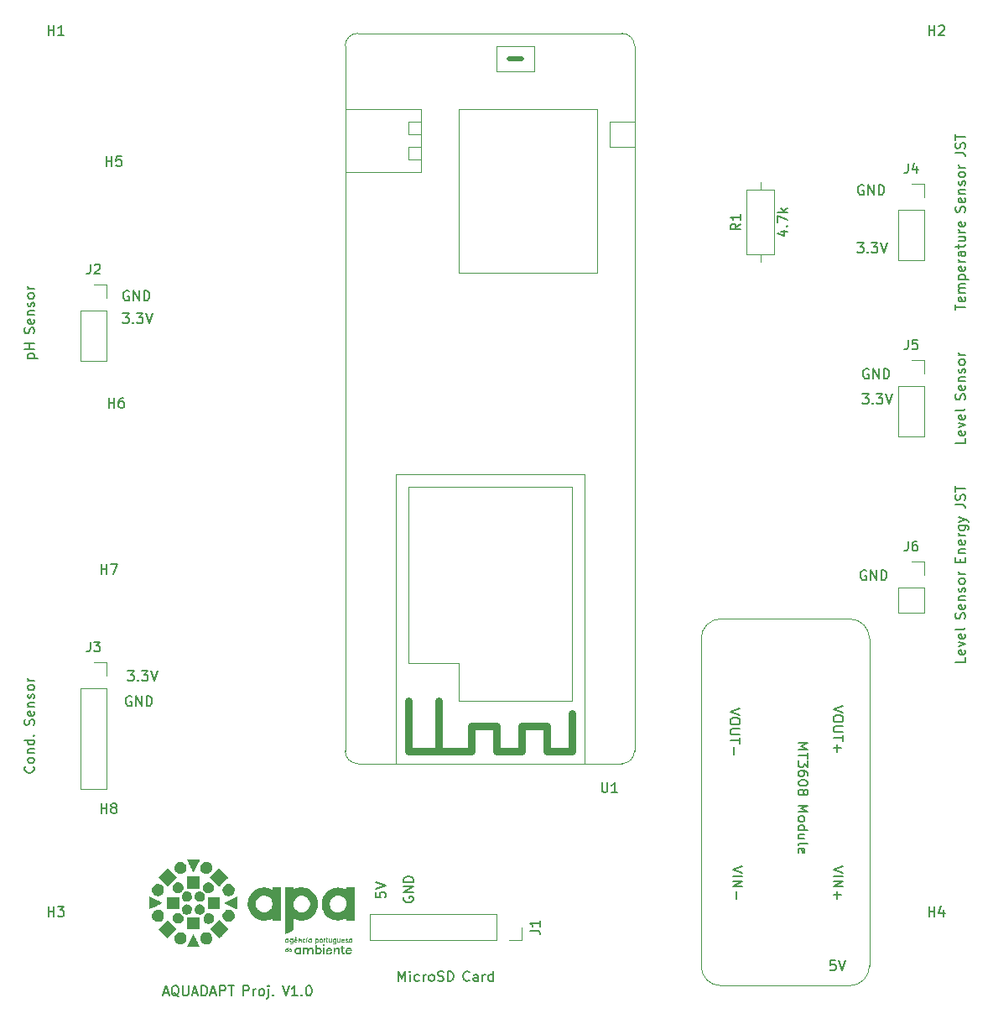
<source format=gbr>
%TF.GenerationSoftware,KiCad,Pcbnew,(7.0.0)*%
%TF.CreationDate,2023-02-28T15:26:02+00:00*%
%TF.ProjectId,Board V1.0,426f6172-6420-4563-912e-302e6b696361,rev?*%
%TF.SameCoordinates,Original*%
%TF.FileFunction,Legend,Top*%
%TF.FilePolarity,Positive*%
%FSLAX46Y46*%
G04 Gerber Fmt 4.6, Leading zero omitted, Abs format (unit mm)*
G04 Created by KiCad (PCBNEW (7.0.0)) date 2023-02-28 15:26:02*
%MOMM*%
%LPD*%
G01*
G04 APERTURE LIST*
%ADD10C,0.150000*%
%ADD11C,0.120000*%
%ADD12C,0.800000*%
%ADD13C,0.500000*%
G04 APERTURE END LIST*
D10*
X182832285Y-150674380D02*
X182356095Y-150674380D01*
X182356095Y-150674380D02*
X182308476Y-151150571D01*
X182308476Y-151150571D02*
X182356095Y-151102952D01*
X182356095Y-151102952D02*
X182451333Y-151055333D01*
X182451333Y-151055333D02*
X182689428Y-151055333D01*
X182689428Y-151055333D02*
X182784666Y-151102952D01*
X182784666Y-151102952D02*
X182832285Y-151150571D01*
X182832285Y-151150571D02*
X182879904Y-151245809D01*
X182879904Y-151245809D02*
X182879904Y-151483904D01*
X182879904Y-151483904D02*
X182832285Y-151579142D01*
X182832285Y-151579142D02*
X182784666Y-151626761D01*
X182784666Y-151626761D02*
X182689428Y-151674380D01*
X182689428Y-151674380D02*
X182451333Y-151674380D01*
X182451333Y-151674380D02*
X182356095Y-151626761D01*
X182356095Y-151626761D02*
X182308476Y-151579142D01*
X183165619Y-150674380D02*
X183498952Y-151674380D01*
X183498952Y-151674380D02*
X183832285Y-150674380D01*
X136450380Y-143811714D02*
X136450380Y-144287904D01*
X136450380Y-144287904D02*
X136926571Y-144335523D01*
X136926571Y-144335523D02*
X136878952Y-144287904D01*
X136878952Y-144287904D02*
X136831333Y-144192666D01*
X136831333Y-144192666D02*
X136831333Y-143954571D01*
X136831333Y-143954571D02*
X136878952Y-143859333D01*
X136878952Y-143859333D02*
X136926571Y-143811714D01*
X136926571Y-143811714D02*
X137021809Y-143764095D01*
X137021809Y-143764095D02*
X137259904Y-143764095D01*
X137259904Y-143764095D02*
X137355142Y-143811714D01*
X137355142Y-143811714D02*
X137402761Y-143859333D01*
X137402761Y-143859333D02*
X137450380Y-143954571D01*
X137450380Y-143954571D02*
X137450380Y-144192666D01*
X137450380Y-144192666D02*
X137402761Y-144287904D01*
X137402761Y-144287904D02*
X137355142Y-144335523D01*
X136450380Y-143478380D02*
X137450380Y-143145047D01*
X137450380Y-143145047D02*
X136450380Y-142811714D01*
X110886857Y-85396380D02*
X111505904Y-85396380D01*
X111505904Y-85396380D02*
X111172571Y-85777333D01*
X111172571Y-85777333D02*
X111315428Y-85777333D01*
X111315428Y-85777333D02*
X111410666Y-85824952D01*
X111410666Y-85824952D02*
X111458285Y-85872571D01*
X111458285Y-85872571D02*
X111505904Y-85967809D01*
X111505904Y-85967809D02*
X111505904Y-86205904D01*
X111505904Y-86205904D02*
X111458285Y-86301142D01*
X111458285Y-86301142D02*
X111410666Y-86348761D01*
X111410666Y-86348761D02*
X111315428Y-86396380D01*
X111315428Y-86396380D02*
X111029714Y-86396380D01*
X111029714Y-86396380D02*
X110934476Y-86348761D01*
X110934476Y-86348761D02*
X110886857Y-86301142D01*
X111934476Y-86301142D02*
X111982095Y-86348761D01*
X111982095Y-86348761D02*
X111934476Y-86396380D01*
X111934476Y-86396380D02*
X111886857Y-86348761D01*
X111886857Y-86348761D02*
X111934476Y-86301142D01*
X111934476Y-86301142D02*
X111934476Y-86396380D01*
X112315428Y-85396380D02*
X112934475Y-85396380D01*
X112934475Y-85396380D02*
X112601142Y-85777333D01*
X112601142Y-85777333D02*
X112743999Y-85777333D01*
X112743999Y-85777333D02*
X112839237Y-85824952D01*
X112839237Y-85824952D02*
X112886856Y-85872571D01*
X112886856Y-85872571D02*
X112934475Y-85967809D01*
X112934475Y-85967809D02*
X112934475Y-86205904D01*
X112934475Y-86205904D02*
X112886856Y-86301142D01*
X112886856Y-86301142D02*
X112839237Y-86348761D01*
X112839237Y-86348761D02*
X112743999Y-86396380D01*
X112743999Y-86396380D02*
X112458285Y-86396380D01*
X112458285Y-86396380D02*
X112363047Y-86348761D01*
X112363047Y-86348761D02*
X112315428Y-86301142D01*
X113220190Y-85396380D02*
X113553523Y-86396380D01*
X113553523Y-86396380D02*
X113886856Y-85396380D01*
X111394857Y-121464380D02*
X112013904Y-121464380D01*
X112013904Y-121464380D02*
X111680571Y-121845333D01*
X111680571Y-121845333D02*
X111823428Y-121845333D01*
X111823428Y-121845333D02*
X111918666Y-121892952D01*
X111918666Y-121892952D02*
X111966285Y-121940571D01*
X111966285Y-121940571D02*
X112013904Y-122035809D01*
X112013904Y-122035809D02*
X112013904Y-122273904D01*
X112013904Y-122273904D02*
X111966285Y-122369142D01*
X111966285Y-122369142D02*
X111918666Y-122416761D01*
X111918666Y-122416761D02*
X111823428Y-122464380D01*
X111823428Y-122464380D02*
X111537714Y-122464380D01*
X111537714Y-122464380D02*
X111442476Y-122416761D01*
X111442476Y-122416761D02*
X111394857Y-122369142D01*
X112442476Y-122369142D02*
X112490095Y-122416761D01*
X112490095Y-122416761D02*
X112442476Y-122464380D01*
X112442476Y-122464380D02*
X112394857Y-122416761D01*
X112394857Y-122416761D02*
X112442476Y-122369142D01*
X112442476Y-122369142D02*
X112442476Y-122464380D01*
X112823428Y-121464380D02*
X113442475Y-121464380D01*
X113442475Y-121464380D02*
X113109142Y-121845333D01*
X113109142Y-121845333D02*
X113251999Y-121845333D01*
X113251999Y-121845333D02*
X113347237Y-121892952D01*
X113347237Y-121892952D02*
X113394856Y-121940571D01*
X113394856Y-121940571D02*
X113442475Y-122035809D01*
X113442475Y-122035809D02*
X113442475Y-122273904D01*
X113442475Y-122273904D02*
X113394856Y-122369142D01*
X113394856Y-122369142D02*
X113347237Y-122416761D01*
X113347237Y-122416761D02*
X113251999Y-122464380D01*
X113251999Y-122464380D02*
X112966285Y-122464380D01*
X112966285Y-122464380D02*
X112871047Y-122416761D01*
X112871047Y-122416761D02*
X112823428Y-122369142D01*
X113728190Y-121464380D02*
X114061523Y-122464380D01*
X114061523Y-122464380D02*
X114394856Y-121464380D01*
X185562857Y-93524380D02*
X186181904Y-93524380D01*
X186181904Y-93524380D02*
X185848571Y-93905333D01*
X185848571Y-93905333D02*
X185991428Y-93905333D01*
X185991428Y-93905333D02*
X186086666Y-93952952D01*
X186086666Y-93952952D02*
X186134285Y-94000571D01*
X186134285Y-94000571D02*
X186181904Y-94095809D01*
X186181904Y-94095809D02*
X186181904Y-94333904D01*
X186181904Y-94333904D02*
X186134285Y-94429142D01*
X186134285Y-94429142D02*
X186086666Y-94476761D01*
X186086666Y-94476761D02*
X185991428Y-94524380D01*
X185991428Y-94524380D02*
X185705714Y-94524380D01*
X185705714Y-94524380D02*
X185610476Y-94476761D01*
X185610476Y-94476761D02*
X185562857Y-94429142D01*
X186610476Y-94429142D02*
X186658095Y-94476761D01*
X186658095Y-94476761D02*
X186610476Y-94524380D01*
X186610476Y-94524380D02*
X186562857Y-94476761D01*
X186562857Y-94476761D02*
X186610476Y-94429142D01*
X186610476Y-94429142D02*
X186610476Y-94524380D01*
X186991428Y-93524380D02*
X187610475Y-93524380D01*
X187610475Y-93524380D02*
X187277142Y-93905333D01*
X187277142Y-93905333D02*
X187419999Y-93905333D01*
X187419999Y-93905333D02*
X187515237Y-93952952D01*
X187515237Y-93952952D02*
X187562856Y-94000571D01*
X187562856Y-94000571D02*
X187610475Y-94095809D01*
X187610475Y-94095809D02*
X187610475Y-94333904D01*
X187610475Y-94333904D02*
X187562856Y-94429142D01*
X187562856Y-94429142D02*
X187515237Y-94476761D01*
X187515237Y-94476761D02*
X187419999Y-94524380D01*
X187419999Y-94524380D02*
X187134285Y-94524380D01*
X187134285Y-94524380D02*
X187039047Y-94476761D01*
X187039047Y-94476761D02*
X186991428Y-94429142D01*
X187896190Y-93524380D02*
X188229523Y-94524380D01*
X188229523Y-94524380D02*
X188562856Y-93524380D01*
X185054857Y-78284380D02*
X185673904Y-78284380D01*
X185673904Y-78284380D02*
X185340571Y-78665333D01*
X185340571Y-78665333D02*
X185483428Y-78665333D01*
X185483428Y-78665333D02*
X185578666Y-78712952D01*
X185578666Y-78712952D02*
X185626285Y-78760571D01*
X185626285Y-78760571D02*
X185673904Y-78855809D01*
X185673904Y-78855809D02*
X185673904Y-79093904D01*
X185673904Y-79093904D02*
X185626285Y-79189142D01*
X185626285Y-79189142D02*
X185578666Y-79236761D01*
X185578666Y-79236761D02*
X185483428Y-79284380D01*
X185483428Y-79284380D02*
X185197714Y-79284380D01*
X185197714Y-79284380D02*
X185102476Y-79236761D01*
X185102476Y-79236761D02*
X185054857Y-79189142D01*
X186102476Y-79189142D02*
X186150095Y-79236761D01*
X186150095Y-79236761D02*
X186102476Y-79284380D01*
X186102476Y-79284380D02*
X186054857Y-79236761D01*
X186054857Y-79236761D02*
X186102476Y-79189142D01*
X186102476Y-79189142D02*
X186102476Y-79284380D01*
X186483428Y-78284380D02*
X187102475Y-78284380D01*
X187102475Y-78284380D02*
X186769142Y-78665333D01*
X186769142Y-78665333D02*
X186911999Y-78665333D01*
X186911999Y-78665333D02*
X187007237Y-78712952D01*
X187007237Y-78712952D02*
X187054856Y-78760571D01*
X187054856Y-78760571D02*
X187102475Y-78855809D01*
X187102475Y-78855809D02*
X187102475Y-79093904D01*
X187102475Y-79093904D02*
X187054856Y-79189142D01*
X187054856Y-79189142D02*
X187007237Y-79236761D01*
X187007237Y-79236761D02*
X186911999Y-79284380D01*
X186911999Y-79284380D02*
X186626285Y-79284380D01*
X186626285Y-79284380D02*
X186531047Y-79236761D01*
X186531047Y-79236761D02*
X186483428Y-79189142D01*
X187388190Y-78284380D02*
X187721523Y-79284380D01*
X187721523Y-79284380D02*
X188054856Y-78284380D01*
X139292000Y-144272095D02*
X139244380Y-144367333D01*
X139244380Y-144367333D02*
X139244380Y-144510190D01*
X139244380Y-144510190D02*
X139292000Y-144653047D01*
X139292000Y-144653047D02*
X139387238Y-144748285D01*
X139387238Y-144748285D02*
X139482476Y-144795904D01*
X139482476Y-144795904D02*
X139672952Y-144843523D01*
X139672952Y-144843523D02*
X139815809Y-144843523D01*
X139815809Y-144843523D02*
X140006285Y-144795904D01*
X140006285Y-144795904D02*
X140101523Y-144748285D01*
X140101523Y-144748285D02*
X140196761Y-144653047D01*
X140196761Y-144653047D02*
X140244380Y-144510190D01*
X140244380Y-144510190D02*
X140244380Y-144414952D01*
X140244380Y-144414952D02*
X140196761Y-144272095D01*
X140196761Y-144272095D02*
X140149142Y-144224476D01*
X140149142Y-144224476D02*
X139815809Y-144224476D01*
X139815809Y-144224476D02*
X139815809Y-144414952D01*
X140244380Y-143795904D02*
X139244380Y-143795904D01*
X139244380Y-143795904D02*
X140244380Y-143224476D01*
X140244380Y-143224476D02*
X139244380Y-143224476D01*
X140244380Y-142748285D02*
X139244380Y-142748285D01*
X139244380Y-142748285D02*
X139244380Y-142510190D01*
X139244380Y-142510190D02*
X139292000Y-142367333D01*
X139292000Y-142367333D02*
X139387238Y-142272095D01*
X139387238Y-142272095D02*
X139482476Y-142224476D01*
X139482476Y-142224476D02*
X139672952Y-142176857D01*
X139672952Y-142176857D02*
X139815809Y-142176857D01*
X139815809Y-142176857D02*
X140006285Y-142224476D01*
X140006285Y-142224476D02*
X140101523Y-142272095D01*
X140101523Y-142272095D02*
X140196761Y-142367333D01*
X140196761Y-142367333D02*
X140244380Y-142510190D01*
X140244380Y-142510190D02*
X140244380Y-142748285D01*
X111759904Y-124052000D02*
X111664666Y-124004380D01*
X111664666Y-124004380D02*
X111521809Y-124004380D01*
X111521809Y-124004380D02*
X111378952Y-124052000D01*
X111378952Y-124052000D02*
X111283714Y-124147238D01*
X111283714Y-124147238D02*
X111236095Y-124242476D01*
X111236095Y-124242476D02*
X111188476Y-124432952D01*
X111188476Y-124432952D02*
X111188476Y-124575809D01*
X111188476Y-124575809D02*
X111236095Y-124766285D01*
X111236095Y-124766285D02*
X111283714Y-124861523D01*
X111283714Y-124861523D02*
X111378952Y-124956761D01*
X111378952Y-124956761D02*
X111521809Y-125004380D01*
X111521809Y-125004380D02*
X111617047Y-125004380D01*
X111617047Y-125004380D02*
X111759904Y-124956761D01*
X111759904Y-124956761D02*
X111807523Y-124909142D01*
X111807523Y-124909142D02*
X111807523Y-124575809D01*
X111807523Y-124575809D02*
X111617047Y-124575809D01*
X112236095Y-125004380D02*
X112236095Y-124004380D01*
X112236095Y-124004380D02*
X112807523Y-125004380D01*
X112807523Y-125004380D02*
X112807523Y-124004380D01*
X113283714Y-125004380D02*
X113283714Y-124004380D01*
X113283714Y-124004380D02*
X113521809Y-124004380D01*
X113521809Y-124004380D02*
X113664666Y-124052000D01*
X113664666Y-124052000D02*
X113759904Y-124147238D01*
X113759904Y-124147238D02*
X113807523Y-124242476D01*
X113807523Y-124242476D02*
X113855142Y-124432952D01*
X113855142Y-124432952D02*
X113855142Y-124575809D01*
X113855142Y-124575809D02*
X113807523Y-124766285D01*
X113807523Y-124766285D02*
X113759904Y-124861523D01*
X113759904Y-124861523D02*
X113664666Y-124956761D01*
X113664666Y-124956761D02*
X113521809Y-125004380D01*
X113521809Y-125004380D02*
X113283714Y-125004380D01*
X111505904Y-83158000D02*
X111410666Y-83110380D01*
X111410666Y-83110380D02*
X111267809Y-83110380D01*
X111267809Y-83110380D02*
X111124952Y-83158000D01*
X111124952Y-83158000D02*
X111029714Y-83253238D01*
X111029714Y-83253238D02*
X110982095Y-83348476D01*
X110982095Y-83348476D02*
X110934476Y-83538952D01*
X110934476Y-83538952D02*
X110934476Y-83681809D01*
X110934476Y-83681809D02*
X110982095Y-83872285D01*
X110982095Y-83872285D02*
X111029714Y-83967523D01*
X111029714Y-83967523D02*
X111124952Y-84062761D01*
X111124952Y-84062761D02*
X111267809Y-84110380D01*
X111267809Y-84110380D02*
X111363047Y-84110380D01*
X111363047Y-84110380D02*
X111505904Y-84062761D01*
X111505904Y-84062761D02*
X111553523Y-84015142D01*
X111553523Y-84015142D02*
X111553523Y-83681809D01*
X111553523Y-83681809D02*
X111363047Y-83681809D01*
X111982095Y-84110380D02*
X111982095Y-83110380D01*
X111982095Y-83110380D02*
X112553523Y-84110380D01*
X112553523Y-84110380D02*
X112553523Y-83110380D01*
X113029714Y-84110380D02*
X113029714Y-83110380D01*
X113029714Y-83110380D02*
X113267809Y-83110380D01*
X113267809Y-83110380D02*
X113410666Y-83158000D01*
X113410666Y-83158000D02*
X113505904Y-83253238D01*
X113505904Y-83253238D02*
X113553523Y-83348476D01*
X113553523Y-83348476D02*
X113601142Y-83538952D01*
X113601142Y-83538952D02*
X113601142Y-83681809D01*
X113601142Y-83681809D02*
X113553523Y-83872285D01*
X113553523Y-83872285D02*
X113505904Y-83967523D01*
X113505904Y-83967523D02*
X113410666Y-84062761D01*
X113410666Y-84062761D02*
X113267809Y-84110380D01*
X113267809Y-84110380D02*
X113029714Y-84110380D01*
X185927904Y-111352000D02*
X185832666Y-111304380D01*
X185832666Y-111304380D02*
X185689809Y-111304380D01*
X185689809Y-111304380D02*
X185546952Y-111352000D01*
X185546952Y-111352000D02*
X185451714Y-111447238D01*
X185451714Y-111447238D02*
X185404095Y-111542476D01*
X185404095Y-111542476D02*
X185356476Y-111732952D01*
X185356476Y-111732952D02*
X185356476Y-111875809D01*
X185356476Y-111875809D02*
X185404095Y-112066285D01*
X185404095Y-112066285D02*
X185451714Y-112161523D01*
X185451714Y-112161523D02*
X185546952Y-112256761D01*
X185546952Y-112256761D02*
X185689809Y-112304380D01*
X185689809Y-112304380D02*
X185785047Y-112304380D01*
X185785047Y-112304380D02*
X185927904Y-112256761D01*
X185927904Y-112256761D02*
X185975523Y-112209142D01*
X185975523Y-112209142D02*
X185975523Y-111875809D01*
X185975523Y-111875809D02*
X185785047Y-111875809D01*
X186404095Y-112304380D02*
X186404095Y-111304380D01*
X186404095Y-111304380D02*
X186975523Y-112304380D01*
X186975523Y-112304380D02*
X186975523Y-111304380D01*
X187451714Y-112304380D02*
X187451714Y-111304380D01*
X187451714Y-111304380D02*
X187689809Y-111304380D01*
X187689809Y-111304380D02*
X187832666Y-111352000D01*
X187832666Y-111352000D02*
X187927904Y-111447238D01*
X187927904Y-111447238D02*
X187975523Y-111542476D01*
X187975523Y-111542476D02*
X188023142Y-111732952D01*
X188023142Y-111732952D02*
X188023142Y-111875809D01*
X188023142Y-111875809D02*
X187975523Y-112066285D01*
X187975523Y-112066285D02*
X187927904Y-112161523D01*
X187927904Y-112161523D02*
X187832666Y-112256761D01*
X187832666Y-112256761D02*
X187689809Y-112304380D01*
X187689809Y-112304380D02*
X187451714Y-112304380D01*
X114998476Y-153928666D02*
X115474666Y-153928666D01*
X114903238Y-154214380D02*
X115236571Y-153214380D01*
X115236571Y-153214380D02*
X115569904Y-154214380D01*
X116569904Y-154309619D02*
X116474666Y-154262000D01*
X116474666Y-154262000D02*
X116379428Y-154166761D01*
X116379428Y-154166761D02*
X116236571Y-154023904D01*
X116236571Y-154023904D02*
X116141333Y-153976285D01*
X116141333Y-153976285D02*
X116046095Y-153976285D01*
X116093714Y-154214380D02*
X115998476Y-154166761D01*
X115998476Y-154166761D02*
X115903238Y-154071523D01*
X115903238Y-154071523D02*
X115855619Y-153881047D01*
X115855619Y-153881047D02*
X115855619Y-153547714D01*
X115855619Y-153547714D02*
X115903238Y-153357238D01*
X115903238Y-153357238D02*
X115998476Y-153262000D01*
X115998476Y-153262000D02*
X116093714Y-153214380D01*
X116093714Y-153214380D02*
X116284190Y-153214380D01*
X116284190Y-153214380D02*
X116379428Y-153262000D01*
X116379428Y-153262000D02*
X116474666Y-153357238D01*
X116474666Y-153357238D02*
X116522285Y-153547714D01*
X116522285Y-153547714D02*
X116522285Y-153881047D01*
X116522285Y-153881047D02*
X116474666Y-154071523D01*
X116474666Y-154071523D02*
X116379428Y-154166761D01*
X116379428Y-154166761D02*
X116284190Y-154214380D01*
X116284190Y-154214380D02*
X116093714Y-154214380D01*
X116950857Y-153214380D02*
X116950857Y-154023904D01*
X116950857Y-154023904D02*
X116998476Y-154119142D01*
X116998476Y-154119142D02*
X117046095Y-154166761D01*
X117046095Y-154166761D02*
X117141333Y-154214380D01*
X117141333Y-154214380D02*
X117331809Y-154214380D01*
X117331809Y-154214380D02*
X117427047Y-154166761D01*
X117427047Y-154166761D02*
X117474666Y-154119142D01*
X117474666Y-154119142D02*
X117522285Y-154023904D01*
X117522285Y-154023904D02*
X117522285Y-153214380D01*
X117950857Y-153928666D02*
X118427047Y-153928666D01*
X117855619Y-154214380D02*
X118188952Y-153214380D01*
X118188952Y-153214380D02*
X118522285Y-154214380D01*
X118855619Y-154214380D02*
X118855619Y-153214380D01*
X118855619Y-153214380D02*
X119093714Y-153214380D01*
X119093714Y-153214380D02*
X119236571Y-153262000D01*
X119236571Y-153262000D02*
X119331809Y-153357238D01*
X119331809Y-153357238D02*
X119379428Y-153452476D01*
X119379428Y-153452476D02*
X119427047Y-153642952D01*
X119427047Y-153642952D02*
X119427047Y-153785809D01*
X119427047Y-153785809D02*
X119379428Y-153976285D01*
X119379428Y-153976285D02*
X119331809Y-154071523D01*
X119331809Y-154071523D02*
X119236571Y-154166761D01*
X119236571Y-154166761D02*
X119093714Y-154214380D01*
X119093714Y-154214380D02*
X118855619Y-154214380D01*
X119808000Y-153928666D02*
X120284190Y-153928666D01*
X119712762Y-154214380D02*
X120046095Y-153214380D01*
X120046095Y-153214380D02*
X120379428Y-154214380D01*
X120712762Y-154214380D02*
X120712762Y-153214380D01*
X120712762Y-153214380D02*
X121093714Y-153214380D01*
X121093714Y-153214380D02*
X121188952Y-153262000D01*
X121188952Y-153262000D02*
X121236571Y-153309619D01*
X121236571Y-153309619D02*
X121284190Y-153404857D01*
X121284190Y-153404857D02*
X121284190Y-153547714D01*
X121284190Y-153547714D02*
X121236571Y-153642952D01*
X121236571Y-153642952D02*
X121188952Y-153690571D01*
X121188952Y-153690571D02*
X121093714Y-153738190D01*
X121093714Y-153738190D02*
X120712762Y-153738190D01*
X121569905Y-153214380D02*
X122141333Y-153214380D01*
X121855619Y-154214380D02*
X121855619Y-153214380D01*
X123074667Y-154214380D02*
X123074667Y-153214380D01*
X123074667Y-153214380D02*
X123455619Y-153214380D01*
X123455619Y-153214380D02*
X123550857Y-153262000D01*
X123550857Y-153262000D02*
X123598476Y-153309619D01*
X123598476Y-153309619D02*
X123646095Y-153404857D01*
X123646095Y-153404857D02*
X123646095Y-153547714D01*
X123646095Y-153547714D02*
X123598476Y-153642952D01*
X123598476Y-153642952D02*
X123550857Y-153690571D01*
X123550857Y-153690571D02*
X123455619Y-153738190D01*
X123455619Y-153738190D02*
X123074667Y-153738190D01*
X124074667Y-154214380D02*
X124074667Y-153547714D01*
X124074667Y-153738190D02*
X124122286Y-153642952D01*
X124122286Y-153642952D02*
X124169905Y-153595333D01*
X124169905Y-153595333D02*
X124265143Y-153547714D01*
X124265143Y-153547714D02*
X124360381Y-153547714D01*
X124836572Y-154214380D02*
X124741334Y-154166761D01*
X124741334Y-154166761D02*
X124693715Y-154119142D01*
X124693715Y-154119142D02*
X124646096Y-154023904D01*
X124646096Y-154023904D02*
X124646096Y-153738190D01*
X124646096Y-153738190D02*
X124693715Y-153642952D01*
X124693715Y-153642952D02*
X124741334Y-153595333D01*
X124741334Y-153595333D02*
X124836572Y-153547714D01*
X124836572Y-153547714D02*
X124979429Y-153547714D01*
X124979429Y-153547714D02*
X125074667Y-153595333D01*
X125074667Y-153595333D02*
X125122286Y-153642952D01*
X125122286Y-153642952D02*
X125169905Y-153738190D01*
X125169905Y-153738190D02*
X125169905Y-154023904D01*
X125169905Y-154023904D02*
X125122286Y-154119142D01*
X125122286Y-154119142D02*
X125074667Y-154166761D01*
X125074667Y-154166761D02*
X124979429Y-154214380D01*
X124979429Y-154214380D02*
X124836572Y-154214380D01*
X125598477Y-153547714D02*
X125598477Y-154404857D01*
X125598477Y-154404857D02*
X125550858Y-154500095D01*
X125550858Y-154500095D02*
X125455620Y-154547714D01*
X125455620Y-154547714D02*
X125408001Y-154547714D01*
X125598477Y-153214380D02*
X125550858Y-153262000D01*
X125550858Y-153262000D02*
X125598477Y-153309619D01*
X125598477Y-153309619D02*
X125646096Y-153262000D01*
X125646096Y-153262000D02*
X125598477Y-153214380D01*
X125598477Y-153214380D02*
X125598477Y-153309619D01*
X126074667Y-154119142D02*
X126122286Y-154166761D01*
X126122286Y-154166761D02*
X126074667Y-154214380D01*
X126074667Y-154214380D02*
X126027048Y-154166761D01*
X126027048Y-154166761D02*
X126074667Y-154119142D01*
X126074667Y-154119142D02*
X126074667Y-154214380D01*
X127008000Y-153214380D02*
X127341333Y-154214380D01*
X127341333Y-154214380D02*
X127674666Y-153214380D01*
X128531809Y-154214380D02*
X127960381Y-154214380D01*
X128246095Y-154214380D02*
X128246095Y-153214380D01*
X128246095Y-153214380D02*
X128150857Y-153357238D01*
X128150857Y-153357238D02*
X128055619Y-153452476D01*
X128055619Y-153452476D02*
X127960381Y-153500095D01*
X128960381Y-154119142D02*
X129008000Y-154166761D01*
X129008000Y-154166761D02*
X128960381Y-154214380D01*
X128960381Y-154214380D02*
X128912762Y-154166761D01*
X128912762Y-154166761D02*
X128960381Y-154119142D01*
X128960381Y-154119142D02*
X128960381Y-154214380D01*
X129627047Y-153214380D02*
X129722285Y-153214380D01*
X129722285Y-153214380D02*
X129817523Y-153262000D01*
X129817523Y-153262000D02*
X129865142Y-153309619D01*
X129865142Y-153309619D02*
X129912761Y-153404857D01*
X129912761Y-153404857D02*
X129960380Y-153595333D01*
X129960380Y-153595333D02*
X129960380Y-153833428D01*
X129960380Y-153833428D02*
X129912761Y-154023904D01*
X129912761Y-154023904D02*
X129865142Y-154119142D01*
X129865142Y-154119142D02*
X129817523Y-154166761D01*
X129817523Y-154166761D02*
X129722285Y-154214380D01*
X129722285Y-154214380D02*
X129627047Y-154214380D01*
X129627047Y-154214380D02*
X129531809Y-154166761D01*
X129531809Y-154166761D02*
X129484190Y-154119142D01*
X129484190Y-154119142D02*
X129436571Y-154023904D01*
X129436571Y-154023904D02*
X129388952Y-153833428D01*
X129388952Y-153833428D02*
X129388952Y-153595333D01*
X129388952Y-153595333D02*
X129436571Y-153404857D01*
X129436571Y-153404857D02*
X129484190Y-153309619D01*
X129484190Y-153309619D02*
X129531809Y-153262000D01*
X129531809Y-153262000D02*
X129627047Y-153214380D01*
X186181904Y-91032000D02*
X186086666Y-90984380D01*
X186086666Y-90984380D02*
X185943809Y-90984380D01*
X185943809Y-90984380D02*
X185800952Y-91032000D01*
X185800952Y-91032000D02*
X185705714Y-91127238D01*
X185705714Y-91127238D02*
X185658095Y-91222476D01*
X185658095Y-91222476D02*
X185610476Y-91412952D01*
X185610476Y-91412952D02*
X185610476Y-91555809D01*
X185610476Y-91555809D02*
X185658095Y-91746285D01*
X185658095Y-91746285D02*
X185705714Y-91841523D01*
X185705714Y-91841523D02*
X185800952Y-91936761D01*
X185800952Y-91936761D02*
X185943809Y-91984380D01*
X185943809Y-91984380D02*
X186039047Y-91984380D01*
X186039047Y-91984380D02*
X186181904Y-91936761D01*
X186181904Y-91936761D02*
X186229523Y-91889142D01*
X186229523Y-91889142D02*
X186229523Y-91555809D01*
X186229523Y-91555809D02*
X186039047Y-91555809D01*
X186658095Y-91984380D02*
X186658095Y-90984380D01*
X186658095Y-90984380D02*
X187229523Y-91984380D01*
X187229523Y-91984380D02*
X187229523Y-90984380D01*
X187705714Y-91984380D02*
X187705714Y-90984380D01*
X187705714Y-90984380D02*
X187943809Y-90984380D01*
X187943809Y-90984380D02*
X188086666Y-91032000D01*
X188086666Y-91032000D02*
X188181904Y-91127238D01*
X188181904Y-91127238D02*
X188229523Y-91222476D01*
X188229523Y-91222476D02*
X188277142Y-91412952D01*
X188277142Y-91412952D02*
X188277142Y-91555809D01*
X188277142Y-91555809D02*
X188229523Y-91746285D01*
X188229523Y-91746285D02*
X188181904Y-91841523D01*
X188181904Y-91841523D02*
X188086666Y-91936761D01*
X188086666Y-91936761D02*
X187943809Y-91984380D01*
X187943809Y-91984380D02*
X187705714Y-91984380D01*
X185673904Y-72490000D02*
X185578666Y-72442380D01*
X185578666Y-72442380D02*
X185435809Y-72442380D01*
X185435809Y-72442380D02*
X185292952Y-72490000D01*
X185292952Y-72490000D02*
X185197714Y-72585238D01*
X185197714Y-72585238D02*
X185150095Y-72680476D01*
X185150095Y-72680476D02*
X185102476Y-72870952D01*
X185102476Y-72870952D02*
X185102476Y-73013809D01*
X185102476Y-73013809D02*
X185150095Y-73204285D01*
X185150095Y-73204285D02*
X185197714Y-73299523D01*
X185197714Y-73299523D02*
X185292952Y-73394761D01*
X185292952Y-73394761D02*
X185435809Y-73442380D01*
X185435809Y-73442380D02*
X185531047Y-73442380D01*
X185531047Y-73442380D02*
X185673904Y-73394761D01*
X185673904Y-73394761D02*
X185721523Y-73347142D01*
X185721523Y-73347142D02*
X185721523Y-73013809D01*
X185721523Y-73013809D02*
X185531047Y-73013809D01*
X186150095Y-73442380D02*
X186150095Y-72442380D01*
X186150095Y-72442380D02*
X186721523Y-73442380D01*
X186721523Y-73442380D02*
X186721523Y-72442380D01*
X187197714Y-73442380D02*
X187197714Y-72442380D01*
X187197714Y-72442380D02*
X187435809Y-72442380D01*
X187435809Y-72442380D02*
X187578666Y-72490000D01*
X187578666Y-72490000D02*
X187673904Y-72585238D01*
X187673904Y-72585238D02*
X187721523Y-72680476D01*
X187721523Y-72680476D02*
X187769142Y-72870952D01*
X187769142Y-72870952D02*
X187769142Y-73013809D01*
X187769142Y-73013809D02*
X187721523Y-73204285D01*
X187721523Y-73204285D02*
X187673904Y-73299523D01*
X187673904Y-73299523D02*
X187578666Y-73394761D01*
X187578666Y-73394761D02*
X187435809Y-73442380D01*
X187435809Y-73442380D02*
X187197714Y-73442380D01*
%TO.C,U1*%
X159258095Y-132717380D02*
X159258095Y-133526904D01*
X159258095Y-133526904D02*
X159305714Y-133622142D01*
X159305714Y-133622142D02*
X159353333Y-133669761D01*
X159353333Y-133669761D02*
X159448571Y-133717380D01*
X159448571Y-133717380D02*
X159639047Y-133717380D01*
X159639047Y-133717380D02*
X159734285Y-133669761D01*
X159734285Y-133669761D02*
X159781904Y-133622142D01*
X159781904Y-133622142D02*
X159829523Y-133526904D01*
X159829523Y-133526904D02*
X159829523Y-132717380D01*
X160829523Y-133717380D02*
X160258095Y-133717380D01*
X160543809Y-133717380D02*
X160543809Y-132717380D01*
X160543809Y-132717380D02*
X160448571Y-132860238D01*
X160448571Y-132860238D02*
X160353333Y-132955476D01*
X160353333Y-132955476D02*
X160258095Y-133003095D01*
%TO.C,H8*%
X108712095Y-135813380D02*
X108712095Y-134813380D01*
X108712095Y-135289571D02*
X109283523Y-135289571D01*
X109283523Y-135813380D02*
X109283523Y-134813380D01*
X109902571Y-135241952D02*
X109807333Y-135194333D01*
X109807333Y-135194333D02*
X109759714Y-135146714D01*
X109759714Y-135146714D02*
X109712095Y-135051476D01*
X109712095Y-135051476D02*
X109712095Y-135003857D01*
X109712095Y-135003857D02*
X109759714Y-134908619D01*
X109759714Y-134908619D02*
X109807333Y-134861000D01*
X109807333Y-134861000D02*
X109902571Y-134813380D01*
X109902571Y-134813380D02*
X110093047Y-134813380D01*
X110093047Y-134813380D02*
X110188285Y-134861000D01*
X110188285Y-134861000D02*
X110235904Y-134908619D01*
X110235904Y-134908619D02*
X110283523Y-135003857D01*
X110283523Y-135003857D02*
X110283523Y-135051476D01*
X110283523Y-135051476D02*
X110235904Y-135146714D01*
X110235904Y-135146714D02*
X110188285Y-135194333D01*
X110188285Y-135194333D02*
X110093047Y-135241952D01*
X110093047Y-135241952D02*
X109902571Y-135241952D01*
X109902571Y-135241952D02*
X109807333Y-135289571D01*
X109807333Y-135289571D02*
X109759714Y-135337190D01*
X109759714Y-135337190D02*
X109712095Y-135432428D01*
X109712095Y-135432428D02*
X109712095Y-135622904D01*
X109712095Y-135622904D02*
X109759714Y-135718142D01*
X109759714Y-135718142D02*
X109807333Y-135765761D01*
X109807333Y-135765761D02*
X109902571Y-135813380D01*
X109902571Y-135813380D02*
X110093047Y-135813380D01*
X110093047Y-135813380D02*
X110188285Y-135765761D01*
X110188285Y-135765761D02*
X110235904Y-135718142D01*
X110235904Y-135718142D02*
X110283523Y-135622904D01*
X110283523Y-135622904D02*
X110283523Y-135432428D01*
X110283523Y-135432428D02*
X110235904Y-135337190D01*
X110235904Y-135337190D02*
X110188285Y-135289571D01*
X110188285Y-135289571D02*
X110093047Y-135241952D01*
%TO.C,H7*%
X108712095Y-111683380D02*
X108712095Y-110683380D01*
X108712095Y-111159571D02*
X109283523Y-111159571D01*
X109283523Y-111683380D02*
X109283523Y-110683380D01*
X109664476Y-110683380D02*
X110331142Y-110683380D01*
X110331142Y-110683380D02*
X109902571Y-111683380D01*
%TO.C,H6*%
X109474095Y-94919380D02*
X109474095Y-93919380D01*
X109474095Y-94395571D02*
X110045523Y-94395571D01*
X110045523Y-94919380D02*
X110045523Y-93919380D01*
X110950285Y-93919380D02*
X110759809Y-93919380D01*
X110759809Y-93919380D02*
X110664571Y-93967000D01*
X110664571Y-93967000D02*
X110616952Y-94014619D01*
X110616952Y-94014619D02*
X110521714Y-94157476D01*
X110521714Y-94157476D02*
X110474095Y-94347952D01*
X110474095Y-94347952D02*
X110474095Y-94728904D01*
X110474095Y-94728904D02*
X110521714Y-94824142D01*
X110521714Y-94824142D02*
X110569333Y-94871761D01*
X110569333Y-94871761D02*
X110664571Y-94919380D01*
X110664571Y-94919380D02*
X110855047Y-94919380D01*
X110855047Y-94919380D02*
X110950285Y-94871761D01*
X110950285Y-94871761D02*
X110997904Y-94824142D01*
X110997904Y-94824142D02*
X111045523Y-94728904D01*
X111045523Y-94728904D02*
X111045523Y-94490809D01*
X111045523Y-94490809D02*
X110997904Y-94395571D01*
X110997904Y-94395571D02*
X110950285Y-94347952D01*
X110950285Y-94347952D02*
X110855047Y-94300333D01*
X110855047Y-94300333D02*
X110664571Y-94300333D01*
X110664571Y-94300333D02*
X110569333Y-94347952D01*
X110569333Y-94347952D02*
X110521714Y-94395571D01*
X110521714Y-94395571D02*
X110474095Y-94490809D01*
%TO.C,H5*%
X109220095Y-70535380D02*
X109220095Y-69535380D01*
X109220095Y-70011571D02*
X109791523Y-70011571D01*
X109791523Y-70535380D02*
X109791523Y-69535380D01*
X110743904Y-69535380D02*
X110267714Y-69535380D01*
X110267714Y-69535380D02*
X110220095Y-70011571D01*
X110220095Y-70011571D02*
X110267714Y-69963952D01*
X110267714Y-69963952D02*
X110362952Y-69916333D01*
X110362952Y-69916333D02*
X110601047Y-69916333D01*
X110601047Y-69916333D02*
X110696285Y-69963952D01*
X110696285Y-69963952D02*
X110743904Y-70011571D01*
X110743904Y-70011571D02*
X110791523Y-70106809D01*
X110791523Y-70106809D02*
X110791523Y-70344904D01*
X110791523Y-70344904D02*
X110743904Y-70440142D01*
X110743904Y-70440142D02*
X110696285Y-70487761D01*
X110696285Y-70487761D02*
X110601047Y-70535380D01*
X110601047Y-70535380D02*
X110362952Y-70535380D01*
X110362952Y-70535380D02*
X110267714Y-70487761D01*
X110267714Y-70487761D02*
X110220095Y-70440142D01*
%TO.C,H4*%
X192278095Y-146227380D02*
X192278095Y-145227380D01*
X192278095Y-145703571D02*
X192849523Y-145703571D01*
X192849523Y-146227380D02*
X192849523Y-145227380D01*
X193754285Y-145560714D02*
X193754285Y-146227380D01*
X193516190Y-145179761D02*
X193278095Y-145894047D01*
X193278095Y-145894047D02*
X193897142Y-145894047D01*
%TO.C,H3*%
X103378095Y-146227380D02*
X103378095Y-145227380D01*
X103378095Y-145703571D02*
X103949523Y-145703571D01*
X103949523Y-146227380D02*
X103949523Y-145227380D01*
X104330476Y-145227380D02*
X104949523Y-145227380D01*
X104949523Y-145227380D02*
X104616190Y-145608333D01*
X104616190Y-145608333D02*
X104759047Y-145608333D01*
X104759047Y-145608333D02*
X104854285Y-145655952D01*
X104854285Y-145655952D02*
X104901904Y-145703571D01*
X104901904Y-145703571D02*
X104949523Y-145798809D01*
X104949523Y-145798809D02*
X104949523Y-146036904D01*
X104949523Y-146036904D02*
X104901904Y-146132142D01*
X104901904Y-146132142D02*
X104854285Y-146179761D01*
X104854285Y-146179761D02*
X104759047Y-146227380D01*
X104759047Y-146227380D02*
X104473333Y-146227380D01*
X104473333Y-146227380D02*
X104378095Y-146179761D01*
X104378095Y-146179761D02*
X104330476Y-146132142D01*
%TO.C,H2*%
X192278095Y-57327380D02*
X192278095Y-56327380D01*
X192278095Y-56803571D02*
X192849523Y-56803571D01*
X192849523Y-57327380D02*
X192849523Y-56327380D01*
X193278095Y-56422619D02*
X193325714Y-56375000D01*
X193325714Y-56375000D02*
X193420952Y-56327380D01*
X193420952Y-56327380D02*
X193659047Y-56327380D01*
X193659047Y-56327380D02*
X193754285Y-56375000D01*
X193754285Y-56375000D02*
X193801904Y-56422619D01*
X193801904Y-56422619D02*
X193849523Y-56517857D01*
X193849523Y-56517857D02*
X193849523Y-56613095D01*
X193849523Y-56613095D02*
X193801904Y-56755952D01*
X193801904Y-56755952D02*
X193230476Y-57327380D01*
X193230476Y-57327380D02*
X193849523Y-57327380D01*
%TO.C,H1*%
X103378095Y-57327380D02*
X103378095Y-56327380D01*
X103378095Y-56803571D02*
X103949523Y-56803571D01*
X103949523Y-57327380D02*
X103949523Y-56327380D01*
X104949523Y-57327380D02*
X104378095Y-57327380D01*
X104663809Y-57327380D02*
X104663809Y-56327380D01*
X104663809Y-56327380D02*
X104568571Y-56470238D01*
X104568571Y-56470238D02*
X104473333Y-56565476D01*
X104473333Y-56565476D02*
X104378095Y-56613095D01*
%TO.C,J6*%
X190166666Y-108357380D02*
X190166666Y-109071666D01*
X190166666Y-109071666D02*
X190119047Y-109214523D01*
X190119047Y-109214523D02*
X190023809Y-109309761D01*
X190023809Y-109309761D02*
X189880952Y-109357380D01*
X189880952Y-109357380D02*
X189785714Y-109357380D01*
X191071428Y-108357380D02*
X190880952Y-108357380D01*
X190880952Y-108357380D02*
X190785714Y-108405000D01*
X190785714Y-108405000D02*
X190738095Y-108452619D01*
X190738095Y-108452619D02*
X190642857Y-108595476D01*
X190642857Y-108595476D02*
X190595238Y-108785952D01*
X190595238Y-108785952D02*
X190595238Y-109166904D01*
X190595238Y-109166904D02*
X190642857Y-109262142D01*
X190642857Y-109262142D02*
X190690476Y-109309761D01*
X190690476Y-109309761D02*
X190785714Y-109357380D01*
X190785714Y-109357380D02*
X190976190Y-109357380D01*
X190976190Y-109357380D02*
X191071428Y-109309761D01*
X191071428Y-109309761D02*
X191119047Y-109262142D01*
X191119047Y-109262142D02*
X191166666Y-109166904D01*
X191166666Y-109166904D02*
X191166666Y-108928809D01*
X191166666Y-108928809D02*
X191119047Y-108833571D01*
X191119047Y-108833571D02*
X191071428Y-108785952D01*
X191071428Y-108785952D02*
X190976190Y-108738333D01*
X190976190Y-108738333D02*
X190785714Y-108738333D01*
X190785714Y-108738333D02*
X190690476Y-108785952D01*
X190690476Y-108785952D02*
X190642857Y-108833571D01*
X190642857Y-108833571D02*
X190595238Y-108928809D01*
X195947380Y-120088573D02*
X195947380Y-120564763D01*
X195947380Y-120564763D02*
X194947380Y-120564763D01*
X195899761Y-119374287D02*
X195947380Y-119469525D01*
X195947380Y-119469525D02*
X195947380Y-119660001D01*
X195947380Y-119660001D02*
X195899761Y-119755239D01*
X195899761Y-119755239D02*
X195804523Y-119802858D01*
X195804523Y-119802858D02*
X195423571Y-119802858D01*
X195423571Y-119802858D02*
X195328333Y-119755239D01*
X195328333Y-119755239D02*
X195280714Y-119660001D01*
X195280714Y-119660001D02*
X195280714Y-119469525D01*
X195280714Y-119469525D02*
X195328333Y-119374287D01*
X195328333Y-119374287D02*
X195423571Y-119326668D01*
X195423571Y-119326668D02*
X195518809Y-119326668D01*
X195518809Y-119326668D02*
X195614047Y-119802858D01*
X195280714Y-118993334D02*
X195947380Y-118755239D01*
X195947380Y-118755239D02*
X195280714Y-118517144D01*
X195899761Y-117755239D02*
X195947380Y-117850477D01*
X195947380Y-117850477D02*
X195947380Y-118040953D01*
X195947380Y-118040953D02*
X195899761Y-118136191D01*
X195899761Y-118136191D02*
X195804523Y-118183810D01*
X195804523Y-118183810D02*
X195423571Y-118183810D01*
X195423571Y-118183810D02*
X195328333Y-118136191D01*
X195328333Y-118136191D02*
X195280714Y-118040953D01*
X195280714Y-118040953D02*
X195280714Y-117850477D01*
X195280714Y-117850477D02*
X195328333Y-117755239D01*
X195328333Y-117755239D02*
X195423571Y-117707620D01*
X195423571Y-117707620D02*
X195518809Y-117707620D01*
X195518809Y-117707620D02*
X195614047Y-118183810D01*
X195947380Y-117136191D02*
X195899761Y-117231429D01*
X195899761Y-117231429D02*
X195804523Y-117279048D01*
X195804523Y-117279048D02*
X194947380Y-117279048D01*
X195899761Y-116202857D02*
X195947380Y-116060000D01*
X195947380Y-116060000D02*
X195947380Y-115821905D01*
X195947380Y-115821905D02*
X195899761Y-115726667D01*
X195899761Y-115726667D02*
X195852142Y-115679048D01*
X195852142Y-115679048D02*
X195756904Y-115631429D01*
X195756904Y-115631429D02*
X195661666Y-115631429D01*
X195661666Y-115631429D02*
X195566428Y-115679048D01*
X195566428Y-115679048D02*
X195518809Y-115726667D01*
X195518809Y-115726667D02*
X195471190Y-115821905D01*
X195471190Y-115821905D02*
X195423571Y-116012381D01*
X195423571Y-116012381D02*
X195375952Y-116107619D01*
X195375952Y-116107619D02*
X195328333Y-116155238D01*
X195328333Y-116155238D02*
X195233095Y-116202857D01*
X195233095Y-116202857D02*
X195137857Y-116202857D01*
X195137857Y-116202857D02*
X195042619Y-116155238D01*
X195042619Y-116155238D02*
X194995000Y-116107619D01*
X194995000Y-116107619D02*
X194947380Y-116012381D01*
X194947380Y-116012381D02*
X194947380Y-115774286D01*
X194947380Y-115774286D02*
X194995000Y-115631429D01*
X195899761Y-114821905D02*
X195947380Y-114917143D01*
X195947380Y-114917143D02*
X195947380Y-115107619D01*
X195947380Y-115107619D02*
X195899761Y-115202857D01*
X195899761Y-115202857D02*
X195804523Y-115250476D01*
X195804523Y-115250476D02*
X195423571Y-115250476D01*
X195423571Y-115250476D02*
X195328333Y-115202857D01*
X195328333Y-115202857D02*
X195280714Y-115107619D01*
X195280714Y-115107619D02*
X195280714Y-114917143D01*
X195280714Y-114917143D02*
X195328333Y-114821905D01*
X195328333Y-114821905D02*
X195423571Y-114774286D01*
X195423571Y-114774286D02*
X195518809Y-114774286D01*
X195518809Y-114774286D02*
X195614047Y-115250476D01*
X195280714Y-114345714D02*
X195947380Y-114345714D01*
X195375952Y-114345714D02*
X195328333Y-114298095D01*
X195328333Y-114298095D02*
X195280714Y-114202857D01*
X195280714Y-114202857D02*
X195280714Y-114060000D01*
X195280714Y-114060000D02*
X195328333Y-113964762D01*
X195328333Y-113964762D02*
X195423571Y-113917143D01*
X195423571Y-113917143D02*
X195947380Y-113917143D01*
X195899761Y-113488571D02*
X195947380Y-113393333D01*
X195947380Y-113393333D02*
X195947380Y-113202857D01*
X195947380Y-113202857D02*
X195899761Y-113107619D01*
X195899761Y-113107619D02*
X195804523Y-113060000D01*
X195804523Y-113060000D02*
X195756904Y-113060000D01*
X195756904Y-113060000D02*
X195661666Y-113107619D01*
X195661666Y-113107619D02*
X195614047Y-113202857D01*
X195614047Y-113202857D02*
X195614047Y-113345714D01*
X195614047Y-113345714D02*
X195566428Y-113440952D01*
X195566428Y-113440952D02*
X195471190Y-113488571D01*
X195471190Y-113488571D02*
X195423571Y-113488571D01*
X195423571Y-113488571D02*
X195328333Y-113440952D01*
X195328333Y-113440952D02*
X195280714Y-113345714D01*
X195280714Y-113345714D02*
X195280714Y-113202857D01*
X195280714Y-113202857D02*
X195328333Y-113107619D01*
X195947380Y-112488571D02*
X195899761Y-112583809D01*
X195899761Y-112583809D02*
X195852142Y-112631428D01*
X195852142Y-112631428D02*
X195756904Y-112679047D01*
X195756904Y-112679047D02*
X195471190Y-112679047D01*
X195471190Y-112679047D02*
X195375952Y-112631428D01*
X195375952Y-112631428D02*
X195328333Y-112583809D01*
X195328333Y-112583809D02*
X195280714Y-112488571D01*
X195280714Y-112488571D02*
X195280714Y-112345714D01*
X195280714Y-112345714D02*
X195328333Y-112250476D01*
X195328333Y-112250476D02*
X195375952Y-112202857D01*
X195375952Y-112202857D02*
X195471190Y-112155238D01*
X195471190Y-112155238D02*
X195756904Y-112155238D01*
X195756904Y-112155238D02*
X195852142Y-112202857D01*
X195852142Y-112202857D02*
X195899761Y-112250476D01*
X195899761Y-112250476D02*
X195947380Y-112345714D01*
X195947380Y-112345714D02*
X195947380Y-112488571D01*
X195947380Y-111726666D02*
X195280714Y-111726666D01*
X195471190Y-111726666D02*
X195375952Y-111679047D01*
X195375952Y-111679047D02*
X195328333Y-111631428D01*
X195328333Y-111631428D02*
X195280714Y-111536190D01*
X195280714Y-111536190D02*
X195280714Y-111440952D01*
X195423571Y-110507618D02*
X195423571Y-110174285D01*
X195947380Y-110031428D02*
X195947380Y-110507618D01*
X195947380Y-110507618D02*
X194947380Y-110507618D01*
X194947380Y-110507618D02*
X194947380Y-110031428D01*
X195280714Y-109602856D02*
X195947380Y-109602856D01*
X195375952Y-109602856D02*
X195328333Y-109555237D01*
X195328333Y-109555237D02*
X195280714Y-109459999D01*
X195280714Y-109459999D02*
X195280714Y-109317142D01*
X195280714Y-109317142D02*
X195328333Y-109221904D01*
X195328333Y-109221904D02*
X195423571Y-109174285D01*
X195423571Y-109174285D02*
X195947380Y-109174285D01*
X195899761Y-108317142D02*
X195947380Y-108412380D01*
X195947380Y-108412380D02*
X195947380Y-108602856D01*
X195947380Y-108602856D02*
X195899761Y-108698094D01*
X195899761Y-108698094D02*
X195804523Y-108745713D01*
X195804523Y-108745713D02*
X195423571Y-108745713D01*
X195423571Y-108745713D02*
X195328333Y-108698094D01*
X195328333Y-108698094D02*
X195280714Y-108602856D01*
X195280714Y-108602856D02*
X195280714Y-108412380D01*
X195280714Y-108412380D02*
X195328333Y-108317142D01*
X195328333Y-108317142D02*
X195423571Y-108269523D01*
X195423571Y-108269523D02*
X195518809Y-108269523D01*
X195518809Y-108269523D02*
X195614047Y-108745713D01*
X195947380Y-107840951D02*
X195280714Y-107840951D01*
X195471190Y-107840951D02*
X195375952Y-107793332D01*
X195375952Y-107793332D02*
X195328333Y-107745713D01*
X195328333Y-107745713D02*
X195280714Y-107650475D01*
X195280714Y-107650475D02*
X195280714Y-107555237D01*
X195280714Y-106793332D02*
X196090238Y-106793332D01*
X196090238Y-106793332D02*
X196185476Y-106840951D01*
X196185476Y-106840951D02*
X196233095Y-106888570D01*
X196233095Y-106888570D02*
X196280714Y-106983808D01*
X196280714Y-106983808D02*
X196280714Y-107126665D01*
X196280714Y-107126665D02*
X196233095Y-107221903D01*
X195899761Y-106793332D02*
X195947380Y-106888570D01*
X195947380Y-106888570D02*
X195947380Y-107079046D01*
X195947380Y-107079046D02*
X195899761Y-107174284D01*
X195899761Y-107174284D02*
X195852142Y-107221903D01*
X195852142Y-107221903D02*
X195756904Y-107269522D01*
X195756904Y-107269522D02*
X195471190Y-107269522D01*
X195471190Y-107269522D02*
X195375952Y-107221903D01*
X195375952Y-107221903D02*
X195328333Y-107174284D01*
X195328333Y-107174284D02*
X195280714Y-107079046D01*
X195280714Y-107079046D02*
X195280714Y-106888570D01*
X195280714Y-106888570D02*
X195328333Y-106793332D01*
X195280714Y-106412379D02*
X195947380Y-106174284D01*
X195280714Y-105936189D02*
X195947380Y-106174284D01*
X195947380Y-106174284D02*
X196185476Y-106269522D01*
X196185476Y-106269522D02*
X196233095Y-106317141D01*
X196233095Y-106317141D02*
X196280714Y-106412379D01*
X194947380Y-104669522D02*
X195661666Y-104669522D01*
X195661666Y-104669522D02*
X195804523Y-104717141D01*
X195804523Y-104717141D02*
X195899761Y-104812379D01*
X195899761Y-104812379D02*
X195947380Y-104955236D01*
X195947380Y-104955236D02*
X195947380Y-105050474D01*
X195899761Y-104240950D02*
X195947380Y-104098093D01*
X195947380Y-104098093D02*
X195947380Y-103859998D01*
X195947380Y-103859998D02*
X195899761Y-103764760D01*
X195899761Y-103764760D02*
X195852142Y-103717141D01*
X195852142Y-103717141D02*
X195756904Y-103669522D01*
X195756904Y-103669522D02*
X195661666Y-103669522D01*
X195661666Y-103669522D02*
X195566428Y-103717141D01*
X195566428Y-103717141D02*
X195518809Y-103764760D01*
X195518809Y-103764760D02*
X195471190Y-103859998D01*
X195471190Y-103859998D02*
X195423571Y-104050474D01*
X195423571Y-104050474D02*
X195375952Y-104145712D01*
X195375952Y-104145712D02*
X195328333Y-104193331D01*
X195328333Y-104193331D02*
X195233095Y-104240950D01*
X195233095Y-104240950D02*
X195137857Y-104240950D01*
X195137857Y-104240950D02*
X195042619Y-104193331D01*
X195042619Y-104193331D02*
X194995000Y-104145712D01*
X194995000Y-104145712D02*
X194947380Y-104050474D01*
X194947380Y-104050474D02*
X194947380Y-103812379D01*
X194947380Y-103812379D02*
X194995000Y-103669522D01*
X194947380Y-103383807D02*
X194947380Y-102812379D01*
X195947380Y-103098093D02*
X194947380Y-103098093D01*
%TO.C,J5*%
X190166666Y-88037380D02*
X190166666Y-88751666D01*
X190166666Y-88751666D02*
X190119047Y-88894523D01*
X190119047Y-88894523D02*
X190023809Y-88989761D01*
X190023809Y-88989761D02*
X189880952Y-89037380D01*
X189880952Y-89037380D02*
X189785714Y-89037380D01*
X191119047Y-88037380D02*
X190642857Y-88037380D01*
X190642857Y-88037380D02*
X190595238Y-88513571D01*
X190595238Y-88513571D02*
X190642857Y-88465952D01*
X190642857Y-88465952D02*
X190738095Y-88418333D01*
X190738095Y-88418333D02*
X190976190Y-88418333D01*
X190976190Y-88418333D02*
X191071428Y-88465952D01*
X191071428Y-88465952D02*
X191119047Y-88513571D01*
X191119047Y-88513571D02*
X191166666Y-88608809D01*
X191166666Y-88608809D02*
X191166666Y-88846904D01*
X191166666Y-88846904D02*
X191119047Y-88942142D01*
X191119047Y-88942142D02*
X191071428Y-88989761D01*
X191071428Y-88989761D02*
X190976190Y-89037380D01*
X190976190Y-89037380D02*
X190738095Y-89037380D01*
X190738095Y-89037380D02*
X190642857Y-88989761D01*
X190642857Y-88989761D02*
X190595238Y-88942142D01*
X195947380Y-97994286D02*
X195947380Y-98470476D01*
X195947380Y-98470476D02*
X194947380Y-98470476D01*
X195899761Y-97280000D02*
X195947380Y-97375238D01*
X195947380Y-97375238D02*
X195947380Y-97565714D01*
X195947380Y-97565714D02*
X195899761Y-97660952D01*
X195899761Y-97660952D02*
X195804523Y-97708571D01*
X195804523Y-97708571D02*
X195423571Y-97708571D01*
X195423571Y-97708571D02*
X195328333Y-97660952D01*
X195328333Y-97660952D02*
X195280714Y-97565714D01*
X195280714Y-97565714D02*
X195280714Y-97375238D01*
X195280714Y-97375238D02*
X195328333Y-97280000D01*
X195328333Y-97280000D02*
X195423571Y-97232381D01*
X195423571Y-97232381D02*
X195518809Y-97232381D01*
X195518809Y-97232381D02*
X195614047Y-97708571D01*
X195280714Y-96899047D02*
X195947380Y-96660952D01*
X195947380Y-96660952D02*
X195280714Y-96422857D01*
X195899761Y-95660952D02*
X195947380Y-95756190D01*
X195947380Y-95756190D02*
X195947380Y-95946666D01*
X195947380Y-95946666D02*
X195899761Y-96041904D01*
X195899761Y-96041904D02*
X195804523Y-96089523D01*
X195804523Y-96089523D02*
X195423571Y-96089523D01*
X195423571Y-96089523D02*
X195328333Y-96041904D01*
X195328333Y-96041904D02*
X195280714Y-95946666D01*
X195280714Y-95946666D02*
X195280714Y-95756190D01*
X195280714Y-95756190D02*
X195328333Y-95660952D01*
X195328333Y-95660952D02*
X195423571Y-95613333D01*
X195423571Y-95613333D02*
X195518809Y-95613333D01*
X195518809Y-95613333D02*
X195614047Y-96089523D01*
X195947380Y-95041904D02*
X195899761Y-95137142D01*
X195899761Y-95137142D02*
X195804523Y-95184761D01*
X195804523Y-95184761D02*
X194947380Y-95184761D01*
X195899761Y-94108570D02*
X195947380Y-93965713D01*
X195947380Y-93965713D02*
X195947380Y-93727618D01*
X195947380Y-93727618D02*
X195899761Y-93632380D01*
X195899761Y-93632380D02*
X195852142Y-93584761D01*
X195852142Y-93584761D02*
X195756904Y-93537142D01*
X195756904Y-93537142D02*
X195661666Y-93537142D01*
X195661666Y-93537142D02*
X195566428Y-93584761D01*
X195566428Y-93584761D02*
X195518809Y-93632380D01*
X195518809Y-93632380D02*
X195471190Y-93727618D01*
X195471190Y-93727618D02*
X195423571Y-93918094D01*
X195423571Y-93918094D02*
X195375952Y-94013332D01*
X195375952Y-94013332D02*
X195328333Y-94060951D01*
X195328333Y-94060951D02*
X195233095Y-94108570D01*
X195233095Y-94108570D02*
X195137857Y-94108570D01*
X195137857Y-94108570D02*
X195042619Y-94060951D01*
X195042619Y-94060951D02*
X194995000Y-94013332D01*
X194995000Y-94013332D02*
X194947380Y-93918094D01*
X194947380Y-93918094D02*
X194947380Y-93679999D01*
X194947380Y-93679999D02*
X194995000Y-93537142D01*
X195899761Y-92727618D02*
X195947380Y-92822856D01*
X195947380Y-92822856D02*
X195947380Y-93013332D01*
X195947380Y-93013332D02*
X195899761Y-93108570D01*
X195899761Y-93108570D02*
X195804523Y-93156189D01*
X195804523Y-93156189D02*
X195423571Y-93156189D01*
X195423571Y-93156189D02*
X195328333Y-93108570D01*
X195328333Y-93108570D02*
X195280714Y-93013332D01*
X195280714Y-93013332D02*
X195280714Y-92822856D01*
X195280714Y-92822856D02*
X195328333Y-92727618D01*
X195328333Y-92727618D02*
X195423571Y-92679999D01*
X195423571Y-92679999D02*
X195518809Y-92679999D01*
X195518809Y-92679999D02*
X195614047Y-93156189D01*
X195280714Y-92251427D02*
X195947380Y-92251427D01*
X195375952Y-92251427D02*
X195328333Y-92203808D01*
X195328333Y-92203808D02*
X195280714Y-92108570D01*
X195280714Y-92108570D02*
X195280714Y-91965713D01*
X195280714Y-91965713D02*
X195328333Y-91870475D01*
X195328333Y-91870475D02*
X195423571Y-91822856D01*
X195423571Y-91822856D02*
X195947380Y-91822856D01*
X195899761Y-91394284D02*
X195947380Y-91299046D01*
X195947380Y-91299046D02*
X195947380Y-91108570D01*
X195947380Y-91108570D02*
X195899761Y-91013332D01*
X195899761Y-91013332D02*
X195804523Y-90965713D01*
X195804523Y-90965713D02*
X195756904Y-90965713D01*
X195756904Y-90965713D02*
X195661666Y-91013332D01*
X195661666Y-91013332D02*
X195614047Y-91108570D01*
X195614047Y-91108570D02*
X195614047Y-91251427D01*
X195614047Y-91251427D02*
X195566428Y-91346665D01*
X195566428Y-91346665D02*
X195471190Y-91394284D01*
X195471190Y-91394284D02*
X195423571Y-91394284D01*
X195423571Y-91394284D02*
X195328333Y-91346665D01*
X195328333Y-91346665D02*
X195280714Y-91251427D01*
X195280714Y-91251427D02*
X195280714Y-91108570D01*
X195280714Y-91108570D02*
X195328333Y-91013332D01*
X195947380Y-90394284D02*
X195899761Y-90489522D01*
X195899761Y-90489522D02*
X195852142Y-90537141D01*
X195852142Y-90537141D02*
X195756904Y-90584760D01*
X195756904Y-90584760D02*
X195471190Y-90584760D01*
X195471190Y-90584760D02*
X195375952Y-90537141D01*
X195375952Y-90537141D02*
X195328333Y-90489522D01*
X195328333Y-90489522D02*
X195280714Y-90394284D01*
X195280714Y-90394284D02*
X195280714Y-90251427D01*
X195280714Y-90251427D02*
X195328333Y-90156189D01*
X195328333Y-90156189D02*
X195375952Y-90108570D01*
X195375952Y-90108570D02*
X195471190Y-90060951D01*
X195471190Y-90060951D02*
X195756904Y-90060951D01*
X195756904Y-90060951D02*
X195852142Y-90108570D01*
X195852142Y-90108570D02*
X195899761Y-90156189D01*
X195899761Y-90156189D02*
X195947380Y-90251427D01*
X195947380Y-90251427D02*
X195947380Y-90394284D01*
X195947380Y-89632379D02*
X195280714Y-89632379D01*
X195471190Y-89632379D02*
X195375952Y-89584760D01*
X195375952Y-89584760D02*
X195328333Y-89537141D01*
X195328333Y-89537141D02*
X195280714Y-89441903D01*
X195280714Y-89441903D02*
X195280714Y-89346665D01*
%TO.C,J4*%
X190166666Y-70257380D02*
X190166666Y-70971666D01*
X190166666Y-70971666D02*
X190119047Y-71114523D01*
X190119047Y-71114523D02*
X190023809Y-71209761D01*
X190023809Y-71209761D02*
X189880952Y-71257380D01*
X189880952Y-71257380D02*
X189785714Y-71257380D01*
X191071428Y-70590714D02*
X191071428Y-71257380D01*
X190833333Y-70209761D02*
X190595238Y-70924047D01*
X190595238Y-70924047D02*
X191214285Y-70924047D01*
X194947380Y-85061905D02*
X194947380Y-84490477D01*
X195947380Y-84776191D02*
X194947380Y-84776191D01*
X195899761Y-83776191D02*
X195947380Y-83871429D01*
X195947380Y-83871429D02*
X195947380Y-84061905D01*
X195947380Y-84061905D02*
X195899761Y-84157143D01*
X195899761Y-84157143D02*
X195804523Y-84204762D01*
X195804523Y-84204762D02*
X195423571Y-84204762D01*
X195423571Y-84204762D02*
X195328333Y-84157143D01*
X195328333Y-84157143D02*
X195280714Y-84061905D01*
X195280714Y-84061905D02*
X195280714Y-83871429D01*
X195280714Y-83871429D02*
X195328333Y-83776191D01*
X195328333Y-83776191D02*
X195423571Y-83728572D01*
X195423571Y-83728572D02*
X195518809Y-83728572D01*
X195518809Y-83728572D02*
X195614047Y-84204762D01*
X195947380Y-83300000D02*
X195280714Y-83300000D01*
X195375952Y-83300000D02*
X195328333Y-83252381D01*
X195328333Y-83252381D02*
X195280714Y-83157143D01*
X195280714Y-83157143D02*
X195280714Y-83014286D01*
X195280714Y-83014286D02*
X195328333Y-82919048D01*
X195328333Y-82919048D02*
X195423571Y-82871429D01*
X195423571Y-82871429D02*
X195947380Y-82871429D01*
X195423571Y-82871429D02*
X195328333Y-82823810D01*
X195328333Y-82823810D02*
X195280714Y-82728572D01*
X195280714Y-82728572D02*
X195280714Y-82585715D01*
X195280714Y-82585715D02*
X195328333Y-82490476D01*
X195328333Y-82490476D02*
X195423571Y-82442857D01*
X195423571Y-82442857D02*
X195947380Y-82442857D01*
X195280714Y-81966667D02*
X196280714Y-81966667D01*
X195328333Y-81966667D02*
X195280714Y-81871429D01*
X195280714Y-81871429D02*
X195280714Y-81680953D01*
X195280714Y-81680953D02*
X195328333Y-81585715D01*
X195328333Y-81585715D02*
X195375952Y-81538096D01*
X195375952Y-81538096D02*
X195471190Y-81490477D01*
X195471190Y-81490477D02*
X195756904Y-81490477D01*
X195756904Y-81490477D02*
X195852142Y-81538096D01*
X195852142Y-81538096D02*
X195899761Y-81585715D01*
X195899761Y-81585715D02*
X195947380Y-81680953D01*
X195947380Y-81680953D02*
X195947380Y-81871429D01*
X195947380Y-81871429D02*
X195899761Y-81966667D01*
X195899761Y-80680953D02*
X195947380Y-80776191D01*
X195947380Y-80776191D02*
X195947380Y-80966667D01*
X195947380Y-80966667D02*
X195899761Y-81061905D01*
X195899761Y-81061905D02*
X195804523Y-81109524D01*
X195804523Y-81109524D02*
X195423571Y-81109524D01*
X195423571Y-81109524D02*
X195328333Y-81061905D01*
X195328333Y-81061905D02*
X195280714Y-80966667D01*
X195280714Y-80966667D02*
X195280714Y-80776191D01*
X195280714Y-80776191D02*
X195328333Y-80680953D01*
X195328333Y-80680953D02*
X195423571Y-80633334D01*
X195423571Y-80633334D02*
X195518809Y-80633334D01*
X195518809Y-80633334D02*
X195614047Y-81109524D01*
X195947380Y-80204762D02*
X195280714Y-80204762D01*
X195471190Y-80204762D02*
X195375952Y-80157143D01*
X195375952Y-80157143D02*
X195328333Y-80109524D01*
X195328333Y-80109524D02*
X195280714Y-80014286D01*
X195280714Y-80014286D02*
X195280714Y-79919048D01*
X195947380Y-79157143D02*
X195423571Y-79157143D01*
X195423571Y-79157143D02*
X195328333Y-79204762D01*
X195328333Y-79204762D02*
X195280714Y-79300000D01*
X195280714Y-79300000D02*
X195280714Y-79490476D01*
X195280714Y-79490476D02*
X195328333Y-79585714D01*
X195899761Y-79157143D02*
X195947380Y-79252381D01*
X195947380Y-79252381D02*
X195947380Y-79490476D01*
X195947380Y-79490476D02*
X195899761Y-79585714D01*
X195899761Y-79585714D02*
X195804523Y-79633333D01*
X195804523Y-79633333D02*
X195709285Y-79633333D01*
X195709285Y-79633333D02*
X195614047Y-79585714D01*
X195614047Y-79585714D02*
X195566428Y-79490476D01*
X195566428Y-79490476D02*
X195566428Y-79252381D01*
X195566428Y-79252381D02*
X195518809Y-79157143D01*
X195280714Y-78823809D02*
X195280714Y-78442857D01*
X194947380Y-78680952D02*
X195804523Y-78680952D01*
X195804523Y-78680952D02*
X195899761Y-78633333D01*
X195899761Y-78633333D02*
X195947380Y-78538095D01*
X195947380Y-78538095D02*
X195947380Y-78442857D01*
X195280714Y-77680952D02*
X195947380Y-77680952D01*
X195280714Y-78109523D02*
X195804523Y-78109523D01*
X195804523Y-78109523D02*
X195899761Y-78061904D01*
X195899761Y-78061904D02*
X195947380Y-77966666D01*
X195947380Y-77966666D02*
X195947380Y-77823809D01*
X195947380Y-77823809D02*
X195899761Y-77728571D01*
X195899761Y-77728571D02*
X195852142Y-77680952D01*
X195947380Y-77204761D02*
X195280714Y-77204761D01*
X195471190Y-77204761D02*
X195375952Y-77157142D01*
X195375952Y-77157142D02*
X195328333Y-77109523D01*
X195328333Y-77109523D02*
X195280714Y-77014285D01*
X195280714Y-77014285D02*
X195280714Y-76919047D01*
X195899761Y-76204761D02*
X195947380Y-76299999D01*
X195947380Y-76299999D02*
X195947380Y-76490475D01*
X195947380Y-76490475D02*
X195899761Y-76585713D01*
X195899761Y-76585713D02*
X195804523Y-76633332D01*
X195804523Y-76633332D02*
X195423571Y-76633332D01*
X195423571Y-76633332D02*
X195328333Y-76585713D01*
X195328333Y-76585713D02*
X195280714Y-76490475D01*
X195280714Y-76490475D02*
X195280714Y-76299999D01*
X195280714Y-76299999D02*
X195328333Y-76204761D01*
X195328333Y-76204761D02*
X195423571Y-76157142D01*
X195423571Y-76157142D02*
X195518809Y-76157142D01*
X195518809Y-76157142D02*
X195614047Y-76633332D01*
X195899761Y-75176189D02*
X195947380Y-75033332D01*
X195947380Y-75033332D02*
X195947380Y-74795237D01*
X195947380Y-74795237D02*
X195899761Y-74699999D01*
X195899761Y-74699999D02*
X195852142Y-74652380D01*
X195852142Y-74652380D02*
X195756904Y-74604761D01*
X195756904Y-74604761D02*
X195661666Y-74604761D01*
X195661666Y-74604761D02*
X195566428Y-74652380D01*
X195566428Y-74652380D02*
X195518809Y-74699999D01*
X195518809Y-74699999D02*
X195471190Y-74795237D01*
X195471190Y-74795237D02*
X195423571Y-74985713D01*
X195423571Y-74985713D02*
X195375952Y-75080951D01*
X195375952Y-75080951D02*
X195328333Y-75128570D01*
X195328333Y-75128570D02*
X195233095Y-75176189D01*
X195233095Y-75176189D02*
X195137857Y-75176189D01*
X195137857Y-75176189D02*
X195042619Y-75128570D01*
X195042619Y-75128570D02*
X194995000Y-75080951D01*
X194995000Y-75080951D02*
X194947380Y-74985713D01*
X194947380Y-74985713D02*
X194947380Y-74747618D01*
X194947380Y-74747618D02*
X194995000Y-74604761D01*
X195899761Y-73795237D02*
X195947380Y-73890475D01*
X195947380Y-73890475D02*
X195947380Y-74080951D01*
X195947380Y-74080951D02*
X195899761Y-74176189D01*
X195899761Y-74176189D02*
X195804523Y-74223808D01*
X195804523Y-74223808D02*
X195423571Y-74223808D01*
X195423571Y-74223808D02*
X195328333Y-74176189D01*
X195328333Y-74176189D02*
X195280714Y-74080951D01*
X195280714Y-74080951D02*
X195280714Y-73890475D01*
X195280714Y-73890475D02*
X195328333Y-73795237D01*
X195328333Y-73795237D02*
X195423571Y-73747618D01*
X195423571Y-73747618D02*
X195518809Y-73747618D01*
X195518809Y-73747618D02*
X195614047Y-74223808D01*
X195280714Y-73319046D02*
X195947380Y-73319046D01*
X195375952Y-73319046D02*
X195328333Y-73271427D01*
X195328333Y-73271427D02*
X195280714Y-73176189D01*
X195280714Y-73176189D02*
X195280714Y-73033332D01*
X195280714Y-73033332D02*
X195328333Y-72938094D01*
X195328333Y-72938094D02*
X195423571Y-72890475D01*
X195423571Y-72890475D02*
X195947380Y-72890475D01*
X195899761Y-72461903D02*
X195947380Y-72366665D01*
X195947380Y-72366665D02*
X195947380Y-72176189D01*
X195947380Y-72176189D02*
X195899761Y-72080951D01*
X195899761Y-72080951D02*
X195804523Y-72033332D01*
X195804523Y-72033332D02*
X195756904Y-72033332D01*
X195756904Y-72033332D02*
X195661666Y-72080951D01*
X195661666Y-72080951D02*
X195614047Y-72176189D01*
X195614047Y-72176189D02*
X195614047Y-72319046D01*
X195614047Y-72319046D02*
X195566428Y-72414284D01*
X195566428Y-72414284D02*
X195471190Y-72461903D01*
X195471190Y-72461903D02*
X195423571Y-72461903D01*
X195423571Y-72461903D02*
X195328333Y-72414284D01*
X195328333Y-72414284D02*
X195280714Y-72319046D01*
X195280714Y-72319046D02*
X195280714Y-72176189D01*
X195280714Y-72176189D02*
X195328333Y-72080951D01*
X195947380Y-71461903D02*
X195899761Y-71557141D01*
X195899761Y-71557141D02*
X195852142Y-71604760D01*
X195852142Y-71604760D02*
X195756904Y-71652379D01*
X195756904Y-71652379D02*
X195471190Y-71652379D01*
X195471190Y-71652379D02*
X195375952Y-71604760D01*
X195375952Y-71604760D02*
X195328333Y-71557141D01*
X195328333Y-71557141D02*
X195280714Y-71461903D01*
X195280714Y-71461903D02*
X195280714Y-71319046D01*
X195280714Y-71319046D02*
X195328333Y-71223808D01*
X195328333Y-71223808D02*
X195375952Y-71176189D01*
X195375952Y-71176189D02*
X195471190Y-71128570D01*
X195471190Y-71128570D02*
X195756904Y-71128570D01*
X195756904Y-71128570D02*
X195852142Y-71176189D01*
X195852142Y-71176189D02*
X195899761Y-71223808D01*
X195899761Y-71223808D02*
X195947380Y-71319046D01*
X195947380Y-71319046D02*
X195947380Y-71461903D01*
X195947380Y-70699998D02*
X195280714Y-70699998D01*
X195471190Y-70699998D02*
X195375952Y-70652379D01*
X195375952Y-70652379D02*
X195328333Y-70604760D01*
X195328333Y-70604760D02*
X195280714Y-70509522D01*
X195280714Y-70509522D02*
X195280714Y-70414284D01*
X194947380Y-69195236D02*
X195661666Y-69195236D01*
X195661666Y-69195236D02*
X195804523Y-69242855D01*
X195804523Y-69242855D02*
X195899761Y-69338093D01*
X195899761Y-69338093D02*
X195947380Y-69480950D01*
X195947380Y-69480950D02*
X195947380Y-69576188D01*
X195899761Y-68766664D02*
X195947380Y-68623807D01*
X195947380Y-68623807D02*
X195947380Y-68385712D01*
X195947380Y-68385712D02*
X195899761Y-68290474D01*
X195899761Y-68290474D02*
X195852142Y-68242855D01*
X195852142Y-68242855D02*
X195756904Y-68195236D01*
X195756904Y-68195236D02*
X195661666Y-68195236D01*
X195661666Y-68195236D02*
X195566428Y-68242855D01*
X195566428Y-68242855D02*
X195518809Y-68290474D01*
X195518809Y-68290474D02*
X195471190Y-68385712D01*
X195471190Y-68385712D02*
X195423571Y-68576188D01*
X195423571Y-68576188D02*
X195375952Y-68671426D01*
X195375952Y-68671426D02*
X195328333Y-68719045D01*
X195328333Y-68719045D02*
X195233095Y-68766664D01*
X195233095Y-68766664D02*
X195137857Y-68766664D01*
X195137857Y-68766664D02*
X195042619Y-68719045D01*
X195042619Y-68719045D02*
X194995000Y-68671426D01*
X194995000Y-68671426D02*
X194947380Y-68576188D01*
X194947380Y-68576188D02*
X194947380Y-68338093D01*
X194947380Y-68338093D02*
X194995000Y-68195236D01*
X194947380Y-67909521D02*
X194947380Y-67338093D01*
X195947380Y-67623807D02*
X194947380Y-67623807D01*
%TO.C,J2*%
X107616666Y-80417380D02*
X107616666Y-81131666D01*
X107616666Y-81131666D02*
X107569047Y-81274523D01*
X107569047Y-81274523D02*
X107473809Y-81369761D01*
X107473809Y-81369761D02*
X107330952Y-81417380D01*
X107330952Y-81417380D02*
X107235714Y-81417380D01*
X108045238Y-80512619D02*
X108092857Y-80465000D01*
X108092857Y-80465000D02*
X108188095Y-80417380D01*
X108188095Y-80417380D02*
X108426190Y-80417380D01*
X108426190Y-80417380D02*
X108521428Y-80465000D01*
X108521428Y-80465000D02*
X108569047Y-80512619D01*
X108569047Y-80512619D02*
X108616666Y-80607857D01*
X108616666Y-80607857D02*
X108616666Y-80703095D01*
X108616666Y-80703095D02*
X108569047Y-80845952D01*
X108569047Y-80845952D02*
X107997619Y-81417380D01*
X107997619Y-81417380D02*
X108616666Y-81417380D01*
X101300714Y-89921904D02*
X102300714Y-89921904D01*
X101348333Y-89921904D02*
X101300714Y-89826666D01*
X101300714Y-89826666D02*
X101300714Y-89636190D01*
X101300714Y-89636190D02*
X101348333Y-89540952D01*
X101348333Y-89540952D02*
X101395952Y-89493333D01*
X101395952Y-89493333D02*
X101491190Y-89445714D01*
X101491190Y-89445714D02*
X101776904Y-89445714D01*
X101776904Y-89445714D02*
X101872142Y-89493333D01*
X101872142Y-89493333D02*
X101919761Y-89540952D01*
X101919761Y-89540952D02*
X101967380Y-89636190D01*
X101967380Y-89636190D02*
X101967380Y-89826666D01*
X101967380Y-89826666D02*
X101919761Y-89921904D01*
X101967380Y-89017142D02*
X100967380Y-89017142D01*
X101443571Y-89017142D02*
X101443571Y-88445714D01*
X101967380Y-88445714D02*
X100967380Y-88445714D01*
X101919761Y-87417142D02*
X101967380Y-87274285D01*
X101967380Y-87274285D02*
X101967380Y-87036190D01*
X101967380Y-87036190D02*
X101919761Y-86940952D01*
X101919761Y-86940952D02*
X101872142Y-86893333D01*
X101872142Y-86893333D02*
X101776904Y-86845714D01*
X101776904Y-86845714D02*
X101681666Y-86845714D01*
X101681666Y-86845714D02*
X101586428Y-86893333D01*
X101586428Y-86893333D02*
X101538809Y-86940952D01*
X101538809Y-86940952D02*
X101491190Y-87036190D01*
X101491190Y-87036190D02*
X101443571Y-87226666D01*
X101443571Y-87226666D02*
X101395952Y-87321904D01*
X101395952Y-87321904D02*
X101348333Y-87369523D01*
X101348333Y-87369523D02*
X101253095Y-87417142D01*
X101253095Y-87417142D02*
X101157857Y-87417142D01*
X101157857Y-87417142D02*
X101062619Y-87369523D01*
X101062619Y-87369523D02*
X101015000Y-87321904D01*
X101015000Y-87321904D02*
X100967380Y-87226666D01*
X100967380Y-87226666D02*
X100967380Y-86988571D01*
X100967380Y-86988571D02*
X101015000Y-86845714D01*
X101919761Y-86036190D02*
X101967380Y-86131428D01*
X101967380Y-86131428D02*
X101967380Y-86321904D01*
X101967380Y-86321904D02*
X101919761Y-86417142D01*
X101919761Y-86417142D02*
X101824523Y-86464761D01*
X101824523Y-86464761D02*
X101443571Y-86464761D01*
X101443571Y-86464761D02*
X101348333Y-86417142D01*
X101348333Y-86417142D02*
X101300714Y-86321904D01*
X101300714Y-86321904D02*
X101300714Y-86131428D01*
X101300714Y-86131428D02*
X101348333Y-86036190D01*
X101348333Y-86036190D02*
X101443571Y-85988571D01*
X101443571Y-85988571D02*
X101538809Y-85988571D01*
X101538809Y-85988571D02*
X101634047Y-86464761D01*
X101300714Y-85559999D02*
X101967380Y-85559999D01*
X101395952Y-85559999D02*
X101348333Y-85512380D01*
X101348333Y-85512380D02*
X101300714Y-85417142D01*
X101300714Y-85417142D02*
X101300714Y-85274285D01*
X101300714Y-85274285D02*
X101348333Y-85179047D01*
X101348333Y-85179047D02*
X101443571Y-85131428D01*
X101443571Y-85131428D02*
X101967380Y-85131428D01*
X101919761Y-84702856D02*
X101967380Y-84607618D01*
X101967380Y-84607618D02*
X101967380Y-84417142D01*
X101967380Y-84417142D02*
X101919761Y-84321904D01*
X101919761Y-84321904D02*
X101824523Y-84274285D01*
X101824523Y-84274285D02*
X101776904Y-84274285D01*
X101776904Y-84274285D02*
X101681666Y-84321904D01*
X101681666Y-84321904D02*
X101634047Y-84417142D01*
X101634047Y-84417142D02*
X101634047Y-84559999D01*
X101634047Y-84559999D02*
X101586428Y-84655237D01*
X101586428Y-84655237D02*
X101491190Y-84702856D01*
X101491190Y-84702856D02*
X101443571Y-84702856D01*
X101443571Y-84702856D02*
X101348333Y-84655237D01*
X101348333Y-84655237D02*
X101300714Y-84559999D01*
X101300714Y-84559999D02*
X101300714Y-84417142D01*
X101300714Y-84417142D02*
X101348333Y-84321904D01*
X101967380Y-83702856D02*
X101919761Y-83798094D01*
X101919761Y-83798094D02*
X101872142Y-83845713D01*
X101872142Y-83845713D02*
X101776904Y-83893332D01*
X101776904Y-83893332D02*
X101491190Y-83893332D01*
X101491190Y-83893332D02*
X101395952Y-83845713D01*
X101395952Y-83845713D02*
X101348333Y-83798094D01*
X101348333Y-83798094D02*
X101300714Y-83702856D01*
X101300714Y-83702856D02*
X101300714Y-83559999D01*
X101300714Y-83559999D02*
X101348333Y-83464761D01*
X101348333Y-83464761D02*
X101395952Y-83417142D01*
X101395952Y-83417142D02*
X101491190Y-83369523D01*
X101491190Y-83369523D02*
X101776904Y-83369523D01*
X101776904Y-83369523D02*
X101872142Y-83417142D01*
X101872142Y-83417142D02*
X101919761Y-83464761D01*
X101919761Y-83464761D02*
X101967380Y-83559999D01*
X101967380Y-83559999D02*
X101967380Y-83702856D01*
X101967380Y-82940951D02*
X101300714Y-82940951D01*
X101491190Y-82940951D02*
X101395952Y-82893332D01*
X101395952Y-82893332D02*
X101348333Y-82845713D01*
X101348333Y-82845713D02*
X101300714Y-82750475D01*
X101300714Y-82750475D02*
X101300714Y-82655237D01*
%TO.C,J3*%
X107616666Y-118517380D02*
X107616666Y-119231666D01*
X107616666Y-119231666D02*
X107569047Y-119374523D01*
X107569047Y-119374523D02*
X107473809Y-119469761D01*
X107473809Y-119469761D02*
X107330952Y-119517380D01*
X107330952Y-119517380D02*
X107235714Y-119517380D01*
X107997619Y-118517380D02*
X108616666Y-118517380D01*
X108616666Y-118517380D02*
X108283333Y-118898333D01*
X108283333Y-118898333D02*
X108426190Y-118898333D01*
X108426190Y-118898333D02*
X108521428Y-118945952D01*
X108521428Y-118945952D02*
X108569047Y-118993571D01*
X108569047Y-118993571D02*
X108616666Y-119088809D01*
X108616666Y-119088809D02*
X108616666Y-119326904D01*
X108616666Y-119326904D02*
X108569047Y-119422142D01*
X108569047Y-119422142D02*
X108521428Y-119469761D01*
X108521428Y-119469761D02*
X108426190Y-119517380D01*
X108426190Y-119517380D02*
X108140476Y-119517380D01*
X108140476Y-119517380D02*
X108045238Y-119469761D01*
X108045238Y-119469761D02*
X107997619Y-119422142D01*
X101872142Y-131109524D02*
X101919761Y-131157143D01*
X101919761Y-131157143D02*
X101967380Y-131300000D01*
X101967380Y-131300000D02*
X101967380Y-131395238D01*
X101967380Y-131395238D02*
X101919761Y-131538095D01*
X101919761Y-131538095D02*
X101824523Y-131633333D01*
X101824523Y-131633333D02*
X101729285Y-131680952D01*
X101729285Y-131680952D02*
X101538809Y-131728571D01*
X101538809Y-131728571D02*
X101395952Y-131728571D01*
X101395952Y-131728571D02*
X101205476Y-131680952D01*
X101205476Y-131680952D02*
X101110238Y-131633333D01*
X101110238Y-131633333D02*
X101015000Y-131538095D01*
X101015000Y-131538095D02*
X100967380Y-131395238D01*
X100967380Y-131395238D02*
X100967380Y-131300000D01*
X100967380Y-131300000D02*
X101015000Y-131157143D01*
X101015000Y-131157143D02*
X101062619Y-131109524D01*
X101967380Y-130538095D02*
X101919761Y-130633333D01*
X101919761Y-130633333D02*
X101872142Y-130680952D01*
X101872142Y-130680952D02*
X101776904Y-130728571D01*
X101776904Y-130728571D02*
X101491190Y-130728571D01*
X101491190Y-130728571D02*
X101395952Y-130680952D01*
X101395952Y-130680952D02*
X101348333Y-130633333D01*
X101348333Y-130633333D02*
X101300714Y-130538095D01*
X101300714Y-130538095D02*
X101300714Y-130395238D01*
X101300714Y-130395238D02*
X101348333Y-130300000D01*
X101348333Y-130300000D02*
X101395952Y-130252381D01*
X101395952Y-130252381D02*
X101491190Y-130204762D01*
X101491190Y-130204762D02*
X101776904Y-130204762D01*
X101776904Y-130204762D02*
X101872142Y-130252381D01*
X101872142Y-130252381D02*
X101919761Y-130300000D01*
X101919761Y-130300000D02*
X101967380Y-130395238D01*
X101967380Y-130395238D02*
X101967380Y-130538095D01*
X101300714Y-129776190D02*
X101967380Y-129776190D01*
X101395952Y-129776190D02*
X101348333Y-129728571D01*
X101348333Y-129728571D02*
X101300714Y-129633333D01*
X101300714Y-129633333D02*
X101300714Y-129490476D01*
X101300714Y-129490476D02*
X101348333Y-129395238D01*
X101348333Y-129395238D02*
X101443571Y-129347619D01*
X101443571Y-129347619D02*
X101967380Y-129347619D01*
X101967380Y-128442857D02*
X100967380Y-128442857D01*
X101919761Y-128442857D02*
X101967380Y-128538095D01*
X101967380Y-128538095D02*
X101967380Y-128728571D01*
X101967380Y-128728571D02*
X101919761Y-128823809D01*
X101919761Y-128823809D02*
X101872142Y-128871428D01*
X101872142Y-128871428D02*
X101776904Y-128919047D01*
X101776904Y-128919047D02*
X101491190Y-128919047D01*
X101491190Y-128919047D02*
X101395952Y-128871428D01*
X101395952Y-128871428D02*
X101348333Y-128823809D01*
X101348333Y-128823809D02*
X101300714Y-128728571D01*
X101300714Y-128728571D02*
X101300714Y-128538095D01*
X101300714Y-128538095D02*
X101348333Y-128442857D01*
X101872142Y-127966666D02*
X101919761Y-127919047D01*
X101919761Y-127919047D02*
X101967380Y-127966666D01*
X101967380Y-127966666D02*
X101919761Y-128014285D01*
X101919761Y-128014285D02*
X101872142Y-127966666D01*
X101872142Y-127966666D02*
X101967380Y-127966666D01*
X101919761Y-126938095D02*
X101967380Y-126795238D01*
X101967380Y-126795238D02*
X101967380Y-126557143D01*
X101967380Y-126557143D02*
X101919761Y-126461905D01*
X101919761Y-126461905D02*
X101872142Y-126414286D01*
X101872142Y-126414286D02*
X101776904Y-126366667D01*
X101776904Y-126366667D02*
X101681666Y-126366667D01*
X101681666Y-126366667D02*
X101586428Y-126414286D01*
X101586428Y-126414286D02*
X101538809Y-126461905D01*
X101538809Y-126461905D02*
X101491190Y-126557143D01*
X101491190Y-126557143D02*
X101443571Y-126747619D01*
X101443571Y-126747619D02*
X101395952Y-126842857D01*
X101395952Y-126842857D02*
X101348333Y-126890476D01*
X101348333Y-126890476D02*
X101253095Y-126938095D01*
X101253095Y-126938095D02*
X101157857Y-126938095D01*
X101157857Y-126938095D02*
X101062619Y-126890476D01*
X101062619Y-126890476D02*
X101015000Y-126842857D01*
X101015000Y-126842857D02*
X100967380Y-126747619D01*
X100967380Y-126747619D02*
X100967380Y-126509524D01*
X100967380Y-126509524D02*
X101015000Y-126366667D01*
X101919761Y-125557143D02*
X101967380Y-125652381D01*
X101967380Y-125652381D02*
X101967380Y-125842857D01*
X101967380Y-125842857D02*
X101919761Y-125938095D01*
X101919761Y-125938095D02*
X101824523Y-125985714D01*
X101824523Y-125985714D02*
X101443571Y-125985714D01*
X101443571Y-125985714D02*
X101348333Y-125938095D01*
X101348333Y-125938095D02*
X101300714Y-125842857D01*
X101300714Y-125842857D02*
X101300714Y-125652381D01*
X101300714Y-125652381D02*
X101348333Y-125557143D01*
X101348333Y-125557143D02*
X101443571Y-125509524D01*
X101443571Y-125509524D02*
X101538809Y-125509524D01*
X101538809Y-125509524D02*
X101634047Y-125985714D01*
X101300714Y-125080952D02*
X101967380Y-125080952D01*
X101395952Y-125080952D02*
X101348333Y-125033333D01*
X101348333Y-125033333D02*
X101300714Y-124938095D01*
X101300714Y-124938095D02*
X101300714Y-124795238D01*
X101300714Y-124795238D02*
X101348333Y-124700000D01*
X101348333Y-124700000D02*
X101443571Y-124652381D01*
X101443571Y-124652381D02*
X101967380Y-124652381D01*
X101919761Y-124223809D02*
X101967380Y-124128571D01*
X101967380Y-124128571D02*
X101967380Y-123938095D01*
X101967380Y-123938095D02*
X101919761Y-123842857D01*
X101919761Y-123842857D02*
X101824523Y-123795238D01*
X101824523Y-123795238D02*
X101776904Y-123795238D01*
X101776904Y-123795238D02*
X101681666Y-123842857D01*
X101681666Y-123842857D02*
X101634047Y-123938095D01*
X101634047Y-123938095D02*
X101634047Y-124080952D01*
X101634047Y-124080952D02*
X101586428Y-124176190D01*
X101586428Y-124176190D02*
X101491190Y-124223809D01*
X101491190Y-124223809D02*
X101443571Y-124223809D01*
X101443571Y-124223809D02*
X101348333Y-124176190D01*
X101348333Y-124176190D02*
X101300714Y-124080952D01*
X101300714Y-124080952D02*
X101300714Y-123938095D01*
X101300714Y-123938095D02*
X101348333Y-123842857D01*
X101967380Y-123223809D02*
X101919761Y-123319047D01*
X101919761Y-123319047D02*
X101872142Y-123366666D01*
X101872142Y-123366666D02*
X101776904Y-123414285D01*
X101776904Y-123414285D02*
X101491190Y-123414285D01*
X101491190Y-123414285D02*
X101395952Y-123366666D01*
X101395952Y-123366666D02*
X101348333Y-123319047D01*
X101348333Y-123319047D02*
X101300714Y-123223809D01*
X101300714Y-123223809D02*
X101300714Y-123080952D01*
X101300714Y-123080952D02*
X101348333Y-122985714D01*
X101348333Y-122985714D02*
X101395952Y-122938095D01*
X101395952Y-122938095D02*
X101491190Y-122890476D01*
X101491190Y-122890476D02*
X101776904Y-122890476D01*
X101776904Y-122890476D02*
X101872142Y-122938095D01*
X101872142Y-122938095D02*
X101919761Y-122985714D01*
X101919761Y-122985714D02*
X101967380Y-123080952D01*
X101967380Y-123080952D02*
X101967380Y-123223809D01*
X101967380Y-122461904D02*
X101300714Y-122461904D01*
X101491190Y-122461904D02*
X101395952Y-122414285D01*
X101395952Y-122414285D02*
X101348333Y-122366666D01*
X101348333Y-122366666D02*
X101300714Y-122271428D01*
X101300714Y-122271428D02*
X101300714Y-122176190D01*
%TO.C,J1*%
X151997380Y-147653333D02*
X152711666Y-147653333D01*
X152711666Y-147653333D02*
X152854523Y-147700952D01*
X152854523Y-147700952D02*
X152949761Y-147796190D01*
X152949761Y-147796190D02*
X152997380Y-147939047D01*
X152997380Y-147939047D02*
X152997380Y-148034285D01*
X152997380Y-146653333D02*
X152997380Y-147224761D01*
X152997380Y-146939047D02*
X151997380Y-146939047D01*
X151997380Y-146939047D02*
X152140238Y-147034285D01*
X152140238Y-147034285D02*
X152235476Y-147129523D01*
X152235476Y-147129523D02*
X152283095Y-147224761D01*
X138757619Y-152767380D02*
X138757619Y-151767380D01*
X138757619Y-151767380D02*
X139090952Y-152481666D01*
X139090952Y-152481666D02*
X139424285Y-151767380D01*
X139424285Y-151767380D02*
X139424285Y-152767380D01*
X139900476Y-152767380D02*
X139900476Y-152100714D01*
X139900476Y-151767380D02*
X139852857Y-151815000D01*
X139852857Y-151815000D02*
X139900476Y-151862619D01*
X139900476Y-151862619D02*
X139948095Y-151815000D01*
X139948095Y-151815000D02*
X139900476Y-151767380D01*
X139900476Y-151767380D02*
X139900476Y-151862619D01*
X140805237Y-152719761D02*
X140709999Y-152767380D01*
X140709999Y-152767380D02*
X140519523Y-152767380D01*
X140519523Y-152767380D02*
X140424285Y-152719761D01*
X140424285Y-152719761D02*
X140376666Y-152672142D01*
X140376666Y-152672142D02*
X140329047Y-152576904D01*
X140329047Y-152576904D02*
X140329047Y-152291190D01*
X140329047Y-152291190D02*
X140376666Y-152195952D01*
X140376666Y-152195952D02*
X140424285Y-152148333D01*
X140424285Y-152148333D02*
X140519523Y-152100714D01*
X140519523Y-152100714D02*
X140709999Y-152100714D01*
X140709999Y-152100714D02*
X140805237Y-152148333D01*
X141233809Y-152767380D02*
X141233809Y-152100714D01*
X141233809Y-152291190D02*
X141281428Y-152195952D01*
X141281428Y-152195952D02*
X141329047Y-152148333D01*
X141329047Y-152148333D02*
X141424285Y-152100714D01*
X141424285Y-152100714D02*
X141519523Y-152100714D01*
X141995714Y-152767380D02*
X141900476Y-152719761D01*
X141900476Y-152719761D02*
X141852857Y-152672142D01*
X141852857Y-152672142D02*
X141805238Y-152576904D01*
X141805238Y-152576904D02*
X141805238Y-152291190D01*
X141805238Y-152291190D02*
X141852857Y-152195952D01*
X141852857Y-152195952D02*
X141900476Y-152148333D01*
X141900476Y-152148333D02*
X141995714Y-152100714D01*
X141995714Y-152100714D02*
X142138571Y-152100714D01*
X142138571Y-152100714D02*
X142233809Y-152148333D01*
X142233809Y-152148333D02*
X142281428Y-152195952D01*
X142281428Y-152195952D02*
X142329047Y-152291190D01*
X142329047Y-152291190D02*
X142329047Y-152576904D01*
X142329047Y-152576904D02*
X142281428Y-152672142D01*
X142281428Y-152672142D02*
X142233809Y-152719761D01*
X142233809Y-152719761D02*
X142138571Y-152767380D01*
X142138571Y-152767380D02*
X141995714Y-152767380D01*
X142710000Y-152719761D02*
X142852857Y-152767380D01*
X142852857Y-152767380D02*
X143090952Y-152767380D01*
X143090952Y-152767380D02*
X143186190Y-152719761D01*
X143186190Y-152719761D02*
X143233809Y-152672142D01*
X143233809Y-152672142D02*
X143281428Y-152576904D01*
X143281428Y-152576904D02*
X143281428Y-152481666D01*
X143281428Y-152481666D02*
X143233809Y-152386428D01*
X143233809Y-152386428D02*
X143186190Y-152338809D01*
X143186190Y-152338809D02*
X143090952Y-152291190D01*
X143090952Y-152291190D02*
X142900476Y-152243571D01*
X142900476Y-152243571D02*
X142805238Y-152195952D01*
X142805238Y-152195952D02*
X142757619Y-152148333D01*
X142757619Y-152148333D02*
X142710000Y-152053095D01*
X142710000Y-152053095D02*
X142710000Y-151957857D01*
X142710000Y-151957857D02*
X142757619Y-151862619D01*
X142757619Y-151862619D02*
X142805238Y-151815000D01*
X142805238Y-151815000D02*
X142900476Y-151767380D01*
X142900476Y-151767380D02*
X143138571Y-151767380D01*
X143138571Y-151767380D02*
X143281428Y-151815000D01*
X143710000Y-152767380D02*
X143710000Y-151767380D01*
X143710000Y-151767380D02*
X143948095Y-151767380D01*
X143948095Y-151767380D02*
X144090952Y-151815000D01*
X144090952Y-151815000D02*
X144186190Y-151910238D01*
X144186190Y-151910238D02*
X144233809Y-152005476D01*
X144233809Y-152005476D02*
X144281428Y-152195952D01*
X144281428Y-152195952D02*
X144281428Y-152338809D01*
X144281428Y-152338809D02*
X144233809Y-152529285D01*
X144233809Y-152529285D02*
X144186190Y-152624523D01*
X144186190Y-152624523D02*
X144090952Y-152719761D01*
X144090952Y-152719761D02*
X143948095Y-152767380D01*
X143948095Y-152767380D02*
X143710000Y-152767380D01*
X145881428Y-152672142D02*
X145833809Y-152719761D01*
X145833809Y-152719761D02*
X145690952Y-152767380D01*
X145690952Y-152767380D02*
X145595714Y-152767380D01*
X145595714Y-152767380D02*
X145452857Y-152719761D01*
X145452857Y-152719761D02*
X145357619Y-152624523D01*
X145357619Y-152624523D02*
X145310000Y-152529285D01*
X145310000Y-152529285D02*
X145262381Y-152338809D01*
X145262381Y-152338809D02*
X145262381Y-152195952D01*
X145262381Y-152195952D02*
X145310000Y-152005476D01*
X145310000Y-152005476D02*
X145357619Y-151910238D01*
X145357619Y-151910238D02*
X145452857Y-151815000D01*
X145452857Y-151815000D02*
X145595714Y-151767380D01*
X145595714Y-151767380D02*
X145690952Y-151767380D01*
X145690952Y-151767380D02*
X145833809Y-151815000D01*
X145833809Y-151815000D02*
X145881428Y-151862619D01*
X146738571Y-152767380D02*
X146738571Y-152243571D01*
X146738571Y-152243571D02*
X146690952Y-152148333D01*
X146690952Y-152148333D02*
X146595714Y-152100714D01*
X146595714Y-152100714D02*
X146405238Y-152100714D01*
X146405238Y-152100714D02*
X146310000Y-152148333D01*
X146738571Y-152719761D02*
X146643333Y-152767380D01*
X146643333Y-152767380D02*
X146405238Y-152767380D01*
X146405238Y-152767380D02*
X146310000Y-152719761D01*
X146310000Y-152719761D02*
X146262381Y-152624523D01*
X146262381Y-152624523D02*
X146262381Y-152529285D01*
X146262381Y-152529285D02*
X146310000Y-152434047D01*
X146310000Y-152434047D02*
X146405238Y-152386428D01*
X146405238Y-152386428D02*
X146643333Y-152386428D01*
X146643333Y-152386428D02*
X146738571Y-152338809D01*
X147214762Y-152767380D02*
X147214762Y-152100714D01*
X147214762Y-152291190D02*
X147262381Y-152195952D01*
X147262381Y-152195952D02*
X147310000Y-152148333D01*
X147310000Y-152148333D02*
X147405238Y-152100714D01*
X147405238Y-152100714D02*
X147500476Y-152100714D01*
X148262381Y-152767380D02*
X148262381Y-151767380D01*
X148262381Y-152719761D02*
X148167143Y-152767380D01*
X148167143Y-152767380D02*
X147976667Y-152767380D01*
X147976667Y-152767380D02*
X147881429Y-152719761D01*
X147881429Y-152719761D02*
X147833810Y-152672142D01*
X147833810Y-152672142D02*
X147786191Y-152576904D01*
X147786191Y-152576904D02*
X147786191Y-152291190D01*
X147786191Y-152291190D02*
X147833810Y-152195952D01*
X147833810Y-152195952D02*
X147881429Y-152148333D01*
X147881429Y-152148333D02*
X147976667Y-152100714D01*
X147976667Y-152100714D02*
X148167143Y-152100714D01*
X148167143Y-152100714D02*
X148262381Y-152148333D01*
%TO.C,MT3608 Module*%
X179072619Y-128715904D02*
X180072619Y-128715904D01*
X180072619Y-128715904D02*
X179358333Y-129049237D01*
X179358333Y-129049237D02*
X180072619Y-129382570D01*
X180072619Y-129382570D02*
X179072619Y-129382570D01*
X180072619Y-129715904D02*
X180072619Y-130287332D01*
X179072619Y-130001618D02*
X180072619Y-130001618D01*
X180072619Y-130525428D02*
X180072619Y-131144475D01*
X180072619Y-131144475D02*
X179691666Y-130811142D01*
X179691666Y-130811142D02*
X179691666Y-130953999D01*
X179691666Y-130953999D02*
X179644047Y-131049237D01*
X179644047Y-131049237D02*
X179596428Y-131096856D01*
X179596428Y-131096856D02*
X179501190Y-131144475D01*
X179501190Y-131144475D02*
X179263095Y-131144475D01*
X179263095Y-131144475D02*
X179167857Y-131096856D01*
X179167857Y-131096856D02*
X179120238Y-131049237D01*
X179120238Y-131049237D02*
X179072619Y-130953999D01*
X179072619Y-130953999D02*
X179072619Y-130668285D01*
X179072619Y-130668285D02*
X179120238Y-130573047D01*
X179120238Y-130573047D02*
X179167857Y-130525428D01*
X180072619Y-132001618D02*
X180072619Y-131811142D01*
X180072619Y-131811142D02*
X180025000Y-131715904D01*
X180025000Y-131715904D02*
X179977380Y-131668285D01*
X179977380Y-131668285D02*
X179834523Y-131573047D01*
X179834523Y-131573047D02*
X179644047Y-131525428D01*
X179644047Y-131525428D02*
X179263095Y-131525428D01*
X179263095Y-131525428D02*
X179167857Y-131573047D01*
X179167857Y-131573047D02*
X179120238Y-131620666D01*
X179120238Y-131620666D02*
X179072619Y-131715904D01*
X179072619Y-131715904D02*
X179072619Y-131906380D01*
X179072619Y-131906380D02*
X179120238Y-132001618D01*
X179120238Y-132001618D02*
X179167857Y-132049237D01*
X179167857Y-132049237D02*
X179263095Y-132096856D01*
X179263095Y-132096856D02*
X179501190Y-132096856D01*
X179501190Y-132096856D02*
X179596428Y-132049237D01*
X179596428Y-132049237D02*
X179644047Y-132001618D01*
X179644047Y-132001618D02*
X179691666Y-131906380D01*
X179691666Y-131906380D02*
X179691666Y-131715904D01*
X179691666Y-131715904D02*
X179644047Y-131620666D01*
X179644047Y-131620666D02*
X179596428Y-131573047D01*
X179596428Y-131573047D02*
X179501190Y-131525428D01*
X180072619Y-132715904D02*
X180072619Y-132811142D01*
X180072619Y-132811142D02*
X180025000Y-132906380D01*
X180025000Y-132906380D02*
X179977380Y-132953999D01*
X179977380Y-132953999D02*
X179882142Y-133001618D01*
X179882142Y-133001618D02*
X179691666Y-133049237D01*
X179691666Y-133049237D02*
X179453571Y-133049237D01*
X179453571Y-133049237D02*
X179263095Y-133001618D01*
X179263095Y-133001618D02*
X179167857Y-132953999D01*
X179167857Y-132953999D02*
X179120238Y-132906380D01*
X179120238Y-132906380D02*
X179072619Y-132811142D01*
X179072619Y-132811142D02*
X179072619Y-132715904D01*
X179072619Y-132715904D02*
X179120238Y-132620666D01*
X179120238Y-132620666D02*
X179167857Y-132573047D01*
X179167857Y-132573047D02*
X179263095Y-132525428D01*
X179263095Y-132525428D02*
X179453571Y-132477809D01*
X179453571Y-132477809D02*
X179691666Y-132477809D01*
X179691666Y-132477809D02*
X179882142Y-132525428D01*
X179882142Y-132525428D02*
X179977380Y-132573047D01*
X179977380Y-132573047D02*
X180025000Y-132620666D01*
X180025000Y-132620666D02*
X180072619Y-132715904D01*
X179644047Y-133620666D02*
X179691666Y-133525428D01*
X179691666Y-133525428D02*
X179739285Y-133477809D01*
X179739285Y-133477809D02*
X179834523Y-133430190D01*
X179834523Y-133430190D02*
X179882142Y-133430190D01*
X179882142Y-133430190D02*
X179977380Y-133477809D01*
X179977380Y-133477809D02*
X180025000Y-133525428D01*
X180025000Y-133525428D02*
X180072619Y-133620666D01*
X180072619Y-133620666D02*
X180072619Y-133811142D01*
X180072619Y-133811142D02*
X180025000Y-133906380D01*
X180025000Y-133906380D02*
X179977380Y-133953999D01*
X179977380Y-133953999D02*
X179882142Y-134001618D01*
X179882142Y-134001618D02*
X179834523Y-134001618D01*
X179834523Y-134001618D02*
X179739285Y-133953999D01*
X179739285Y-133953999D02*
X179691666Y-133906380D01*
X179691666Y-133906380D02*
X179644047Y-133811142D01*
X179644047Y-133811142D02*
X179644047Y-133620666D01*
X179644047Y-133620666D02*
X179596428Y-133525428D01*
X179596428Y-133525428D02*
X179548809Y-133477809D01*
X179548809Y-133477809D02*
X179453571Y-133430190D01*
X179453571Y-133430190D02*
X179263095Y-133430190D01*
X179263095Y-133430190D02*
X179167857Y-133477809D01*
X179167857Y-133477809D02*
X179120238Y-133525428D01*
X179120238Y-133525428D02*
X179072619Y-133620666D01*
X179072619Y-133620666D02*
X179072619Y-133811142D01*
X179072619Y-133811142D02*
X179120238Y-133906380D01*
X179120238Y-133906380D02*
X179167857Y-133953999D01*
X179167857Y-133953999D02*
X179263095Y-134001618D01*
X179263095Y-134001618D02*
X179453571Y-134001618D01*
X179453571Y-134001618D02*
X179548809Y-133953999D01*
X179548809Y-133953999D02*
X179596428Y-133906380D01*
X179596428Y-133906380D02*
X179644047Y-133811142D01*
X179072619Y-135030190D02*
X180072619Y-135030190D01*
X180072619Y-135030190D02*
X179358333Y-135363523D01*
X179358333Y-135363523D02*
X180072619Y-135696856D01*
X180072619Y-135696856D02*
X179072619Y-135696856D01*
X179072619Y-136315904D02*
X179120238Y-136220666D01*
X179120238Y-136220666D02*
X179167857Y-136173047D01*
X179167857Y-136173047D02*
X179263095Y-136125428D01*
X179263095Y-136125428D02*
X179548809Y-136125428D01*
X179548809Y-136125428D02*
X179644047Y-136173047D01*
X179644047Y-136173047D02*
X179691666Y-136220666D01*
X179691666Y-136220666D02*
X179739285Y-136315904D01*
X179739285Y-136315904D02*
X179739285Y-136458761D01*
X179739285Y-136458761D02*
X179691666Y-136553999D01*
X179691666Y-136553999D02*
X179644047Y-136601618D01*
X179644047Y-136601618D02*
X179548809Y-136649237D01*
X179548809Y-136649237D02*
X179263095Y-136649237D01*
X179263095Y-136649237D02*
X179167857Y-136601618D01*
X179167857Y-136601618D02*
X179120238Y-136553999D01*
X179120238Y-136553999D02*
X179072619Y-136458761D01*
X179072619Y-136458761D02*
X179072619Y-136315904D01*
X179072619Y-137506380D02*
X180072619Y-137506380D01*
X179120238Y-137506380D02*
X179072619Y-137411142D01*
X179072619Y-137411142D02*
X179072619Y-137220666D01*
X179072619Y-137220666D02*
X179120238Y-137125428D01*
X179120238Y-137125428D02*
X179167857Y-137077809D01*
X179167857Y-137077809D02*
X179263095Y-137030190D01*
X179263095Y-137030190D02*
X179548809Y-137030190D01*
X179548809Y-137030190D02*
X179644047Y-137077809D01*
X179644047Y-137077809D02*
X179691666Y-137125428D01*
X179691666Y-137125428D02*
X179739285Y-137220666D01*
X179739285Y-137220666D02*
X179739285Y-137411142D01*
X179739285Y-137411142D02*
X179691666Y-137506380D01*
X179739285Y-138411142D02*
X179072619Y-138411142D01*
X179739285Y-137982571D02*
X179215476Y-137982571D01*
X179215476Y-137982571D02*
X179120238Y-138030190D01*
X179120238Y-138030190D02*
X179072619Y-138125428D01*
X179072619Y-138125428D02*
X179072619Y-138268285D01*
X179072619Y-138268285D02*
X179120238Y-138363523D01*
X179120238Y-138363523D02*
X179167857Y-138411142D01*
X179072619Y-139030190D02*
X179120238Y-138934952D01*
X179120238Y-138934952D02*
X179215476Y-138887333D01*
X179215476Y-138887333D02*
X180072619Y-138887333D01*
X179120238Y-139792095D02*
X179072619Y-139696857D01*
X179072619Y-139696857D02*
X179072619Y-139506381D01*
X179072619Y-139506381D02*
X179120238Y-139411143D01*
X179120238Y-139411143D02*
X179215476Y-139363524D01*
X179215476Y-139363524D02*
X179596428Y-139363524D01*
X179596428Y-139363524D02*
X179691666Y-139411143D01*
X179691666Y-139411143D02*
X179739285Y-139506381D01*
X179739285Y-139506381D02*
X179739285Y-139696857D01*
X179739285Y-139696857D02*
X179691666Y-139792095D01*
X179691666Y-139792095D02*
X179596428Y-139839714D01*
X179596428Y-139839714D02*
X179501190Y-139839714D01*
X179501190Y-139839714D02*
X179405952Y-139363524D01*
X183628619Y-141175715D02*
X182628619Y-141509048D01*
X182628619Y-141509048D02*
X183628619Y-141842381D01*
X182628619Y-142175715D02*
X183628619Y-142175715D01*
X182628619Y-142651905D02*
X183628619Y-142651905D01*
X183628619Y-142651905D02*
X182628619Y-143223333D01*
X182628619Y-143223333D02*
X183628619Y-143223333D01*
X183009571Y-143699524D02*
X183009571Y-144461429D01*
X182628619Y-144080476D02*
X183390523Y-144080476D01*
X183628619Y-125015048D02*
X182628619Y-125348381D01*
X182628619Y-125348381D02*
X183628619Y-125681714D01*
X183628619Y-126205524D02*
X183628619Y-126396000D01*
X183628619Y-126396000D02*
X183581000Y-126491238D01*
X183581000Y-126491238D02*
X183485761Y-126586476D01*
X183485761Y-126586476D02*
X183295285Y-126634095D01*
X183295285Y-126634095D02*
X182961952Y-126634095D01*
X182961952Y-126634095D02*
X182771476Y-126586476D01*
X182771476Y-126586476D02*
X182676238Y-126491238D01*
X182676238Y-126491238D02*
X182628619Y-126396000D01*
X182628619Y-126396000D02*
X182628619Y-126205524D01*
X182628619Y-126205524D02*
X182676238Y-126110286D01*
X182676238Y-126110286D02*
X182771476Y-126015048D01*
X182771476Y-126015048D02*
X182961952Y-125967429D01*
X182961952Y-125967429D02*
X183295285Y-125967429D01*
X183295285Y-125967429D02*
X183485761Y-126015048D01*
X183485761Y-126015048D02*
X183581000Y-126110286D01*
X183581000Y-126110286D02*
X183628619Y-126205524D01*
X183628619Y-127062667D02*
X182819095Y-127062667D01*
X182819095Y-127062667D02*
X182723857Y-127110286D01*
X182723857Y-127110286D02*
X182676238Y-127157905D01*
X182676238Y-127157905D02*
X182628619Y-127253143D01*
X182628619Y-127253143D02*
X182628619Y-127443619D01*
X182628619Y-127443619D02*
X182676238Y-127538857D01*
X182676238Y-127538857D02*
X182723857Y-127586476D01*
X182723857Y-127586476D02*
X182819095Y-127634095D01*
X182819095Y-127634095D02*
X183628619Y-127634095D01*
X183628619Y-127967429D02*
X183628619Y-128538857D01*
X182628619Y-128253143D02*
X183628619Y-128253143D01*
X183009571Y-128872191D02*
X183009571Y-129634096D01*
X182628619Y-129253143D02*
X183390523Y-129253143D01*
X173214619Y-125269048D02*
X172214619Y-125602381D01*
X172214619Y-125602381D02*
X173214619Y-125935714D01*
X173214619Y-126459524D02*
X173214619Y-126650000D01*
X173214619Y-126650000D02*
X173167000Y-126745238D01*
X173167000Y-126745238D02*
X173071761Y-126840476D01*
X173071761Y-126840476D02*
X172881285Y-126888095D01*
X172881285Y-126888095D02*
X172547952Y-126888095D01*
X172547952Y-126888095D02*
X172357476Y-126840476D01*
X172357476Y-126840476D02*
X172262238Y-126745238D01*
X172262238Y-126745238D02*
X172214619Y-126650000D01*
X172214619Y-126650000D02*
X172214619Y-126459524D01*
X172214619Y-126459524D02*
X172262238Y-126364286D01*
X172262238Y-126364286D02*
X172357476Y-126269048D01*
X172357476Y-126269048D02*
X172547952Y-126221429D01*
X172547952Y-126221429D02*
X172881285Y-126221429D01*
X172881285Y-126221429D02*
X173071761Y-126269048D01*
X173071761Y-126269048D02*
X173167000Y-126364286D01*
X173167000Y-126364286D02*
X173214619Y-126459524D01*
X173214619Y-127316667D02*
X172405095Y-127316667D01*
X172405095Y-127316667D02*
X172309857Y-127364286D01*
X172309857Y-127364286D02*
X172262238Y-127411905D01*
X172262238Y-127411905D02*
X172214619Y-127507143D01*
X172214619Y-127507143D02*
X172214619Y-127697619D01*
X172214619Y-127697619D02*
X172262238Y-127792857D01*
X172262238Y-127792857D02*
X172309857Y-127840476D01*
X172309857Y-127840476D02*
X172405095Y-127888095D01*
X172405095Y-127888095D02*
X173214619Y-127888095D01*
X173214619Y-128221429D02*
X173214619Y-128792857D01*
X172214619Y-128507143D02*
X173214619Y-128507143D01*
X172595571Y-129126191D02*
X172595571Y-129888096D01*
X173468619Y-141175715D02*
X172468619Y-141509048D01*
X172468619Y-141509048D02*
X173468619Y-141842381D01*
X172468619Y-142175715D02*
X173468619Y-142175715D01*
X172468619Y-142651905D02*
X173468619Y-142651905D01*
X173468619Y-142651905D02*
X172468619Y-143223333D01*
X172468619Y-143223333D02*
X173468619Y-143223333D01*
X172849571Y-143699524D02*
X172849571Y-144461429D01*
%TO.C,R1*%
X173257380Y-76366666D02*
X172781190Y-76699999D01*
X173257380Y-76938094D02*
X172257380Y-76938094D01*
X172257380Y-76938094D02*
X172257380Y-76557142D01*
X172257380Y-76557142D02*
X172305000Y-76461904D01*
X172305000Y-76461904D02*
X172352619Y-76414285D01*
X172352619Y-76414285D02*
X172447857Y-76366666D01*
X172447857Y-76366666D02*
X172590714Y-76366666D01*
X172590714Y-76366666D02*
X172685952Y-76414285D01*
X172685952Y-76414285D02*
X172733571Y-76461904D01*
X172733571Y-76461904D02*
X172781190Y-76557142D01*
X172781190Y-76557142D02*
X172781190Y-76938094D01*
X173257380Y-75414285D02*
X173257380Y-75985713D01*
X173257380Y-75699999D02*
X172257380Y-75699999D01*
X172257380Y-75699999D02*
X172400238Y-75795237D01*
X172400238Y-75795237D02*
X172495476Y-75890475D01*
X172495476Y-75890475D02*
X172543095Y-75985713D01*
X177330714Y-77128571D02*
X177997380Y-77128571D01*
X176949761Y-77366666D02*
X177664047Y-77604761D01*
X177664047Y-77604761D02*
X177664047Y-76985714D01*
X177902142Y-76604761D02*
X177949761Y-76557142D01*
X177949761Y-76557142D02*
X177997380Y-76604761D01*
X177997380Y-76604761D02*
X177949761Y-76652380D01*
X177949761Y-76652380D02*
X177902142Y-76604761D01*
X177902142Y-76604761D02*
X177997380Y-76604761D01*
X176997380Y-76223809D02*
X176997380Y-75557143D01*
X176997380Y-75557143D02*
X177997380Y-75985714D01*
X177997380Y-75176190D02*
X176997380Y-75176190D01*
X177616428Y-75080952D02*
X177997380Y-74795238D01*
X177330714Y-74795238D02*
X177711666Y-75176190D01*
D11*
%TO.C,U1*%
X161290000Y-130810000D02*
G75*
G03*
X162560000Y-129540000I0J1270000D01*
G01*
X133350000Y-129540000D02*
G75*
G03*
X134620000Y-130810000I1270000J0D01*
G01*
X134620000Y-57150000D02*
G75*
G03*
X133350000Y-58420000I0J-1270000D01*
G01*
X162560000Y-58420000D02*
G75*
G03*
X161290000Y-57150000I-1270000J0D01*
G01*
D12*
X142748000Y-124460000D02*
X142748000Y-129540000D01*
X156210000Y-129540000D02*
X156210000Y-125730000D01*
X153670000Y-129540000D02*
X156210000Y-129540000D01*
X153670000Y-127000000D02*
X153670000Y-129540000D01*
X151130000Y-127000000D02*
X153670000Y-127000000D01*
X151130000Y-129540000D02*
X151130000Y-127000000D01*
X148590000Y-129540000D02*
X151130000Y-129540000D01*
X148590000Y-127000000D02*
X148590000Y-129540000D01*
X146050000Y-127000000D02*
X148590000Y-127000000D01*
X146050000Y-129540000D02*
X146050000Y-127000000D01*
X144780000Y-129540000D02*
X146050000Y-129540000D01*
X139700000Y-129540000D02*
X144780000Y-129540000D01*
X139700000Y-124460000D02*
X139700000Y-129540000D01*
D13*
X151130000Y-59690000D02*
X149860000Y-59690000D01*
D11*
X152400000Y-60960000D02*
X148590000Y-60960000D01*
X152400000Y-58420000D02*
X152400000Y-60960000D01*
X148590000Y-58420000D02*
X152400000Y-58420000D01*
X148590000Y-60960000D02*
X148590000Y-58420000D01*
X156210000Y-102870000D02*
X156210000Y-124460000D01*
X139700000Y-102870000D02*
X156210000Y-102870000D01*
X139700000Y-120650000D02*
X139700000Y-102870000D01*
X144780000Y-120650000D02*
X139700000Y-120650000D01*
X144780000Y-121920000D02*
X144780000Y-120650000D01*
X144780000Y-124460000D02*
X144780000Y-121920000D01*
X156210000Y-124460000D02*
X144780000Y-124460000D01*
X138430000Y-101600000D02*
X138430000Y-130810000D01*
X157480000Y-101600000D02*
X138430000Y-101600000D01*
X157480000Y-101600000D02*
X157480000Y-130810000D01*
X160020000Y-66040000D02*
X162560000Y-66040000D01*
X160020000Y-68580000D02*
X160020000Y-66040000D01*
X162560000Y-68580000D02*
X160020000Y-68580000D01*
X158750000Y-64770000D02*
X158750000Y-81280000D01*
X144780000Y-64770000D02*
X158750000Y-64770000D01*
X144780000Y-81280000D02*
X144780000Y-64770000D01*
X158750000Y-81280000D02*
X144780000Y-81280000D01*
X140970000Y-64770000D02*
X133350000Y-64770000D01*
X140970000Y-66040000D02*
X140970000Y-64770000D01*
X139700000Y-66040000D02*
X140970000Y-66040000D01*
X139700000Y-67310000D02*
X139700000Y-66040000D01*
X140970000Y-67310000D02*
X139700000Y-67310000D01*
X140970000Y-68580000D02*
X140970000Y-67310000D01*
X139700000Y-68580000D02*
X140970000Y-68580000D01*
X139700000Y-69850000D02*
X139700000Y-68580000D01*
X140970000Y-69850000D02*
X139700000Y-69850000D01*
X140970000Y-71120000D02*
X140970000Y-66040000D01*
X133350000Y-71120000D02*
X140970000Y-71120000D01*
X134620000Y-130810000D02*
X161290000Y-130810000D01*
X133350000Y-129540000D02*
X133350000Y-129540000D01*
X133350000Y-58420000D02*
X133350000Y-129540000D01*
X161290000Y-57150000D02*
X134620000Y-57150000D01*
X162560000Y-73660000D02*
X162560000Y-58420000D01*
X162560000Y-128270000D02*
X162560000Y-73660000D01*
X162560000Y-129540000D02*
X162560000Y-128270000D01*
%TO.C,G\u002A\u002A\u002A*%
G36*
X115901444Y-147030593D02*
G01*
X116362233Y-147491382D01*
X115897143Y-147956250D01*
X115432053Y-148421118D01*
X114971489Y-147960325D01*
X114510926Y-147499533D01*
X114975790Y-147034668D01*
X115440655Y-146569804D01*
X115901444Y-147030593D01*
G37*
G36*
X116596723Y-144869135D02*
G01*
X116596723Y-145472301D01*
X115985180Y-145472301D01*
X115373636Y-145472301D01*
X115373636Y-144869135D01*
X115373636Y-144265968D01*
X115985180Y-144265968D01*
X116596723Y-144265968D01*
X116596723Y-144869135D01*
G37*
G36*
X118640787Y-142825071D02*
G01*
X118640787Y-143428238D01*
X118029243Y-143428238D01*
X117417700Y-143428238D01*
X117417700Y-142825071D01*
X117417700Y-142221905D01*
X118029243Y-142221905D01*
X118640787Y-142221905D01*
X118640787Y-142825071D01*
G37*
G36*
X120684850Y-144869135D02*
G01*
X120684850Y-145472301D01*
X120073307Y-145472301D01*
X119461763Y-145472301D01*
X119461763Y-144869135D01*
X119461763Y-144265968D01*
X120073307Y-144265968D01*
X120684850Y-144265968D01*
X120684850Y-144869135D01*
G37*
G36*
X131273768Y-149707030D02*
G01*
X131273768Y-150063066D01*
X131189995Y-150063066D01*
X131106222Y-150063066D01*
X131106222Y-149707030D01*
X131106222Y-149350995D01*
X131189995Y-149350995D01*
X131273768Y-149350995D01*
X131273768Y-149707030D01*
G37*
G36*
X129529726Y-148316558D02*
G01*
X129546534Y-148347738D01*
X129536946Y-148384696D01*
X129508410Y-148413388D01*
X129475074Y-148410160D01*
X129457350Y-148399119D01*
X129435520Y-148367428D01*
X129439749Y-148333374D01*
X129465807Y-148308922D01*
X129491056Y-148303831D01*
X129529726Y-148316558D01*
G37*
G36*
X129531288Y-148679697D02*
G01*
X129531288Y-148890243D01*
X129488876Y-148890243D01*
X129453676Y-148882498D01*
X129438013Y-148868223D01*
X129434986Y-148843216D01*
X129433351Y-148792628D01*
X129433249Y-148724364D01*
X129434351Y-148662979D01*
X129439138Y-148479755D01*
X129485213Y-148474453D01*
X129531288Y-148469152D01*
X129531288Y-148679697D01*
G37*
G36*
X131243313Y-149064839D02*
G01*
X131277481Y-149096882D01*
X131289979Y-149139542D01*
X131276470Y-149184026D01*
X131264194Y-149199006D01*
X131221578Y-149220913D01*
X131168770Y-149222665D01*
X131122249Y-149204397D01*
X131114584Y-149197795D01*
X131094998Y-149157290D01*
X131097819Y-149126588D01*
X131115966Y-149079185D01*
X131146271Y-149057117D01*
X131191808Y-149052204D01*
X131243313Y-149064839D01*
G37*
G36*
X117833327Y-146321624D02*
G01*
X117963505Y-146322283D01*
X118066941Y-146323024D01*
X118640787Y-146327638D01*
X118640787Y-146930378D01*
X118640787Y-147533119D01*
X118029243Y-147533119D01*
X117417700Y-147533119D01*
X117417700Y-146931118D01*
X117417700Y-146329117D01*
X117455398Y-146323763D01*
X117480670Y-146322627D01*
X117535275Y-146321840D01*
X117615036Y-146321407D01*
X117715779Y-146321334D01*
X117833327Y-146321624D01*
G37*
G36*
X128399632Y-148326294D02*
G01*
X128408580Y-148331541D01*
X128449510Y-148368546D01*
X128458993Y-148400735D01*
X128458993Y-148440150D01*
X128412052Y-148406725D01*
X128380035Y-148385814D01*
X128357052Y-148382645D01*
X128327343Y-148397297D01*
X128311524Y-148407230D01*
X128257937Y-148441159D01*
X128257937Y-148407145D01*
X128270788Y-148375312D01*
X128302298Y-148341769D01*
X128308052Y-148337446D01*
X128343023Y-148314903D01*
X128367965Y-148311513D01*
X128399632Y-148326294D01*
G37*
G36*
X114263643Y-144537152D02*
G01*
X114400410Y-144604369D01*
X114527653Y-144667021D01*
X114642266Y-144723570D01*
X114741147Y-144772480D01*
X114821189Y-144812214D01*
X114879290Y-144841235D01*
X114912345Y-144858006D01*
X114918907Y-144861583D01*
X114905697Y-144869995D01*
X114865485Y-144891784D01*
X114801271Y-144925409D01*
X114716059Y-144969328D01*
X114612850Y-145022000D01*
X114494646Y-145081884D01*
X114364449Y-145147438D01*
X114269665Y-145194933D01*
X113614402Y-145522649D01*
X113614402Y-144870501D01*
X113614402Y-144218354D01*
X114263643Y-144537152D01*
G37*
G36*
X122427330Y-144868065D02*
G01*
X122427227Y-145012391D01*
X122426932Y-145145629D01*
X122426469Y-145264200D01*
X122425860Y-145364523D01*
X122425129Y-145443019D01*
X122424298Y-145496109D01*
X122423391Y-145520213D01*
X122423142Y-145521289D01*
X122407756Y-145513791D01*
X122365463Y-145492869D01*
X122299340Y-145460054D01*
X122212468Y-145416876D01*
X122107925Y-145364867D01*
X121988791Y-145305558D01*
X121858143Y-145240478D01*
X121770654Y-145196878D01*
X121122355Y-144873743D01*
X121774842Y-144543653D01*
X122427330Y-144213564D01*
X122427330Y-144868065D01*
G37*
G36*
X115888765Y-141807228D02*
G01*
X116353629Y-142272092D01*
X115893068Y-142732883D01*
X115790922Y-142834865D01*
X115696206Y-142929018D01*
X115611519Y-143012789D01*
X115539459Y-143083625D01*
X115482625Y-143138975D01*
X115443616Y-143176287D01*
X115425029Y-143193007D01*
X115423900Y-143193673D01*
X115410552Y-143182223D01*
X115376162Y-143149576D01*
X115323331Y-143098284D01*
X115254656Y-143030898D01*
X115172736Y-142949972D01*
X115080169Y-142858056D01*
X114979554Y-142757704D01*
X114954733Y-142732883D01*
X114494171Y-142272092D01*
X114959036Y-141807228D01*
X115423900Y-141342363D01*
X115888765Y-141807228D01*
G37*
G36*
X121117484Y-147035947D02*
G01*
X121581070Y-147499533D01*
X121120508Y-147960323D01*
X121018362Y-148062306D01*
X120923647Y-148156459D01*
X120838960Y-148240229D01*
X120766900Y-148311066D01*
X120710066Y-148366416D01*
X120671056Y-148403727D01*
X120652470Y-148420448D01*
X120651341Y-148421114D01*
X120637990Y-148409665D01*
X120603603Y-148377023D01*
X120550783Y-148325744D01*
X120482134Y-148258385D01*
X120400259Y-148177503D01*
X120307761Y-148085654D01*
X120207243Y-147985394D01*
X120183762Y-147961913D01*
X119724789Y-147502712D01*
X120189344Y-147037537D01*
X120653899Y-146572362D01*
X121117484Y-147035947D01*
G37*
G36*
X118038765Y-147983811D02*
G01*
X118060259Y-148022856D01*
X118092713Y-148084497D01*
X118134239Y-148164985D01*
X118182949Y-148260569D01*
X118236956Y-148367501D01*
X118294372Y-148482031D01*
X118353309Y-148600408D01*
X118411879Y-148718884D01*
X118468194Y-148833709D01*
X118520366Y-148941134D01*
X118558265Y-149020091D01*
X118672106Y-149258844D01*
X118028105Y-149258844D01*
X117384104Y-149258844D01*
X117704338Y-148617980D01*
X117772169Y-148482350D01*
X117835357Y-148356224D01*
X117892339Y-148242711D01*
X117941546Y-148144920D01*
X117981415Y-148065960D01*
X118010379Y-148008939D01*
X118026873Y-147976966D01*
X118030120Y-147971111D01*
X118038765Y-147983811D01*
G37*
G36*
X131245174Y-148477845D02*
G01*
X131257013Y-148498965D01*
X131257014Y-148499106D01*
X131259408Y-148517504D01*
X131272304Y-148512473D01*
X131287653Y-148499106D01*
X131328391Y-148473392D01*
X131358584Y-148475960D01*
X131373501Y-148505746D01*
X131374296Y-148518618D01*
X131366686Y-148555775D01*
X131337967Y-148581022D01*
X131319843Y-148589825D01*
X131292442Y-148603179D01*
X131275916Y-148618897D01*
X131267084Y-148645223D01*
X131262765Y-148690404D01*
X131260498Y-148743640D01*
X131255604Y-148873488D01*
X131206045Y-148873488D01*
X131156486Y-148873488D01*
X131156486Y-148672433D01*
X131156486Y-148471377D01*
X131206750Y-148471377D01*
X131245174Y-148477845D01*
G37*
G36*
X117495157Y-145019495D02*
G01*
X117611291Y-145062896D01*
X117716726Y-145135256D01*
X117741329Y-145158373D01*
X117815421Y-145254718D01*
X117863334Y-145365277D01*
X117884971Y-145483789D01*
X117880236Y-145603990D01*
X117849035Y-145719621D01*
X117791271Y-145824419D01*
X117752205Y-145871000D01*
X117652850Y-145952468D01*
X117539554Y-146007841D01*
X117418539Y-146035527D01*
X117296027Y-146033937D01*
X117203324Y-146011311D01*
X117088983Y-145954533D01*
X116996157Y-145876614D01*
X116925803Y-145782280D01*
X116878877Y-145676256D01*
X116856336Y-145563267D01*
X116859135Y-145448039D01*
X116888231Y-145335295D01*
X116944582Y-145229763D01*
X117026631Y-145138363D01*
X117134059Y-145064487D01*
X117251390Y-145020146D01*
X117373473Y-145005197D01*
X117495157Y-145019495D01*
G37*
G36*
X117477479Y-143723708D02*
G01*
X117598513Y-143761313D01*
X117704924Y-143827514D01*
X117793272Y-143920307D01*
X117846891Y-144008755D01*
X117885160Y-144123516D01*
X117893923Y-144244873D01*
X117874383Y-144366012D01*
X117827743Y-144480119D01*
X117755207Y-144580381D01*
X117743856Y-144592125D01*
X117654320Y-144661368D01*
X117547626Y-144711661D01*
X117433314Y-144740182D01*
X117320926Y-144744108D01*
X117262459Y-144734531D01*
X117138286Y-144687455D01*
X117034156Y-144615136D01*
X116952664Y-144520938D01*
X116896407Y-144408227D01*
X116867982Y-144280369D01*
X116864961Y-144219265D01*
X116880575Y-144090793D01*
X116924929Y-143975914D01*
X116994873Y-143877921D01*
X117087261Y-143800109D01*
X117198942Y-143745773D01*
X117326770Y-143718205D01*
X117345264Y-143716703D01*
X117477479Y-143723708D01*
G37*
G36*
X132647647Y-148610441D02*
G01*
X132650175Y-148692437D01*
X132659037Y-148746189D01*
X132676152Y-148776669D01*
X132703439Y-148788850D01*
X132716820Y-148789715D01*
X132754437Y-148780892D01*
X132779404Y-148751769D01*
X132793468Y-148698372D01*
X132798381Y-148616723D01*
X132798438Y-148604218D01*
X132798438Y-148471377D01*
X132857595Y-148471377D01*
X132916752Y-148471377D01*
X132912048Y-148676621D01*
X132907343Y-148881866D01*
X132861268Y-148887167D01*
X132827570Y-148886279D01*
X132815892Y-148868059D01*
X132815193Y-148855250D01*
X132812576Y-148829649D01*
X132799041Y-148832788D01*
X132785872Y-148843778D01*
X132725085Y-148876603D01*
X132655945Y-148877351D01*
X132647647Y-148875344D01*
X132601301Y-148846261D01*
X132569228Y-148787453D01*
X132551329Y-148698660D01*
X132547145Y-148609603D01*
X132547119Y-148471377D01*
X132597383Y-148471377D01*
X132647647Y-148471377D01*
X132647647Y-148610441D01*
G37*
G36*
X118721735Y-143722452D02*
G01*
X118817683Y-143738751D01*
X118879302Y-143761169D01*
X118978027Y-143825741D01*
X119065100Y-143912644D01*
X119129615Y-144010986D01*
X119129812Y-144011384D01*
X119158649Y-144099160D01*
X119171000Y-144203409D01*
X119166915Y-144311460D01*
X119146446Y-144410643D01*
X119128023Y-144457229D01*
X119059856Y-144560555D01*
X118968158Y-144647793D01*
X118879309Y-144702171D01*
X118792339Y-144730864D01*
X118691288Y-144745188D01*
X118590818Y-144744081D01*
X118512181Y-144728745D01*
X118387687Y-144672354D01*
X118287463Y-144593631D01*
X118213041Y-144494662D01*
X118165956Y-144377536D01*
X118147741Y-144244340D01*
X118147573Y-144232363D01*
X118149772Y-144156046D01*
X118159384Y-144097473D01*
X118179626Y-144041142D01*
X118193320Y-144011863D01*
X118264953Y-143902648D01*
X118362668Y-143811123D01*
X118443165Y-143760637D01*
X118522202Y-143733380D01*
X118619150Y-143720657D01*
X118721735Y-143722452D01*
G37*
G36*
X119518590Y-140737383D02*
G01*
X119642892Y-140795216D01*
X119734681Y-140864467D01*
X119828749Y-140970919D01*
X119894198Y-141088870D01*
X119931686Y-141213970D01*
X119941875Y-141341871D01*
X119925425Y-141468225D01*
X119882996Y-141588682D01*
X119815249Y-141698896D01*
X119722845Y-141794516D01*
X119606443Y-141871194D01*
X119579810Y-141884118D01*
X119485077Y-141914851D01*
X119374334Y-141931221D01*
X119261489Y-141932351D01*
X119160450Y-141917362D01*
X119141250Y-141911834D01*
X119022952Y-141857461D01*
X118915358Y-141776572D01*
X118825290Y-141675817D01*
X118759572Y-141561841D01*
X118745808Y-141526588D01*
X118722549Y-141420931D01*
X118718073Y-141301590D01*
X118732007Y-141182374D01*
X118757546Y-141092738D01*
X118811772Y-140991938D01*
X118890667Y-140896590D01*
X118985532Y-140815241D01*
X119087671Y-140756440D01*
X119108162Y-140748155D01*
X119246746Y-140713021D01*
X119385048Y-140709708D01*
X119518590Y-140737383D01*
G37*
G36*
X119651041Y-145895506D02*
G01*
X119753911Y-145914237D01*
X119784483Y-145924328D01*
X119883211Y-145976852D01*
X119975273Y-146053942D01*
X120051172Y-146146773D01*
X120082477Y-146201127D01*
X120111700Y-146289056D01*
X120125422Y-146393842D01*
X120123622Y-146503051D01*
X120106275Y-146604249D01*
X120083366Y-146666766D01*
X120020739Y-146764246D01*
X119937298Y-146851759D01*
X119843522Y-146918748D01*
X119822415Y-146929746D01*
X119727733Y-146961468D01*
X119617643Y-146976414D01*
X119505583Y-146974061D01*
X119404992Y-146953886D01*
X119385099Y-146946752D01*
X119269491Y-146884948D01*
X119177234Y-146803360D01*
X119108492Y-146706395D01*
X119063426Y-146598459D01*
X119042200Y-146483958D01*
X119044976Y-146367298D01*
X119071916Y-146252885D01*
X119123184Y-146145126D01*
X119198942Y-146048427D01*
X119299353Y-145967194D01*
X119347914Y-145939263D01*
X119435742Y-145908440D01*
X119540885Y-145893714D01*
X119651041Y-145895506D01*
G37*
G36*
X131776407Y-148614151D02*
G01*
X131776960Y-148683692D01*
X131779963Y-148727313D01*
X131787433Y-148752601D01*
X131801388Y-148767142D01*
X131819594Y-148776602D01*
X131860624Y-148789436D01*
X131889398Y-148782060D01*
X131908098Y-148751111D01*
X131918907Y-148693226D01*
X131923662Y-148616210D01*
X131928503Y-148471377D01*
X131987007Y-148471377D01*
X132045512Y-148471377D01*
X132040808Y-148676621D01*
X132036103Y-148881866D01*
X131990028Y-148887167D01*
X131956330Y-148886279D01*
X131944652Y-148868059D01*
X131943953Y-148855250D01*
X131941261Y-148829640D01*
X131927486Y-148832829D01*
X131914632Y-148843397D01*
X131855858Y-148874881D01*
X131790343Y-148873552D01*
X131764279Y-148864676D01*
X131724990Y-148838024D01*
X131698243Y-148793750D01*
X131682486Y-148727262D01*
X131676168Y-148633966D01*
X131675879Y-148602914D01*
X131675879Y-148471377D01*
X131726143Y-148471377D01*
X131776407Y-148471377D01*
X131776407Y-148614151D01*
G37*
G36*
X121099639Y-141824093D02*
G01*
X121201169Y-141926034D01*
X121294849Y-142020788D01*
X121378110Y-142105704D01*
X121448386Y-142178133D01*
X121503107Y-142235426D01*
X121539707Y-142274931D01*
X121555617Y-142294000D01*
X121556090Y-142295129D01*
X121544645Y-142310216D01*
X121512416Y-142345579D01*
X121462568Y-142398053D01*
X121398263Y-142464473D01*
X121322663Y-142541675D01*
X121238932Y-142626493D01*
X121150232Y-142715763D01*
X121059726Y-142806320D01*
X120970576Y-142895000D01*
X120885946Y-142978637D01*
X120808999Y-143054067D01*
X120742896Y-143118125D01*
X120690801Y-143167647D01*
X120655877Y-143199467D01*
X120641366Y-143210428D01*
X120626483Y-143198961D01*
X120590655Y-143166276D01*
X120536539Y-143114941D01*
X120466790Y-143047527D01*
X120384062Y-142966603D01*
X120291012Y-142874741D01*
X120190295Y-142774510D01*
X120169531Y-142753752D01*
X119713082Y-142297076D01*
X120178135Y-141832246D01*
X120643188Y-141367416D01*
X121099639Y-141824093D01*
G37*
G36*
X116576365Y-142797553D02*
G01*
X116684879Y-142824723D01*
X116783611Y-142877284D01*
X116875576Y-142954444D01*
X116951315Y-143047404D01*
X116982356Y-143101523D01*
X117003390Y-143150622D01*
X117015914Y-143199345D01*
X117021940Y-143259170D01*
X117023479Y-143336087D01*
X117022292Y-143413502D01*
X117017041Y-143468880D01*
X117005513Y-143513645D01*
X116985500Y-143559217D01*
X116977163Y-143575416D01*
X116904707Y-143682793D01*
X116812081Y-143772406D01*
X116717964Y-143831308D01*
X116624437Y-143862029D01*
X116515153Y-143876312D01*
X116403735Y-143873682D01*
X116303807Y-143853664D01*
X116283665Y-143846465D01*
X116186413Y-143792708D01*
X116095508Y-143714500D01*
X116020147Y-143620777D01*
X115983349Y-143554669D01*
X115944660Y-143432144D01*
X115936921Y-143307148D01*
X115958400Y-143184608D01*
X116007364Y-143069448D01*
X116082081Y-142966594D01*
X116180817Y-142880970D01*
X116231206Y-142850142D01*
X116335908Y-142810036D01*
X116454752Y-142792294D01*
X116576365Y-142797553D01*
G37*
G36*
X118807390Y-145027051D02*
G01*
X118925557Y-145071502D01*
X119027179Y-145144895D01*
X119111148Y-145246555D01*
X119140283Y-145296377D01*
X119163260Y-145345213D01*
X119176772Y-145391781D01*
X119183198Y-145448143D01*
X119184910Y-145522565D01*
X119183250Y-145601811D01*
X119176271Y-145659937D01*
X119161766Y-145709187D01*
X119144220Y-145748487D01*
X119073766Y-145855865D01*
X118981904Y-145940861D01*
X118873856Y-146001437D01*
X118754843Y-146035552D01*
X118630085Y-146041166D01*
X118504805Y-146016239D01*
X118480837Y-146007676D01*
X118391824Y-145958563D01*
X118307009Y-145884686D01*
X118235246Y-145794462D01*
X118208517Y-145748752D01*
X118184769Y-145696252D01*
X118171274Y-145644821D01*
X118165358Y-145581271D01*
X118164328Y-145530942D01*
X118172229Y-145414683D01*
X118200008Y-145317379D01*
X118251556Y-145228535D01*
X118296928Y-145173355D01*
X118392975Y-145090825D01*
X118505329Y-145037453D01*
X118633198Y-145013576D01*
X118673788Y-145012215D01*
X118807390Y-145027051D01*
G37*
G36*
X119442901Y-147829394D02*
G01*
X119576490Y-147870810D01*
X119602580Y-147882929D01*
X119718739Y-147957237D01*
X119811259Y-148051299D01*
X119879546Y-148160541D01*
X119923003Y-148280390D01*
X119941036Y-148406272D01*
X119933050Y-148533612D01*
X119898450Y-148657838D01*
X119836640Y-148774374D01*
X119747026Y-148878649D01*
X119733698Y-148890718D01*
X119649866Y-148955596D01*
X119566619Y-148998545D01*
X119473220Y-149023639D01*
X119358935Y-149034951D01*
X119352858Y-149035213D01*
X119268183Y-149036736D01*
X119205613Y-149032324D01*
X119154074Y-149020747D01*
X119123542Y-149009730D01*
X118987186Y-148939549D01*
X118877943Y-148850395D01*
X118796501Y-148743238D01*
X118743547Y-148619051D01*
X118719769Y-148478803D01*
X118718438Y-148437868D01*
X118728803Y-148304230D01*
X118763253Y-148187693D01*
X118824573Y-148079491D01*
X118838175Y-148060889D01*
X118934273Y-147959936D01*
X119047720Y-147885163D01*
X119173591Y-147837717D01*
X119306960Y-147818745D01*
X119442901Y-147829394D01*
G37*
G36*
X127671914Y-149643009D02*
G01*
X127755299Y-149643009D01*
X127762669Y-149698293D01*
X127784619Y-149726632D01*
X127823381Y-149742605D01*
X127854922Y-149733519D01*
X127875450Y-149717000D01*
X127901279Y-149673504D01*
X127902295Y-149621574D01*
X127878769Y-149574991D01*
X127872513Y-149568743D01*
X127840795Y-149548442D01*
X127807236Y-149553081D01*
X127797117Y-149557410D01*
X127768884Y-149576828D01*
X127757060Y-149608310D01*
X127755299Y-149643009D01*
X127671914Y-149643009D01*
X127677836Y-149594921D01*
X127704667Y-149538083D01*
X127748002Y-149496277D01*
X127805430Y-149477113D01*
X127816531Y-149476654D01*
X127886973Y-149486627D01*
X127936829Y-149519291D01*
X127964558Y-149560092D01*
X127987187Y-149630686D01*
X127984334Y-149696657D01*
X127960770Y-149753717D01*
X127921266Y-149797575D01*
X127870594Y-149823941D01*
X127813525Y-149828525D01*
X127754831Y-149807037D01*
X127720501Y-149779526D01*
X127683340Y-149723253D01*
X127669922Y-149659182D01*
X127671914Y-149643009D01*
G37*
G36*
X116564361Y-145868108D02*
G01*
X116622008Y-145876247D01*
X116674515Y-145893330D01*
X116717400Y-145912953D01*
X116828497Y-145984792D01*
X116917089Y-146077400D01*
X116981435Y-146185805D01*
X117019793Y-146305033D01*
X117030422Y-146430112D01*
X117011580Y-146556069D01*
X116975803Y-146650708D01*
X116908783Y-146752270D01*
X116818641Y-146837001D01*
X116711842Y-146901811D01*
X116594851Y-146943612D01*
X116474133Y-146959315D01*
X116357426Y-146946153D01*
X116268906Y-146915636D01*
X116188190Y-146867876D01*
X116115801Y-146807733D01*
X116029367Y-146706969D01*
X115973243Y-146591919D01*
X115947374Y-146462471D01*
X115947075Y-146458497D01*
X115948860Y-146328596D01*
X115976061Y-146214494D01*
X116031031Y-146107678D01*
X116052755Y-146076507D01*
X116103807Y-146014321D01*
X116156627Y-145969064D01*
X116225389Y-145928998D01*
X116239069Y-145922160D01*
X116303567Y-145892529D01*
X116356378Y-145875559D01*
X116412511Y-145867857D01*
X116486970Y-145866034D01*
X116487466Y-145866034D01*
X116564361Y-145868108D01*
G37*
G36*
X119631504Y-142801474D02*
G01*
X119687083Y-142806912D01*
X119732101Y-142818641D01*
X119778005Y-142838892D01*
X119793239Y-142846741D01*
X119910401Y-142924247D01*
X119998742Y-143018790D01*
X120058579Y-143130853D01*
X120090226Y-143260923D01*
X120094645Y-143309761D01*
X120096218Y-143390843D01*
X120088995Y-143454930D01*
X120070931Y-143517852D01*
X120066010Y-143531230D01*
X120007351Y-143642578D01*
X119924705Y-143737109D01*
X119823687Y-143811636D01*
X119709910Y-143862975D01*
X119588988Y-143887939D01*
X119466534Y-143883342D01*
X119450768Y-143880401D01*
X119328284Y-143838834D01*
X119216905Y-143768905D01*
X119123047Y-143675435D01*
X119068205Y-143593134D01*
X119030632Y-143495682D01*
X119011549Y-143382859D01*
X119012067Y-143267943D01*
X119032551Y-143166419D01*
X119088508Y-143050286D01*
X119172153Y-142949301D01*
X119279249Y-142868427D01*
X119294217Y-142859901D01*
X119349312Y-142830873D01*
X119393282Y-142813123D01*
X119438028Y-142803912D01*
X119495453Y-142800499D01*
X119553913Y-142800094D01*
X119631504Y-142801474D01*
G37*
G36*
X130721798Y-148680370D02*
G01*
X130826660Y-148680370D01*
X130838828Y-148734692D01*
X130859708Y-148769619D01*
X130892526Y-148787646D01*
X130933583Y-148782257D01*
X130970899Y-148756761D01*
X130985770Y-148734787D01*
X130996838Y-148684420D01*
X130989775Y-148630701D01*
X130967997Y-148585947D01*
X130938274Y-148563400D01*
X130892080Y-148562495D01*
X130856162Y-148586722D01*
X130833396Y-148628530D01*
X130826660Y-148680370D01*
X130721798Y-148680370D01*
X130731849Y-148617801D01*
X130760461Y-148552191D01*
X130800196Y-148503567D01*
X130806597Y-148498699D01*
X130864002Y-148476023D01*
X130933038Y-148472793D01*
X130998403Y-148488519D01*
X131028164Y-148505785D01*
X131074185Y-148561683D01*
X131097310Y-148632751D01*
X131097387Y-148709554D01*
X131074263Y-148782653D01*
X131033511Y-148837457D01*
X130977274Y-148871343D01*
X130910794Y-148884373D01*
X130848437Y-148874177D01*
X130838651Y-148869635D01*
X130791425Y-148831455D01*
X130750762Y-148775980D01*
X130725286Y-148716638D01*
X130720866Y-148686172D01*
X130721798Y-148680370D01*
G37*
G36*
X129275418Y-148480734D02*
G01*
X129325252Y-148511644D01*
X129355191Y-148554815D01*
X129374898Y-148595956D01*
X129376010Y-148615630D01*
X129356071Y-148621734D01*
X129334263Y-148622169D01*
X129288041Y-148609184D01*
X129267102Y-148588660D01*
X129233041Y-148561479D01*
X129188739Y-148557438D01*
X129148885Y-148577287D01*
X129144175Y-148582399D01*
X129129041Y-148616870D01*
X129121694Y-148665487D01*
X129121561Y-148672433D01*
X129127409Y-148721499D01*
X129141731Y-148759155D01*
X129144175Y-148762467D01*
X129182085Y-148785982D01*
X129226657Y-148785496D01*
X129263202Y-148761756D01*
X129267102Y-148756206D01*
X129294025Y-148732905D01*
X129329859Y-148722555D01*
X129362518Y-148725911D01*
X129379913Y-148743730D01*
X129380496Y-148749117D01*
X129369341Y-148777011D01*
X129341565Y-148813907D01*
X129331521Y-148824513D01*
X129272766Y-148862327D01*
X129204515Y-148874570D01*
X129138211Y-148860033D01*
X129116055Y-148847339D01*
X129063374Y-148791224D01*
X129035129Y-148718002D01*
X129033009Y-148635170D01*
X129052363Y-148564338D01*
X129086981Y-148509279D01*
X129137442Y-148479632D01*
X129204573Y-148471377D01*
X129275418Y-148480734D01*
G37*
G36*
X114551196Y-142961637D02*
G01*
X114679304Y-142998213D01*
X114797124Y-143061821D01*
X114900270Y-143151040D01*
X114984359Y-143264449D01*
X115006845Y-143306263D01*
X115025416Y-143348727D01*
X115037198Y-143391339D01*
X115043665Y-143443579D01*
X115046290Y-143514925D01*
X115046625Y-143562274D01*
X115045875Y-143645257D01*
X115042190Y-143704633D01*
X115033912Y-143750278D01*
X115019383Y-143792070D01*
X115001608Y-143830461D01*
X114925898Y-143948656D01*
X114827509Y-144045462D01*
X114711191Y-144117740D01*
X114581694Y-144162351D01*
X114479132Y-144175750D01*
X114410421Y-144176339D01*
X114347414Y-144173008D01*
X114306056Y-144166931D01*
X114174570Y-144116505D01*
X114056971Y-144038104D01*
X113958561Y-143936140D01*
X113885336Y-143816528D01*
X113863478Y-143764983D01*
X113850165Y-143717494D01*
X113843423Y-143662678D01*
X113841277Y-143589150D01*
X113841233Y-143562274D01*
X113842650Y-143481668D01*
X113847888Y-143423342D01*
X113858963Y-143376118D01*
X113877890Y-143328816D01*
X113886666Y-143310331D01*
X113959081Y-143189899D01*
X114047563Y-143096152D01*
X114148994Y-143028307D01*
X114281656Y-142975263D01*
X114417185Y-142953513D01*
X114551196Y-142961637D01*
G37*
G36*
X116811988Y-147827650D02*
G01*
X116871174Y-147832963D01*
X116919727Y-147844269D01*
X116969055Y-147863571D01*
X116985372Y-147871063D01*
X117094031Y-147938537D01*
X117190486Y-148030072D01*
X117265412Y-148136341D01*
X117280811Y-148166502D01*
X117302164Y-148216264D01*
X117315483Y-148261848D01*
X117322584Y-148313943D01*
X117325283Y-148383236D01*
X117325549Y-148429843D01*
X117324708Y-148509686D01*
X117320743Y-148567013D01*
X117311490Y-148612802D01*
X117294786Y-148658032D01*
X117270393Y-148709780D01*
X117198901Y-148823353D01*
X117106149Y-148913722D01*
X116987789Y-148985079D01*
X116982080Y-148987776D01*
X116879981Y-149021431D01*
X116762835Y-149037664D01*
X116643824Y-149035889D01*
X116536128Y-149015519D01*
X116515337Y-149008511D01*
X116387697Y-148944360D01*
X116281416Y-148856391D01*
X116198945Y-148748451D01*
X116142734Y-148624389D01*
X116115235Y-148488051D01*
X116114934Y-148379968D01*
X116142066Y-148244260D01*
X116198868Y-148119206D01*
X116282030Y-148009515D01*
X116388245Y-147919894D01*
X116471064Y-147873229D01*
X116524631Y-147850250D01*
X116572452Y-147836197D01*
X116626150Y-147828970D01*
X116697345Y-147826471D01*
X116730760Y-147826325D01*
X116811988Y-147827650D01*
G37*
G36*
X121707658Y-142964966D02*
G01*
X121840497Y-143009508D01*
X121861408Y-143019642D01*
X121972927Y-143091079D01*
X122061538Y-143182701D01*
X122127134Y-143288555D01*
X122154272Y-143344557D01*
X122171156Y-143389927D01*
X122180195Y-143436163D01*
X122183799Y-143494761D01*
X122184388Y-143561752D01*
X122183394Y-143640323D01*
X122178861Y-143696983D01*
X122168464Y-143743309D01*
X122149876Y-143790877D01*
X122129937Y-143832754D01*
X122052487Y-143955007D01*
X121954048Y-144052196D01*
X121837311Y-144122523D01*
X121704968Y-144164186D01*
X121618753Y-144174701D01*
X121528631Y-144174570D01*
X121447477Y-144165285D01*
X121418299Y-144158489D01*
X121295589Y-144107327D01*
X121183056Y-144030426D01*
X121088094Y-143934041D01*
X121018094Y-143824433D01*
X121014371Y-143816537D01*
X120996429Y-143770617D01*
X120985387Y-143721211D01*
X120979786Y-143658403D01*
X120978168Y-143572279D01*
X120978166Y-143570394D01*
X120978954Y-143490585D01*
X120982880Y-143433292D01*
X120992101Y-143387535D01*
X121008774Y-143342335D01*
X121033124Y-143290636D01*
X121108353Y-143173169D01*
X121204489Y-143079005D01*
X121317009Y-143009623D01*
X121441392Y-142966503D01*
X121573116Y-142951124D01*
X121707658Y-142964966D01*
G37*
G36*
X131528022Y-148374055D02*
G01*
X131540210Y-148391168D01*
X131541842Y-148420001D01*
X131546122Y-148456433D01*
X131564469Y-148469996D01*
X131583729Y-148471377D01*
X131615991Y-148483091D01*
X131628728Y-148509766D01*
X131621326Y-148538701D01*
X131593173Y-148557193D01*
X131587917Y-148558174D01*
X131563545Y-148567092D01*
X131550863Y-148591021D01*
X131544928Y-148637580D01*
X131544463Y-148717292D01*
X131556919Y-148767216D01*
X131582699Y-148788645D01*
X131592425Y-148789715D01*
X131616757Y-148797758D01*
X131625295Y-148827502D01*
X131625615Y-148839979D01*
X131619799Y-148874817D01*
X131598834Y-148888586D01*
X131557441Y-148882836D01*
X131520865Y-148870758D01*
X131492758Y-148856278D01*
X131474074Y-148832941D01*
X131462536Y-148794110D01*
X131455866Y-148733148D01*
X131452826Y-148672559D01*
X131448717Y-148611272D01*
X131440971Y-148576362D01*
X131427540Y-148560734D01*
X131419834Y-148558237D01*
X131396866Y-148541137D01*
X131390025Y-148511402D01*
X131398909Y-148483372D01*
X131422263Y-148471377D01*
X131445574Y-148462197D01*
X131451719Y-148429770D01*
X131451583Y-148425302D01*
X131456048Y-148390677D01*
X131480090Y-148376371D01*
X131495767Y-148373925D01*
X131528022Y-148374055D01*
G37*
G36*
X132641436Y-149358922D02*
G01*
X132707565Y-149400574D01*
X132758842Y-149467487D01*
X132765535Y-149481189D01*
X132778392Y-149514396D01*
X132787409Y-149552292D01*
X132793234Y-149601375D01*
X132796514Y-149668146D01*
X132797897Y-149759103D01*
X132798070Y-149807558D01*
X132798438Y-150063066D01*
X132723043Y-150063066D01*
X132647647Y-150063066D01*
X132647247Y-149874577D01*
X132644263Y-149748239D01*
X132634914Y-149651642D01*
X132617700Y-149581371D01*
X132591121Y-149534013D01*
X132553676Y-149506154D01*
X132503865Y-149494380D01*
X132479734Y-149493409D01*
X132428769Y-149500249D01*
X132389683Y-149526314D01*
X132372685Y-149544958D01*
X132355448Y-149566834D01*
X132343511Y-149588679D01*
X132335902Y-149616878D01*
X132331649Y-149657819D01*
X132329778Y-149717888D01*
X132329318Y-149803472D01*
X132329309Y-149829787D01*
X132329309Y-150063066D01*
X132245536Y-150063066D01*
X132161763Y-150063066D01*
X132161763Y-149711219D01*
X132161763Y-149359372D01*
X132245536Y-149359372D01*
X132329309Y-149359372D01*
X132329420Y-149430579D01*
X132329530Y-149501786D01*
X132361108Y-149453890D01*
X132420291Y-149390016D01*
X132491164Y-149353195D01*
X132567091Y-149342980D01*
X132641436Y-149358922D01*
G37*
G36*
X116807608Y-140711221D02*
G01*
X116929018Y-140740497D01*
X117043613Y-140795182D01*
X117147179Y-140875384D01*
X117235502Y-140981210D01*
X117268129Y-141035328D01*
X117293995Y-141084853D01*
X117310641Y-141125151D01*
X117320093Y-141166162D01*
X117324377Y-141217825D01*
X117325517Y-141290083D01*
X117325549Y-141317156D01*
X117324689Y-141399848D01*
X117320950Y-141459054D01*
X117312597Y-141504775D01*
X117297895Y-141547015D01*
X117278328Y-141589241D01*
X117204847Y-141703837D01*
X117107526Y-141802527D01*
X116994545Y-141877112D01*
X116987905Y-141880418D01*
X116899944Y-141911375D01*
X116795808Y-141929696D01*
X116688677Y-141934339D01*
X116591733Y-141924265D01*
X116554837Y-141914617D01*
X116419299Y-141853842D01*
X116304622Y-141769163D01*
X116213804Y-141663161D01*
X116167462Y-141580778D01*
X116143075Y-141523278D01*
X116128512Y-141472641D01*
X116121372Y-141416157D01*
X116119251Y-141341117D01*
X116119217Y-141325533D01*
X116120552Y-141247615D01*
X116126277Y-141190341D01*
X116138977Y-141140892D01*
X116161231Y-141086452D01*
X116172073Y-141063179D01*
X116245860Y-140942244D01*
X116338122Y-140846077D01*
X116444642Y-140774784D01*
X116561206Y-140728472D01*
X116683600Y-140707249D01*
X116807608Y-140711221D01*
G37*
G36*
X133738199Y-148669522D02*
G01*
X133837225Y-148669522D01*
X133848139Y-148729852D01*
X133876881Y-148770704D01*
X133917446Y-148787791D01*
X133963831Y-148776826D01*
X133976211Y-148768772D01*
X134007560Y-148726539D01*
X134015278Y-148671757D01*
X133998512Y-148616456D01*
X133988110Y-148600961D01*
X133956444Y-148569831D01*
X133927514Y-148555293D01*
X133925290Y-148555150D01*
X133882223Y-148570273D01*
X133850636Y-148609778D01*
X133837300Y-148664871D01*
X133837225Y-148669522D01*
X133738199Y-148669522D01*
X133741726Y-148619725D01*
X133762827Y-148552716D01*
X133799670Y-148502422D01*
X133819542Y-148488629D01*
X133881745Y-148472148D01*
X133944423Y-148483267D01*
X133982748Y-148507807D01*
X134021526Y-148544237D01*
X134021526Y-148507807D01*
X134030061Y-148479630D01*
X134061115Y-148471393D01*
X134063412Y-148471377D01*
X134105299Y-148471377D01*
X134105299Y-148680810D01*
X134105299Y-148890243D01*
X134063412Y-148890243D01*
X134030773Y-148882587D01*
X134021526Y-148855542D01*
X134021526Y-148855518D01*
X134021526Y-148820792D01*
X133977379Y-148855518D01*
X133917724Y-148884512D01*
X133854144Y-148886298D01*
X133816281Y-148872146D01*
X133773643Y-148829658D01*
X133747056Y-148767333D01*
X133736443Y-148694309D01*
X133738199Y-148669522D01*
G37*
G36*
X118171314Y-140496400D02*
G01*
X118303723Y-140497029D01*
X118421463Y-140498017D01*
X118520923Y-140499315D01*
X118598492Y-140500873D01*
X118650559Y-140502643D01*
X118673512Y-140504574D01*
X118674296Y-140505009D01*
X118667007Y-140523220D01*
X118646406Y-140567158D01*
X118614394Y-140633078D01*
X118572869Y-140717234D01*
X118523733Y-140815880D01*
X118468886Y-140925270D01*
X118410226Y-141041659D01*
X118349655Y-141161301D01*
X118289071Y-141280450D01*
X118230376Y-141395360D01*
X118175469Y-141502286D01*
X118126250Y-141597482D01*
X118084619Y-141677202D01*
X118052475Y-141737700D01*
X118031720Y-141775231D01*
X118024395Y-141786285D01*
X118014617Y-141771741D01*
X117991759Y-141730189D01*
X117957415Y-141664744D01*
X117913178Y-141578526D01*
X117860640Y-141474650D01*
X117801393Y-141356235D01*
X117737031Y-141226398D01*
X117702314Y-141155899D01*
X117635986Y-141020834D01*
X117574257Y-140894987D01*
X117518695Y-140781565D01*
X117470866Y-140683772D01*
X117432337Y-140604814D01*
X117404676Y-140547898D01*
X117389449Y-140516227D01*
X117386983Y-140510846D01*
X117401861Y-140507505D01*
X117446897Y-140504452D01*
X117518738Y-140501763D01*
X117614033Y-140499516D01*
X117729431Y-140497786D01*
X117861580Y-140496651D01*
X118007128Y-140496187D01*
X118027847Y-140496180D01*
X118171314Y-140496400D01*
G37*
G36*
X128698472Y-148477845D02*
G01*
X128710312Y-148498965D01*
X128710312Y-148499106D01*
X128712706Y-148517504D01*
X128725602Y-148512473D01*
X128740952Y-148499106D01*
X128788928Y-148475764D01*
X128846553Y-148474267D01*
X128898486Y-148494131D01*
X128910941Y-148504460D01*
X128935487Y-148534887D01*
X128950819Y-148571896D01*
X128958398Y-148622998D01*
X128959681Y-148695706D01*
X128958222Y-148747885D01*
X128955254Y-148814353D01*
X128950846Y-148854154D01*
X128942610Y-148874119D01*
X128928156Y-148881076D01*
X128911367Y-148881866D01*
X128891305Y-148880467D01*
X128878681Y-148871926D01*
X128871427Y-148849723D01*
X128867473Y-148807341D01*
X128864751Y-148738260D01*
X128864630Y-148734602D01*
X128861584Y-148663296D01*
X128856862Y-148618150D01*
X128848508Y-148591813D01*
X128834564Y-148576938D01*
X128820674Y-148569521D01*
X128774279Y-148560801D01*
X128746589Y-148570424D01*
X128729376Y-148583407D01*
X128718386Y-148604868D01*
X128711845Y-148642155D01*
X128707983Y-148702616D01*
X128706772Y-148735505D01*
X128704093Y-148805644D01*
X128700209Y-148849069D01*
X128692844Y-148872560D01*
X128679722Y-148882895D01*
X128658568Y-148886854D01*
X128655859Y-148887167D01*
X128609784Y-148892469D01*
X128609784Y-148681923D01*
X128609784Y-148471377D01*
X128660048Y-148471377D01*
X128698472Y-148477845D01*
G37*
G36*
X129599624Y-148668705D02*
G01*
X129698834Y-148668705D01*
X129710373Y-148724810D01*
X129740289Y-148767992D01*
X129781529Y-148788991D01*
X129790985Y-148789715D01*
X129831164Y-148776372D01*
X129857053Y-148752478D01*
X129877599Y-148701618D01*
X129877125Y-148647048D01*
X129858805Y-148598241D01*
X129825808Y-148564670D01*
X129790985Y-148555150D01*
X129753755Y-148569712D01*
X129720509Y-148605553D01*
X129700794Y-148650909D01*
X129698834Y-148668705D01*
X129599624Y-148668705D01*
X129598713Y-148646721D01*
X129614035Y-148582982D01*
X129651517Y-148522684D01*
X129705088Y-148484643D01*
X129766790Y-148471794D01*
X129828664Y-148487073D01*
X129845898Y-148497459D01*
X129872792Y-148514175D01*
X129882191Y-148510241D01*
X129883135Y-148497459D01*
X129896593Y-148477171D01*
X129933915Y-148471377D01*
X129984694Y-148471377D01*
X129979990Y-148676621D01*
X129977747Y-148762479D01*
X129974915Y-148820500D01*
X129970351Y-148856354D01*
X129962910Y-148875710D01*
X129951449Y-148884237D01*
X129937484Y-148887233D01*
X129901881Y-148880209D01*
X129886495Y-148856954D01*
X129873309Y-148821307D01*
X129842116Y-148855775D01*
X129798449Y-148882181D01*
X129742832Y-148889216D01*
X129691545Y-148875564D01*
X129681311Y-148868767D01*
X129630507Y-148808700D01*
X129602225Y-148731502D01*
X129599624Y-148668705D01*
G37*
G36*
X133573983Y-148475932D02*
G01*
X133613750Y-148493322D01*
X133629772Y-148506747D01*
X133657804Y-148541951D01*
X133669676Y-148574471D01*
X133669679Y-148574826D01*
X133657924Y-148599430D01*
X133629456Y-148604649D01*
X133594469Y-148591066D01*
X133570257Y-148569111D01*
X133535612Y-148542921D01*
X133511881Y-148543929D01*
X133488336Y-148563965D01*
X133492552Y-148590413D01*
X133521220Y-148617133D01*
X133561002Y-148635052D01*
X133623029Y-148664116D01*
X133669249Y-148703685D01*
X133693576Y-148747162D01*
X133693668Y-148778790D01*
X133660661Y-148836530D01*
X133606280Y-148872320D01*
X133537153Y-148882610D01*
X133506893Y-148878797D01*
X133474924Y-148862387D01*
X133437290Y-148830455D01*
X133404217Y-148793382D01*
X133385929Y-148761545D01*
X133384850Y-148754920D01*
X133397764Y-148740432D01*
X133428327Y-148738979D01*
X133464268Y-148748508D01*
X133493316Y-148766964D01*
X133498906Y-148774020D01*
X133532301Y-148801231D01*
X133557389Y-148803341D01*
X133587901Y-148789380D01*
X133590920Y-148765228D01*
X133567366Y-148738466D01*
X133548208Y-148727528D01*
X133496245Y-148703191D01*
X133456278Y-148684480D01*
X133409274Y-148648774D01*
X133389328Y-148603759D01*
X133394321Y-148556605D01*
X133422133Y-148514482D01*
X133470646Y-148484559D01*
X133518354Y-148474506D01*
X133573983Y-148475932D01*
G37*
G36*
X127305693Y-148673833D02*
G01*
X127403452Y-148673833D01*
X127414263Y-148734619D01*
X127443862Y-148775205D01*
X127487225Y-148789715D01*
X127524093Y-148778384D01*
X127544669Y-148763386D01*
X127566663Y-148722810D01*
X127570618Y-148671656D01*
X127559196Y-148620085D01*
X127535056Y-148578259D01*
X127500861Y-148556338D01*
X127490136Y-148555150D01*
X127447642Y-148570307D01*
X127416820Y-148610379D01*
X127403581Y-148667273D01*
X127403452Y-148673833D01*
X127305693Y-148673833D01*
X127309193Y-148620869D01*
X127329494Y-148553771D01*
X127365091Y-148503304D01*
X127385769Y-148488629D01*
X127443278Y-148472485D01*
X127503734Y-148477699D01*
X127552094Y-148502817D01*
X127554243Y-148504887D01*
X127587752Y-148538396D01*
X127587752Y-148504887D01*
X127597434Y-148478725D01*
X127630155Y-148471377D01*
X127672557Y-148471377D01*
X127667853Y-148676621D01*
X127665607Y-148762483D01*
X127662771Y-148820508D01*
X127658203Y-148856364D01*
X127650761Y-148875720D01*
X127639305Y-148884243D01*
X127625450Y-148887219D01*
X127596181Y-148884211D01*
X127587785Y-148858078D01*
X127587752Y-148854978D01*
X127587752Y-148817383D01*
X127548975Y-148853813D01*
X127495921Y-148882919D01*
X127433143Y-148888259D01*
X127382508Y-148872146D01*
X127340846Y-148830236D01*
X127314791Y-148768272D01*
X127304266Y-148695426D01*
X127305693Y-148673833D01*
G37*
G36*
X127311301Y-149644201D02*
G01*
X127386697Y-149644201D01*
X127397883Y-149692951D01*
X127425922Y-149730138D01*
X127462093Y-149744728D01*
X127491528Y-149733742D01*
X127511160Y-149718400D01*
X127533067Y-149678031D01*
X127535093Y-149629761D01*
X127520243Y-149584295D01*
X127491525Y-149552339D01*
X127462093Y-149543673D01*
X127425530Y-149558587D01*
X127397639Y-149595972D01*
X127386697Y-149644201D01*
X127311301Y-149644201D01*
X127315289Y-149576825D01*
X127328826Y-149532407D01*
X127343219Y-149511923D01*
X127386600Y-149484921D01*
X127441098Y-149477091D01*
X127491860Y-149489224D01*
X127511160Y-149502983D01*
X127526563Y-149515251D01*
X127534418Y-149508356D01*
X127537210Y-149476766D01*
X127537489Y-149444342D01*
X127538802Y-149394179D01*
X127545542Y-149368988D01*
X127561905Y-149360256D01*
X127579375Y-149359372D01*
X127621262Y-149359372D01*
X127621262Y-149593937D01*
X127620995Y-149686812D01*
X127619717Y-149751320D01*
X127616711Y-149792601D01*
X127611263Y-149815796D01*
X127602655Y-149826045D01*
X127590171Y-149828488D01*
X127588585Y-149828501D01*
X127553852Y-149815768D01*
X127540640Y-149801218D01*
X127523913Y-149784826D01*
X127513686Y-149792841D01*
X127490688Y-149805152D01*
X127448743Y-149811509D01*
X127438569Y-149811747D01*
X127378049Y-149802147D01*
X127338302Y-149771214D01*
X127316897Y-149715748D01*
X127311301Y-149644201D01*
G37*
G36*
X114526142Y-145565573D02*
G01*
X114585597Y-145570129D01*
X114632660Y-145579904D01*
X114677866Y-145596682D01*
X114703452Y-145608439D01*
X114822955Y-145679816D01*
X114916324Y-145768910D01*
X114988221Y-145880229D01*
X114991765Y-145887329D01*
X115017433Y-145942028D01*
X115033619Y-145986977D01*
X115042487Y-146033156D01*
X115046199Y-146091544D01*
X115046921Y-146167265D01*
X115045784Y-146249953D01*
X115041177Y-146309816D01*
X115031306Y-146357495D01*
X115014380Y-146403634D01*
X115002770Y-146429325D01*
X114930166Y-146549877D01*
X114836268Y-146645312D01*
X114724717Y-146715296D01*
X114661924Y-146743664D01*
X114606696Y-146760762D01*
X114544945Y-146769845D01*
X114471012Y-146773893D01*
X114370396Y-146773163D01*
X114294498Y-146763805D01*
X114266915Y-146755833D01*
X114130776Y-146690525D01*
X114021857Y-146608676D01*
X113936695Y-146507212D01*
X113887514Y-146418937D01*
X113863753Y-146363156D01*
X113849569Y-146313149D01*
X113842633Y-146256430D01*
X113840612Y-146180514D01*
X113840589Y-146167617D01*
X113841921Y-146089724D01*
X113847609Y-146032626D01*
X113860194Y-145983659D01*
X113882216Y-145930159D01*
X113892670Y-145907921D01*
X113969815Y-145783652D01*
X114071089Y-145682596D01*
X114180979Y-145612702D01*
X114228972Y-145590034D01*
X114271275Y-145575796D01*
X114318330Y-145568069D01*
X114380574Y-145564937D01*
X114443755Y-145564451D01*
X114526142Y-145565573D01*
G37*
G36*
X121662745Y-145565494D02*
G01*
X121721255Y-145569829D01*
X121767218Y-145579294D01*
X121811096Y-145595722D01*
X121841559Y-145610068D01*
X121946739Y-145677358D01*
X122042686Y-145767779D01*
X122119039Y-145870972D01*
X122138772Y-145907280D01*
X122160390Y-145955071D01*
X122173917Y-145998514D01*
X122181189Y-146048072D01*
X122184036Y-146114210D01*
X122184385Y-146167617D01*
X122183387Y-146248784D01*
X122179126Y-146307044D01*
X122169709Y-146352969D01*
X122153242Y-146397136D01*
X122137167Y-146431326D01*
X122070127Y-146537384D01*
X121982025Y-146631716D01*
X121881973Y-146705237D01*
X121840958Y-146726641D01*
X121755173Y-146754693D01*
X121651898Y-146771514D01*
X121544261Y-146776256D01*
X121445390Y-146768068D01*
X121392793Y-146755655D01*
X121266336Y-146697289D01*
X121155142Y-146611464D01*
X121064083Y-146502576D01*
X121014625Y-146414326D01*
X120996514Y-146368400D01*
X120985370Y-146319592D01*
X120979712Y-146257913D01*
X120978060Y-146173377D01*
X120978056Y-146167617D01*
X120979094Y-146086081D01*
X120983432Y-146027553D01*
X120992903Y-145981564D01*
X121009339Y-145937646D01*
X121023652Y-145907229D01*
X121090778Y-145800238D01*
X121178216Y-145705219D01*
X121277117Y-145631122D01*
X121318417Y-145609105D01*
X121368189Y-145587763D01*
X121413844Y-145574462D01*
X121466089Y-145567384D01*
X121535632Y-145564709D01*
X121581222Y-145564455D01*
X121662745Y-145565494D01*
G37*
G36*
X130302000Y-148678177D02*
G01*
X130401453Y-148678177D01*
X130413200Y-148730081D01*
X130439765Y-148763633D01*
X130475282Y-148784747D01*
X130501821Y-148784648D01*
X130532554Y-148761467D01*
X130545704Y-148748590D01*
X130577694Y-148708169D01*
X130585017Y-148668036D01*
X130570667Y-148615350D01*
X130540635Y-148575777D01*
X130496630Y-148559664D01*
X130450405Y-148570007D01*
X130435362Y-148580893D01*
X130408732Y-148623943D01*
X130401453Y-148678177D01*
X130302000Y-148678177D01*
X130302000Y-148471377D01*
X130352264Y-148471377D01*
X130390688Y-148477845D01*
X130402528Y-148498965D01*
X130402528Y-148499106D01*
X130404923Y-148517504D01*
X130417818Y-148512473D01*
X130433168Y-148499106D01*
X130476114Y-148478584D01*
X130532515Y-148472753D01*
X130585418Y-148482230D01*
X130605197Y-148492854D01*
X130650286Y-148546662D01*
X130676489Y-148618584D01*
X130682466Y-148698185D01*
X130666872Y-148775027D01*
X130646679Y-148815353D01*
X130599896Y-148861422D01*
X130541667Y-148883113D01*
X130481599Y-148878986D01*
X130429575Y-148847878D01*
X130416327Y-148838014D01*
X130408062Y-148844566D01*
X130403099Y-148872846D01*
X130399757Y-148928167D01*
X130399083Y-148944242D01*
X130395942Y-149007069D01*
X130390855Y-149043887D01*
X130380823Y-149062179D01*
X130362846Y-149069429D01*
X130348076Y-149071468D01*
X130302000Y-149076769D01*
X130302000Y-148774073D01*
X130302000Y-148678177D01*
G37*
G36*
X133150285Y-149267222D02*
G01*
X133150285Y-149359372D01*
X133225681Y-149359372D01*
X133301077Y-149359372D01*
X133301077Y-149426391D01*
X133301077Y-149493409D01*
X133225681Y-149493409D01*
X133150285Y-149493409D01*
X133150285Y-149682736D01*
X133151375Y-149774705D01*
X133156068Y-149838336D01*
X133166503Y-149878765D01*
X133184818Y-149901131D01*
X133213150Y-149910573D01*
X133245787Y-149912274D01*
X133279764Y-149914085D01*
X133295854Y-149925595D01*
X133300741Y-149955918D01*
X133301077Y-149987670D01*
X133301077Y-150063066D01*
X133229870Y-150063040D01*
X133167958Y-150055639D01*
X133108163Y-150037484D01*
X133100041Y-150033719D01*
X133054911Y-150001771D01*
X133021571Y-149962107D01*
X133018852Y-149956911D01*
X133009453Y-149921349D01*
X133000636Y-149859392D01*
X132992986Y-149778152D01*
X132987088Y-149684743D01*
X132983527Y-149586278D01*
X132982739Y-149517945D01*
X132968145Y-149498367D01*
X132940853Y-149493409D01*
X132913866Y-149489751D01*
X132901871Y-149472497D01*
X132898981Y-149432227D01*
X132898966Y-149426391D01*
X132901252Y-149383212D01*
X132912036Y-149364020D01*
X132937205Y-149359396D01*
X132940853Y-149359372D01*
X132968043Y-149355611D01*
X132979985Y-149337999D01*
X132982734Y-149297042D01*
X132982739Y-149293724D01*
X132985723Y-149231544D01*
X132998340Y-149195672D01*
X133026088Y-149179164D01*
X133074466Y-149175075D01*
X133076682Y-149175071D01*
X133150285Y-149175071D01*
X133150285Y-149267222D01*
G37*
G36*
X128182430Y-148625084D02*
G01*
X128284302Y-148625084D01*
X128292663Y-148645151D01*
X128329353Y-148654300D01*
X128367831Y-148655678D01*
X128415154Y-148653118D01*
X128437258Y-148643264D01*
X128442238Y-148625520D01*
X128429019Y-148584241D01*
X128396389Y-148560543D01*
X128354892Y-148556981D01*
X128315067Y-148576112D01*
X128301472Y-148591390D01*
X128284302Y-148625084D01*
X128182430Y-148625084D01*
X128184206Y-148608664D01*
X128196406Y-148568766D01*
X128219244Y-148537491D01*
X128238507Y-148519151D01*
X128303481Y-148480527D01*
X128372370Y-148472599D01*
X128438611Y-148494236D01*
X128495642Y-148544305D01*
X128510868Y-148566136D01*
X128532160Y-148612279D01*
X128540190Y-148654032D01*
X128539777Y-148659598D01*
X128534484Y-148678851D01*
X128520540Y-148690662D01*
X128490744Y-148697313D01*
X128437896Y-148701086D01*
X128404540Y-148702458D01*
X128335007Y-148706699D01*
X128293932Y-148713713D01*
X128276308Y-148724593D01*
X128274692Y-148730829D01*
X128288492Y-148763463D01*
X128321981Y-148784978D01*
X128363293Y-148792814D01*
X128400559Y-148784408D01*
X128420317Y-148762258D01*
X128439440Y-148747160D01*
X128472785Y-148740171D01*
X128506103Y-148741958D01*
X128525147Y-148753189D01*
X128526011Y-148757307D01*
X128510664Y-148804482D01*
X128470237Y-148846371D01*
X128413150Y-148876930D01*
X128347823Y-148890113D01*
X128340867Y-148890243D01*
X128292667Y-148879668D01*
X128243030Y-148844609D01*
X128229139Y-148831286D01*
X128196684Y-148796749D01*
X128179859Y-148767964D01*
X128174654Y-148732350D01*
X128177059Y-148677328D01*
X128177611Y-148669627D01*
X128182430Y-148625084D01*
G37*
G36*
X132974373Y-148623956D02*
G01*
X133075988Y-148623956D01*
X133082866Y-148642946D01*
X133117241Y-148651474D01*
X133158789Y-148652886D01*
X133206805Y-148650219D01*
X133229285Y-148640261D01*
X133234058Y-148624124D01*
X133220811Y-148583658D01*
X133188138Y-148560525D01*
X133146647Y-148557191D01*
X133106944Y-148576121D01*
X133093293Y-148591390D01*
X133075988Y-148623956D01*
X132974373Y-148623956D01*
X132976027Y-148608664D01*
X132988226Y-148568766D01*
X133011065Y-148537491D01*
X133030328Y-148519151D01*
X133095301Y-148480527D01*
X133164190Y-148472599D01*
X133230432Y-148494236D01*
X133287463Y-148544305D01*
X133302689Y-148566136D01*
X133323981Y-148612279D01*
X133332011Y-148654032D01*
X133331598Y-148659598D01*
X133326304Y-148678851D01*
X133312360Y-148690662D01*
X133282565Y-148697313D01*
X133229717Y-148701086D01*
X133196361Y-148702458D01*
X133126827Y-148706699D01*
X133085753Y-148713713D01*
X133068128Y-148724593D01*
X133066512Y-148730829D01*
X133080313Y-148763463D01*
X133113802Y-148784978D01*
X133155113Y-148792814D01*
X133192380Y-148784408D01*
X133212137Y-148762258D01*
X133231261Y-148747160D01*
X133264605Y-148740171D01*
X133297923Y-148741958D01*
X133316968Y-148753189D01*
X133317832Y-148757307D01*
X133302485Y-148804482D01*
X133262058Y-148846371D01*
X133204970Y-148876930D01*
X133139644Y-148890113D01*
X133132687Y-148890243D01*
X133084488Y-148879668D01*
X133034850Y-148844609D01*
X133020959Y-148831286D01*
X132988504Y-148796749D01*
X132971679Y-148767964D01*
X132966474Y-148732350D01*
X132968880Y-148677328D01*
X132969432Y-148669627D01*
X132974373Y-148623956D01*
G37*
G36*
X130302000Y-149746218D02*
G01*
X130474483Y-149746218D01*
X130485157Y-149799903D01*
X130521343Y-149862159D01*
X130576986Y-149902067D01*
X130644628Y-149917240D01*
X130716810Y-149905292D01*
X130755539Y-149886423D01*
X130779962Y-149856745D01*
X130801882Y-149805818D01*
X130817007Y-149745857D01*
X130821331Y-149699191D01*
X130808347Y-149623803D01*
X130773684Y-149563219D01*
X130723531Y-149520548D01*
X130664080Y-149498903D01*
X130601519Y-149501395D01*
X130542040Y-149531134D01*
X130522614Y-149549066D01*
X130492667Y-149600865D01*
X130475965Y-149670992D01*
X130474483Y-149746218D01*
X130302000Y-149746218D01*
X130302000Y-149577182D01*
X130302000Y-149108053D01*
X130385774Y-149108053D01*
X130469547Y-149108053D01*
X130469992Y-149296542D01*
X130470391Y-149377578D01*
X130471709Y-149429430D01*
X130474818Y-149456424D01*
X130480592Y-149462884D01*
X130489903Y-149453136D01*
X130498791Y-149439308D01*
X130540038Y-149397988D01*
X130601398Y-149364518D01*
X130669504Y-149345286D01*
X130700262Y-149342985D01*
X130783443Y-149359497D01*
X130860456Y-149404187D01*
X130922855Y-149471800D01*
X130932879Y-149487681D01*
X130957770Y-149534381D01*
X130972156Y-149577055D01*
X130978752Y-149628039D01*
X130980278Y-149699669D01*
X130980272Y-149702842D01*
X130970571Y-149819954D01*
X130941188Y-149912232D01*
X130890858Y-149982832D01*
X130856709Y-150011516D01*
X130800211Y-150037962D01*
X130728336Y-150053980D01*
X130658390Y-150056527D01*
X130628715Y-150051572D01*
X130557593Y-150014634D01*
X130500755Y-149950895D01*
X130469767Y-149903897D01*
X130469657Y-149975104D01*
X130469547Y-150046311D01*
X130385774Y-150046311D01*
X130302000Y-150046311D01*
X130302000Y-149746218D01*
G37*
G36*
X132102604Y-148687741D02*
G01*
X132209271Y-148687741D01*
X132223222Y-148738846D01*
X132251696Y-148774747D01*
X132289504Y-148790305D01*
X132331456Y-148780382D01*
X132353244Y-148763386D01*
X132374489Y-148721799D01*
X132379140Y-148666613D01*
X132367739Y-148613028D01*
X132346739Y-148580893D01*
X132302308Y-148558567D01*
X132259075Y-148565998D01*
X132225535Y-148600241D01*
X132215036Y-148626570D01*
X132209271Y-148687741D01*
X132102604Y-148687741D01*
X132101025Y-148639074D01*
X132130621Y-148557402D01*
X132156294Y-148521240D01*
X132196024Y-148485120D01*
X132242185Y-148472064D01*
X132261729Y-148471377D01*
X132312742Y-148478501D01*
X132346295Y-148496813D01*
X132346942Y-148497568D01*
X132365723Y-148515127D01*
X132378948Y-148505068D01*
X132383336Y-148497568D01*
X132410067Y-148477194D01*
X132439047Y-148471377D01*
X132480101Y-148471377D01*
X132480101Y-148710591D01*
X132479160Y-148815785D01*
X132475393Y-148893506D01*
X132467379Y-148949763D01*
X132453698Y-148990564D01*
X132432932Y-149021915D01*
X132403661Y-149049826D01*
X132399051Y-149053600D01*
X132351878Y-149072962D01*
X132290317Y-149074179D01*
X132227257Y-149058571D01*
X132179803Y-149031168D01*
X132142357Y-148990628D01*
X132128556Y-148955408D01*
X132139029Y-148931266D01*
X132168089Y-148923752D01*
X132207420Y-148932975D01*
X132227279Y-148947073D01*
X132268695Y-148976793D01*
X132312781Y-148978567D01*
X132351129Y-148956076D01*
X132375331Y-148913000D01*
X132379573Y-148880414D01*
X132379573Y-148822221D01*
X132331207Y-148857980D01*
X132273740Y-148883309D01*
X132216850Y-148878403D01*
X132165673Y-148846222D01*
X132125344Y-148789728D01*
X132103874Y-148726885D01*
X132102604Y-148687741D01*
G37*
G36*
X128250020Y-149655091D02*
G01*
X128406953Y-149655091D01*
X128409055Y-149750137D01*
X128425111Y-149819224D01*
X128457495Y-149867839D01*
X128508580Y-149901468D01*
X128514710Y-149904176D01*
X128585562Y-149918908D01*
X128651121Y-149900579D01*
X128690538Y-149871022D01*
X128727403Y-149815071D01*
X128746773Y-149742107D01*
X128747689Y-149664266D01*
X128729191Y-149593679D01*
X128714505Y-149567834D01*
X128672395Y-149529614D01*
X128615436Y-149501771D01*
X128570871Y-149493409D01*
X128521850Y-149507624D01*
X128471835Y-149543753D01*
X128430731Y-149592025D01*
X128408445Y-149642669D01*
X128406953Y-149655091D01*
X128250020Y-149655091D01*
X128250206Y-149633025D01*
X128253477Y-149580596D01*
X128261372Y-149543151D01*
X128275889Y-149511432D01*
X128299028Y-149476177D01*
X128300391Y-149474236D01*
X128367003Y-149403005D01*
X128443374Y-149360502D01*
X128524370Y-149347318D01*
X128604854Y-149364041D01*
X128679691Y-149411262D01*
X128697594Y-149428613D01*
X128760576Y-149494820D01*
X128760576Y-149427096D01*
X128760576Y-149359372D01*
X128835971Y-149359372D01*
X128911367Y-149359372D01*
X128911367Y-149711219D01*
X128911367Y-150063066D01*
X128835971Y-150063066D01*
X128760576Y-150063066D01*
X128760576Y-149996048D01*
X128760576Y-149929029D01*
X128693557Y-149996048D01*
X128651524Y-150035042D01*
X128617017Y-150054926D01*
X128575588Y-150061884D01*
X128538577Y-150062410D01*
X128475829Y-150057452D01*
X128417707Y-150045645D01*
X128397234Y-150038537D01*
X128355864Y-150010395D01*
X128312948Y-149966068D01*
X128296706Y-149944078D01*
X128274651Y-149908116D01*
X128260788Y-149874933D01*
X128253239Y-149835185D01*
X128250125Y-149779531D01*
X128249560Y-149709697D01*
X128250020Y-149655091D01*
G37*
G36*
X127741119Y-148668705D02*
G01*
X127839072Y-148668705D01*
X127850611Y-148724810D01*
X127880527Y-148767992D01*
X127921766Y-148788991D01*
X127931222Y-148789715D01*
X127971401Y-148776372D01*
X127997290Y-148752478D01*
X128017836Y-148701618D01*
X128017363Y-148647048D01*
X127999042Y-148598241D01*
X127966046Y-148564670D01*
X127931222Y-148555150D01*
X127893993Y-148569712D01*
X127860747Y-148605553D01*
X127841032Y-148650909D01*
X127839072Y-148668705D01*
X127741119Y-148668705D01*
X127740579Y-148648204D01*
X127755802Y-148577197D01*
X127786274Y-148519318D01*
X127821389Y-148488629D01*
X127881507Y-148472573D01*
X127946401Y-148479155D01*
X127986135Y-148497459D01*
X128013029Y-148514175D01*
X128022429Y-148510241D01*
X128023372Y-148497459D01*
X128036978Y-148477079D01*
X128073636Y-148471377D01*
X128123900Y-148471377D01*
X128123900Y-148688097D01*
X128122466Y-148796553D01*
X128117317Y-148877817D01*
X128107184Y-148938120D01*
X128090799Y-148983688D01*
X128066892Y-149020751D01*
X128052845Y-149036846D01*
X128007413Y-149064055D01*
X127946097Y-149075077D01*
X127882619Y-149069423D01*
X127830701Y-149046603D01*
X127828467Y-149044850D01*
X127796731Y-149011551D01*
X127769392Y-148971006D01*
X127755628Y-148937219D01*
X127755299Y-148933231D01*
X127768692Y-148923497D01*
X127799616Y-148923389D01*
X127834190Y-148930866D01*
X127858530Y-148943891D01*
X127861885Y-148948884D01*
X127886058Y-148967886D01*
X127930107Y-148974016D01*
X127982740Y-148962750D01*
X128013269Y-148927650D01*
X128023367Y-148866757D01*
X128023372Y-148864996D01*
X128023372Y-148820792D01*
X127979226Y-148855518D01*
X127919812Y-148884875D01*
X127860889Y-148882305D01*
X127806873Y-148849156D01*
X127763580Y-148789530D01*
X127742530Y-148722322D01*
X127741119Y-148668705D01*
G37*
G36*
X133403444Y-149625771D02*
G01*
X133552396Y-149625771D01*
X133554457Y-149642101D01*
X133564802Y-149652405D01*
X133589672Y-149658062D01*
X133635311Y-149660452D01*
X133707960Y-149660955D01*
X133711565Y-149660955D01*
X133870734Y-149660955D01*
X133870734Y-149617780D01*
X133855973Y-149568438D01*
X133818441Y-149522182D01*
X133768267Y-149488468D01*
X133719556Y-149476654D01*
X133672557Y-149489269D01*
X133622931Y-149521215D01*
X133580592Y-149563649D01*
X133555454Y-149607726D01*
X133552396Y-149625771D01*
X133403444Y-149625771D01*
X133408232Y-149594550D01*
X133443185Y-149506869D01*
X133498367Y-149435016D01*
X133529977Y-149409636D01*
X133593181Y-149381457D01*
X133672090Y-149366739D01*
X133754965Y-149365709D01*
X133830066Y-149378594D01*
X133882071Y-149402838D01*
X133956443Y-149476671D01*
X134008930Y-149567787D01*
X134032543Y-149656874D01*
X134042948Y-149744728D01*
X133797672Y-149744728D01*
X133552396Y-149744728D01*
X133552396Y-149785329D01*
X133562958Y-149824361D01*
X133589035Y-149868981D01*
X133595772Y-149877480D01*
X133631477Y-149912050D01*
X133670656Y-149926655D01*
X133711565Y-149929029D01*
X133764292Y-149924260D01*
X133800929Y-149905087D01*
X133826276Y-149878765D01*
X133859887Y-149846009D01*
X133896994Y-149831482D01*
X133945048Y-149828501D01*
X133990402Y-149830275D01*
X134017818Y-149834770D01*
X134021526Y-149837546D01*
X134012622Y-149864833D01*
X133990549Y-149907200D01*
X133962269Y-149952935D01*
X133934741Y-149990329D01*
X133923890Y-150001829D01*
X133849800Y-150047731D01*
X133758178Y-150071496D01*
X133658391Y-150070971D01*
X133637608Y-150067636D01*
X133597791Y-150053851D01*
X133548507Y-150028921D01*
X133534898Y-150020710D01*
X133469566Y-149960888D01*
X133424176Y-149881228D01*
X133398785Y-149788863D01*
X133393452Y-149690926D01*
X133403444Y-149625771D01*
G37*
G36*
X129997924Y-149360633D02*
G01*
X130035637Y-149380649D01*
X130075648Y-149411070D01*
X130105361Y-149444898D01*
X130126251Y-149487473D01*
X130139791Y-149544136D01*
X130147457Y-149620227D01*
X130150722Y-149721085D01*
X130151183Y-149799181D01*
X130151209Y-150063066D01*
X130077049Y-150063066D01*
X130002889Y-150063066D01*
X129997465Y-149818633D01*
X129995193Y-149723562D01*
X129992572Y-149656092D01*
X129988517Y-149610319D01*
X129981941Y-149580344D01*
X129971756Y-149560264D01*
X129956878Y-149544179D01*
X129945031Y-149533804D01*
X129890332Y-149503347D01*
X129829494Y-149494198D01*
X129775455Y-149507712D01*
X129764401Y-149514885D01*
X129739063Y-149539156D01*
X129721038Y-149570624D01*
X129709171Y-149614949D01*
X129702305Y-149677789D01*
X129699284Y-149764802D01*
X129698834Y-149835777D01*
X129698834Y-150063066D01*
X129615061Y-150063066D01*
X129531288Y-150063066D01*
X129531288Y-149822571D01*
X129531033Y-149727906D01*
X129529680Y-149660651D01*
X129526351Y-149614708D01*
X129520164Y-149583978D01*
X129510242Y-149562362D01*
X129495703Y-149543763D01*
X129490202Y-149537742D01*
X129436630Y-149500363D01*
X129396950Y-149493409D01*
X129340206Y-149499476D01*
X129297217Y-149520037D01*
X129266335Y-149558632D01*
X129245917Y-149618799D01*
X129234316Y-149704079D01*
X129229885Y-149818010D01*
X129229705Y-149853095D01*
X129229705Y-150063066D01*
X129154309Y-150063066D01*
X129078913Y-150063066D01*
X129078913Y-149706910D01*
X129078913Y-149350753D01*
X129154309Y-149356750D01*
X129200608Y-149361860D01*
X129222556Y-149372690D01*
X129229241Y-149397163D01*
X129229705Y-149422492D01*
X129229705Y-149482237D01*
X129284157Y-149419612D01*
X129331402Y-149375000D01*
X129380982Y-149352810D01*
X129407864Y-149347858D01*
X129499258Y-149349501D01*
X129576902Y-149378647D01*
X129635933Y-149433404D01*
X129639059Y-149437877D01*
X129679092Y-149496790D01*
X129707451Y-149453508D01*
X129765336Y-149392503D01*
X129838600Y-149355455D01*
X129918907Y-149344214D01*
X129997924Y-149360633D01*
G37*
G36*
X131403010Y-149633089D02*
G01*
X131558135Y-149633089D01*
X131572836Y-149649872D01*
X131611019Y-149658107D01*
X131676744Y-149660776D01*
X131717766Y-149660955D01*
X131791518Y-149660614D01*
X131838034Y-149658548D01*
X131863588Y-149653197D01*
X131874453Y-149642999D01*
X131876902Y-149626390D01*
X131876934Y-149621328D01*
X131862108Y-149568480D01*
X131824146Y-149520602D01*
X131772828Y-149488958D01*
X131758341Y-149484744D01*
X131690874Y-149484780D01*
X131629350Y-149510795D01*
X131585218Y-149557749D01*
X131582939Y-149561955D01*
X131562856Y-149604778D01*
X131558135Y-149633089D01*
X131403010Y-149633089D01*
X131409790Y-149587134D01*
X131426268Y-149542702D01*
X131444081Y-149509850D01*
X131504583Y-149432232D01*
X131579504Y-149383654D01*
X131671840Y-149362602D01*
X131735746Y-149362481D01*
X131819398Y-149374205D01*
X131883731Y-149401096D01*
X131939293Y-149449226D01*
X131982891Y-149504802D01*
X132019818Y-149574096D01*
X132033049Y-149651294D01*
X132033155Y-149654015D01*
X132036103Y-149736351D01*
X131797350Y-149741000D01*
X131703560Y-149743077D01*
X131638175Y-149745587D01*
X131596093Y-149749353D01*
X131572212Y-149755198D01*
X131561429Y-149763946D01*
X131558643Y-149776419D01*
X131558597Y-149779530D01*
X131566188Y-149818332D01*
X131583939Y-149862418D01*
X131623660Y-149906812D01*
X131679102Y-149929347D01*
X131740385Y-149929790D01*
X131797634Y-149907906D01*
X131837866Y-149868438D01*
X131860605Y-149843278D01*
X131893106Y-149831423D01*
X131945880Y-149828501D01*
X131993047Y-149830166D01*
X132022625Y-149834411D01*
X132027726Y-149837546D01*
X132018822Y-149864833D01*
X131996750Y-149907200D01*
X131968470Y-149952935D01*
X131940941Y-149990329D01*
X131930090Y-150001829D01*
X131857756Y-150046863D01*
X131769536Y-150071348D01*
X131677610Y-150073045D01*
X131617238Y-150059354D01*
X131526850Y-150013693D01*
X131461672Y-149948684D01*
X131420439Y-149862295D01*
X131401887Y-149752493D01*
X131400528Y-149711085D01*
X131402148Y-149638930D01*
X131403010Y-149633089D01*
G37*
G36*
X123522650Y-145046287D02*
G01*
X124340223Y-145046287D01*
X124367318Y-145196682D01*
X124420323Y-145338738D01*
X124497508Y-145468966D01*
X124597140Y-145583878D01*
X124717487Y-145679987D01*
X124856818Y-145753806D01*
X125013401Y-145801846D01*
X125041051Y-145807101D01*
X125112520Y-145817812D01*
X125171838Y-145821213D01*
X125234280Y-145817298D01*
X125309124Y-145806996D01*
X125460876Y-145767510D01*
X125600365Y-145700313D01*
X125724743Y-145609241D01*
X125831166Y-145498129D01*
X125916786Y-145370812D01*
X125978758Y-145231127D01*
X126014235Y-145082907D01*
X126020371Y-144929989D01*
X126012552Y-144859088D01*
X125970949Y-144695274D01*
X125903288Y-144548847D01*
X125812886Y-144421517D01*
X125703062Y-144314996D01*
X125577135Y-144230995D01*
X125438423Y-144171224D01*
X125290245Y-144137395D01*
X125135919Y-144131220D01*
X124978763Y-144154409D01*
X124822097Y-144208673D01*
X124785364Y-144226295D01*
X124712592Y-144272867D01*
X124632302Y-144339702D01*
X124553423Y-144417873D01*
X124484886Y-144498447D01*
X124435620Y-144572496D01*
X124431720Y-144579939D01*
X124370692Y-144734427D01*
X124340770Y-144891040D01*
X124340223Y-145046287D01*
X123522650Y-145046287D01*
X123520697Y-144890457D01*
X123540760Y-144679742D01*
X123584431Y-144486043D01*
X123654275Y-144301527D01*
X123752856Y-144118359D01*
X123794991Y-144052568D01*
X123935937Y-143870042D01*
X124098836Y-143710885D01*
X124280528Y-143576470D01*
X124477859Y-143468173D01*
X124687669Y-143387366D01*
X124906802Y-143335423D01*
X125132100Y-143313720D01*
X125360406Y-143323629D01*
X125443200Y-143335279D01*
X125597495Y-143368404D01*
X125752207Y-143414842D01*
X125893328Y-143470141D01*
X125944560Y-143494624D01*
X125986802Y-143515232D01*
X126015276Y-143527383D01*
X126020528Y-143528765D01*
X126025135Y-143513479D01*
X126028393Y-143473486D01*
X126029573Y-143419860D01*
X126029573Y-143310955D01*
X126440061Y-143310955D01*
X126850549Y-143310955D01*
X126850549Y-144978040D01*
X126850549Y-146645124D01*
X126440061Y-146645124D01*
X126029573Y-146645124D01*
X126029573Y-146528096D01*
X126029573Y-146411069D01*
X125929504Y-146461920D01*
X125720686Y-146549711D01*
X125499245Y-146608618D01*
X125271181Y-146637617D01*
X125042495Y-146635682D01*
X124961784Y-146627295D01*
X124735207Y-146581155D01*
X124518078Y-146503696D01*
X124313503Y-146396501D01*
X124124585Y-146261154D01*
X123979698Y-146126273D01*
X123826602Y-145945747D01*
X123705223Y-145757000D01*
X123614780Y-145557927D01*
X123554492Y-145346424D01*
X123523578Y-145120388D01*
X123522650Y-145046287D01*
G37*
G36*
X127286169Y-144937421D02*
G01*
X128126008Y-144937421D01*
X128132673Y-145084417D01*
X128164897Y-145227647D01*
X128221729Y-145363507D01*
X128302215Y-145488391D01*
X128405402Y-145598695D01*
X128530338Y-145690812D01*
X128676070Y-145761137D01*
X128743821Y-145783473D01*
X128835697Y-145800400D01*
X128945796Y-145806370D01*
X129060768Y-145801657D01*
X129167265Y-145786536D01*
X129217886Y-145773729D01*
X129362820Y-145712132D01*
X129493985Y-145623269D01*
X129606985Y-145511715D01*
X129697422Y-145382043D01*
X129760901Y-145238827D01*
X129773593Y-145195592D01*
X129799747Y-145031849D01*
X129794216Y-144869235D01*
X129758255Y-144712157D01*
X129693118Y-144565018D01*
X129600059Y-144432225D01*
X129537668Y-144367122D01*
X129404347Y-144263671D01*
X129260265Y-144190324D01*
X129109150Y-144147027D01*
X128954729Y-144133727D01*
X128800730Y-144150369D01*
X128650879Y-144196900D01*
X128508904Y-144273267D01*
X128378532Y-144379415D01*
X128373997Y-144383896D01*
X128268897Y-144509898D01*
X128193167Y-144646557D01*
X128145855Y-144790266D01*
X128126008Y-144937421D01*
X127286169Y-144937421D01*
X127286169Y-143310955D01*
X127705035Y-143310955D01*
X128123900Y-143310955D01*
X128123900Y-143418292D01*
X128123900Y-143525629D01*
X128238067Y-143469385D01*
X128386872Y-143407389D01*
X128554115Y-143356882D01*
X128725588Y-143321787D01*
X128811899Y-143310914D01*
X129041046Y-143304939D01*
X129263294Y-143329982D01*
X129476475Y-143383957D01*
X129678417Y-143464778D01*
X129866952Y-143570360D01*
X130039909Y-143698616D01*
X130195119Y-143847461D01*
X130330413Y-144014809D01*
X130443619Y-144198574D01*
X130532570Y-144396670D01*
X130595094Y-144607012D01*
X130629023Y-144827513D01*
X130632186Y-145056087D01*
X130631930Y-145060567D01*
X130602079Y-145296611D01*
X130541875Y-145520721D01*
X130452975Y-145730884D01*
X130337032Y-145925091D01*
X130195702Y-146101329D01*
X130030638Y-146257586D01*
X129843495Y-146391852D01*
X129635929Y-146502114D01*
X129409593Y-146586362D01*
X129366681Y-146598693D01*
X129307583Y-146613168D01*
X129247967Y-146623284D01*
X129179847Y-146629768D01*
X129095240Y-146633346D01*
X128986158Y-146634746D01*
X128970008Y-146634805D01*
X128863801Y-146634575D01*
X128782486Y-146632585D01*
X128717460Y-146627946D01*
X128660116Y-146619770D01*
X128601850Y-146607169D01*
X128537217Y-146590127D01*
X128449701Y-146563162D01*
X128358116Y-146530386D01*
X128277863Y-146497447D01*
X128253394Y-146485991D01*
X128197038Y-146458527D01*
X128153641Y-146437943D01*
X128130751Y-146427801D01*
X128129094Y-146427314D01*
X128127894Y-146443441D01*
X128126792Y-146489312D01*
X128125821Y-146561163D01*
X128125013Y-146655228D01*
X128124402Y-146767742D01*
X128124020Y-146894940D01*
X128123900Y-147022039D01*
X128123900Y-147616763D01*
X127705035Y-147826325D01*
X127286169Y-148035886D01*
X127286169Y-145673421D01*
X127286169Y-144937421D01*
G37*
G36*
X130980142Y-145050033D02*
G01*
X131795437Y-145050033D01*
X131824248Y-145208155D01*
X131883433Y-145360359D01*
X131971152Y-145496588D01*
X132085134Y-145614063D01*
X132223112Y-145710007D01*
X132242860Y-145720842D01*
X132397372Y-145785161D01*
X132557713Y-145816493D01*
X132723977Y-145814850D01*
X132819714Y-145799531D01*
X132972407Y-145750580D01*
X133111903Y-145673156D01*
X133234475Y-145570932D01*
X133336399Y-145447576D01*
X133413947Y-145306761D01*
X133459579Y-145169158D01*
X133481665Y-145005823D01*
X133472173Y-144844866D01*
X133432854Y-144690401D01*
X133365459Y-144546542D01*
X133271737Y-144417403D01*
X133153439Y-144307099D01*
X133068519Y-144249973D01*
X132942073Y-144186336D01*
X132818594Y-144148492D01*
X132684954Y-144132841D01*
X132637993Y-144131931D01*
X132473600Y-144147429D01*
X132321391Y-144191842D01*
X132183729Y-144262046D01*
X132062974Y-144354919D01*
X131961486Y-144467339D01*
X131881628Y-144596182D01*
X131825760Y-144738328D01*
X131796242Y-144890652D01*
X131795437Y-145050033D01*
X130980142Y-145050033D01*
X130978063Y-144979073D01*
X130983121Y-144827723D01*
X130997673Y-144686597D01*
X131018668Y-144577990D01*
X131091785Y-144355699D01*
X131193561Y-144148665D01*
X131321784Y-143959116D01*
X131474242Y-143789280D01*
X131648721Y-143641387D01*
X131843009Y-143517663D01*
X132054893Y-143420338D01*
X132221600Y-143366653D01*
X132296451Y-143347953D01*
X132362589Y-143335207D01*
X132430108Y-143327301D01*
X132509102Y-143323118D01*
X132609664Y-143321545D01*
X132630892Y-143321453D01*
X132799666Y-143326176D01*
X132947073Y-143342995D01*
X133083763Y-143374117D01*
X133220387Y-143421749D01*
X133315962Y-143463426D01*
X133379092Y-143492090D01*
X133430935Y-143514357D01*
X133463903Y-143527028D01*
X133470942Y-143528765D01*
X133478294Y-143513483D01*
X133483493Y-143473499D01*
X133485378Y-143419860D01*
X133485378Y-143310955D01*
X133895866Y-143310955D01*
X134306354Y-143310955D01*
X134306354Y-144978040D01*
X134306354Y-146645124D01*
X133895866Y-146645124D01*
X133485378Y-146645124D01*
X133485378Y-146536219D01*
X133482773Y-146474522D01*
X133475548Y-146436742D01*
X133467418Y-146427314D01*
X133443220Y-146435130D01*
X133402292Y-146454955D01*
X133379456Y-146467562D01*
X133238589Y-146533567D01*
X133075019Y-146584929D01*
X132896724Y-146620483D01*
X132711681Y-146639063D01*
X132527868Y-146639503D01*
X132353261Y-146620639D01*
X132343537Y-146618919D01*
X132153314Y-146571111D01*
X131961817Y-146498252D01*
X131780258Y-146405292D01*
X131626636Y-146302440D01*
X131551066Y-146238474D01*
X131466960Y-146157956D01*
X131383332Y-146070298D01*
X131309193Y-145984908D01*
X131257557Y-145917088D01*
X131203858Y-145828813D01*
X131147796Y-145719283D01*
X131094502Y-145599901D01*
X131049109Y-145482071D01*
X131019720Y-145388528D01*
X130996376Y-145270070D01*
X130982486Y-145130053D01*
X130980142Y-145050033D01*
G37*
%TO.C,J6*%
X189170000Y-115630000D02*
X191830000Y-115630000D01*
X191830000Y-110430000D02*
X191830000Y-111760000D01*
X190500000Y-110430000D02*
X191830000Y-110430000D01*
X189170000Y-113030000D02*
X191830000Y-113030000D01*
X191830000Y-113030000D02*
X191830000Y-115630000D01*
X189170000Y-113030000D02*
X189170000Y-115630000D01*
%TO.C,J5*%
X190500000Y-90110000D02*
X191830000Y-90110000D01*
X191830000Y-92710000D02*
X191830000Y-97850000D01*
X189170000Y-92710000D02*
X189170000Y-97850000D01*
X189170000Y-92710000D02*
X191830000Y-92710000D01*
X191830000Y-90110000D02*
X191830000Y-91440000D01*
X189170000Y-97850000D02*
X191830000Y-97850000D01*
%TO.C,J4*%
X190500000Y-72330000D02*
X191830000Y-72330000D01*
X191830000Y-74930000D02*
X191830000Y-80070000D01*
X189170000Y-74930000D02*
X189170000Y-80070000D01*
X189170000Y-74930000D02*
X191830000Y-74930000D01*
X191830000Y-72330000D02*
X191830000Y-73660000D01*
X189170000Y-80070000D02*
X191830000Y-80070000D01*
%TO.C,J2*%
X107950000Y-82490000D02*
X109280000Y-82490000D01*
X109280000Y-85090000D02*
X109280000Y-90230000D01*
X106620000Y-85090000D02*
X106620000Y-90230000D01*
X106620000Y-85090000D02*
X109280000Y-85090000D01*
X109280000Y-82490000D02*
X109280000Y-83820000D01*
X106620000Y-90230000D02*
X109280000Y-90230000D01*
%TO.C,J3*%
X109280000Y-120590000D02*
X109280000Y-121920000D01*
X109280000Y-123190000D02*
X109280000Y-133410000D01*
X106620000Y-123190000D02*
X106620000Y-133410000D01*
X106620000Y-123190000D02*
X109280000Y-123190000D01*
X106620000Y-133410000D02*
X109280000Y-133410000D01*
X107950000Y-120590000D02*
X109280000Y-120590000D01*
%TO.C,J1*%
X135830000Y-145990000D02*
X135830000Y-148650000D01*
X148590000Y-145990000D02*
X135830000Y-145990000D01*
X151190000Y-148650000D02*
X149860000Y-148650000D01*
X148590000Y-148650000D02*
X135830000Y-148650000D01*
X148590000Y-145990000D02*
X148590000Y-148650000D01*
X151190000Y-147320000D02*
X151190000Y-148650000D01*
%TO.C,MT3608 Module*%
X184280000Y-116220000D02*
X171280000Y-116220000D01*
X169280000Y-118220000D02*
X169280000Y-151220000D01*
X186280000Y-151220000D02*
X186280000Y-118220000D01*
X171280000Y-153220000D02*
X184280000Y-153220000D01*
X186280000Y-118220000D02*
G75*
G03*
X184280000Y-116220000I-1999999J1D01*
G01*
X171280000Y-116220000D02*
G75*
G03*
X169280000Y-118220000I0J-2000000D01*
G01*
X184280000Y-153220000D02*
G75*
G03*
X186280000Y-151220000I0J2000000D01*
G01*
X169280000Y-151220000D02*
G75*
G03*
X171280000Y-153220000I2000000J0D01*
G01*
%TO.C,R1*%
X175260000Y-72160000D02*
X175260000Y-72930000D01*
X175260000Y-80240000D02*
X175260000Y-79470000D01*
X173890000Y-79470000D02*
X176630000Y-79470000D01*
X176630000Y-72930000D02*
X173890000Y-72930000D01*
X176630000Y-79470000D02*
X176630000Y-72930000D01*
X173890000Y-72930000D02*
X173890000Y-79470000D01*
%TD*%
M02*

</source>
